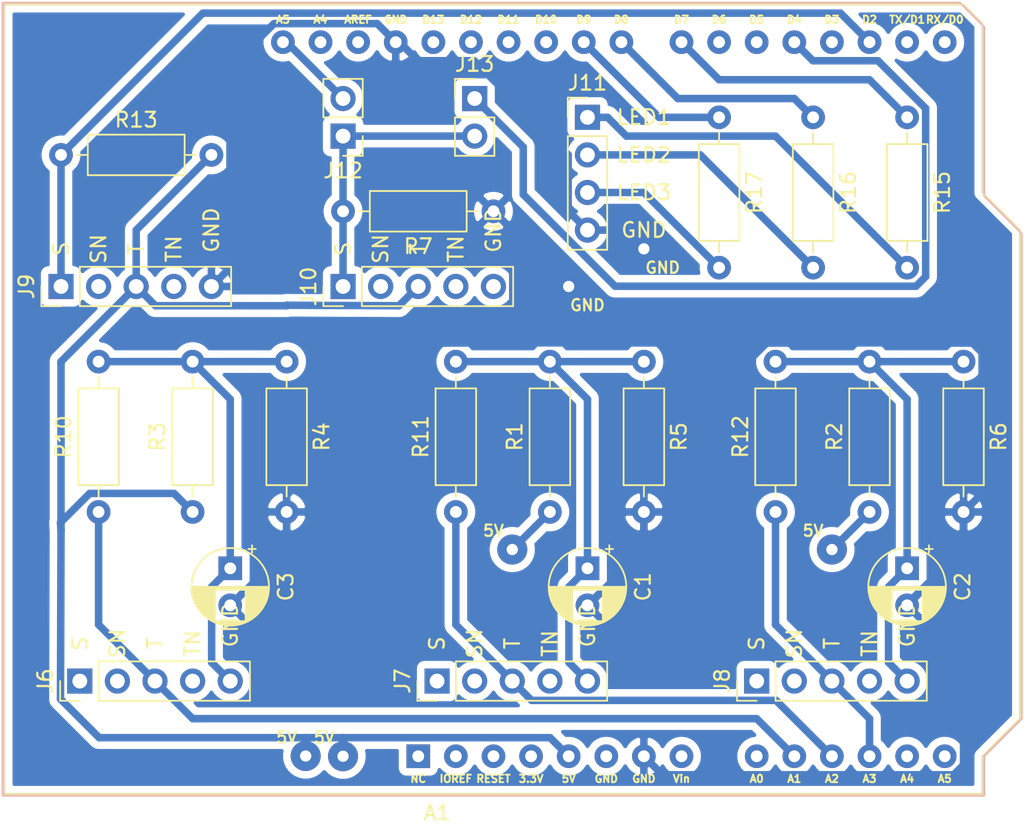
<source format=kicad_pcb>
(kicad_pcb (version 20171130) (host pcbnew 5.1.5-52549c5~84~ubuntu18.04.1)

  (general
    (thickness 1.6)
    (drawings 15)
    (tracks 156)
    (zones 0)
    (modules 26)
    (nets 53)
  )

  (page A4)
  (layers
    (0 F.Cu signal)
    (31 B.Cu signal)
    (32 B.Adhes user)
    (33 F.Adhes user)
    (34 B.Paste user)
    (35 F.Paste user)
    (36 B.SilkS user)
    (37 F.SilkS user)
    (38 B.Mask user)
    (39 F.Mask user)
    (40 Dwgs.User user)
    (41 Cmts.User user)
    (42 Eco1.User user)
    (43 Eco2.User user)
    (44 Edge.Cuts user)
    (45 Margin user)
    (46 B.CrtYd user)
    (47 F.CrtYd user)
    (48 B.Fab user)
    (49 F.Fab user)
  )

  (setup
    (last_trace_width 0.25)
    (trace_clearance 0.2)
    (zone_clearance 0.508)
    (zone_45_only no)
    (trace_min 0.2)
    (via_size 0.8)
    (via_drill 0.4)
    (via_min_size 0.4)
    (via_min_drill 0.3)
    (user_via 2.032 0.762)
    (uvia_size 0.3)
    (uvia_drill 0.1)
    (uvias_allowed no)
    (uvia_min_size 0.2)
    (uvia_min_drill 0.1)
    (edge_width 0.05)
    (segment_width 0.2)
    (pcb_text_width 0.3)
    (pcb_text_size 1.5 1.5)
    (mod_edge_width 0.12)
    (mod_text_size 1 1)
    (mod_text_width 0.15)
    (pad_size 1.524 1.524)
    (pad_drill 0.762)
    (pad_to_mask_clearance 0.051)
    (solder_mask_min_width 0.25)
    (aux_axis_origin 0 0)
    (visible_elements FFFFFF7F)
    (pcbplotparams
      (layerselection 0x010fc_ffffffff)
      (usegerberextensions false)
      (usegerberattributes false)
      (usegerberadvancedattributes false)
      (creategerberjobfile false)
      (excludeedgelayer true)
      (linewidth 0.100000)
      (plotframeref false)
      (viasonmask false)
      (mode 1)
      (useauxorigin false)
      (hpglpennumber 1)
      (hpglpenspeed 20)
      (hpglpendiameter 15.000000)
      (psnegative false)
      (psa4output false)
      (plotreference true)
      (plotvalue true)
      (plotinvisibletext false)
      (padsonsilk false)
      (subtractmaskfromsilk false)
      (outputformat 1)
      (mirror false)
      (drillshape 1)
      (scaleselection 1)
      (outputdirectory ""))
  )

  (net 0 "")
  (net 1 "Net-(A1-Pad16)")
  (net 2 "Net-(A1-Pad15)")
  (net 3 "Net-(A1-Pad30)")
  (net 4 "Net-(A1-Pad14)")
  (net 5 /GND)
  (net 6 "Net-(A1-Pad13)")
  (net 7 "Net-(A1-Pad28)")
  (net 8 "Net-(A1-Pad12)")
  (net 9 "Net-(A1-Pad27)")
  (net 10 "Net-(A1-Pad11)")
  (net 11 "Net-(A1-Pad26)")
  (net 12 "Net-(A1-Pad10)")
  (net 13 "Net-(A1-Pad25)")
  (net 14 "Net-(A1-Pad9)")
  (net 15 "Net-(A1-Pad24)")
  (net 16 "Net-(A1-Pad8)")
  (net 17 "Net-(A1-Pad23)")
  (net 18 "Net-(A1-Pad22)")
  (net 19 "Net-(A1-Pad6)")
  (net 20 "Net-(A1-Pad21)")
  (net 21 /Collector)
  (net 22 "Net-(A1-Pad20)")
  (net 23 "Net-(A1-Pad4)")
  (net 24 /Emitter)
  (net 25 "Net-(A1-Pad3)")
  (net 26 "Net-(A1-Pad18)")
  (net 27 "Net-(A1-Pad2)")
  (net 28 /Data)
  (net 29 "Net-(A1-Pad1)")
  (net 30 "Net-(A1-Pad31)")
  (net 31 "Net-(A1-Pad32)")
  (net 32 "Net-(C1-Pad1)")
  (net 33 "Net-(C2-Pad1)")
  (net 34 "Net-(C3-Pad1)")
  (net 35 "Net-(D1-Pad2)")
  (net 36 "Net-(D2-Pad2)")
  (net 37 "Net-(D3-Pad2)")
  (net 38 "Net-(J6-Pad4)")
  (net 39 "Net-(J6-Pad2)")
  (net 40 "Net-(J6-Pad1)")
  (net 41 "Net-(J7-Pad4)")
  (net 42 "Net-(J7-Pad2)")
  (net 43 "Net-(J7-Pad1)")
  (net 44 "Net-(J8-Pad4)")
  (net 45 "Net-(J8-Pad2)")
  (net 46 "Net-(J8-Pad1)")
  (net 47 "Net-(J9-Pad4)")
  (net 48 "Net-(J9-Pad2)")
  (net 49 "Net-(J10-Pad5)")
  (net 50 "Net-(J10-Pad4)")
  (net 51 "Net-(J10-Pad2)")
  (net 52 "Net-(A1-Pad19)")

  (net_class Default "This is the default net class."
    (clearance 0.2)
    (trace_width 0.25)
    (via_dia 0.8)
    (via_drill 0.4)
    (uvia_dia 0.3)
    (uvia_drill 0.1)
  )

  (net_class 20 ""
    (clearance 0.2)
    (trace_width 0.508)
    (via_dia 0.8)
    (via_drill 0.4)
    (uvia_dia 0.3)
    (uvia_drill 0.1)
    (add_net /Collector)
    (add_net /Data)
    (add_net /Emitter)
    (add_net /GND)
    (add_net "Net-(A1-Pad1)")
    (add_net "Net-(A1-Pad10)")
    (add_net "Net-(A1-Pad11)")
    (add_net "Net-(A1-Pad12)")
    (add_net "Net-(A1-Pad13)")
    (add_net "Net-(A1-Pad14)")
    (add_net "Net-(A1-Pad15)")
    (add_net "Net-(A1-Pad16)")
    (add_net "Net-(A1-Pad18)")
    (add_net "Net-(A1-Pad19)")
    (add_net "Net-(A1-Pad2)")
    (add_net "Net-(A1-Pad20)")
    (add_net "Net-(A1-Pad21)")
    (add_net "Net-(A1-Pad22)")
    (add_net "Net-(A1-Pad23)")
    (add_net "Net-(A1-Pad24)")
    (add_net "Net-(A1-Pad25)")
    (add_net "Net-(A1-Pad26)")
    (add_net "Net-(A1-Pad27)")
    (add_net "Net-(A1-Pad28)")
    (add_net "Net-(A1-Pad3)")
    (add_net "Net-(A1-Pad30)")
    (add_net "Net-(A1-Pad31)")
    (add_net "Net-(A1-Pad32)")
    (add_net "Net-(A1-Pad4)")
    (add_net "Net-(A1-Pad6)")
    (add_net "Net-(A1-Pad8)")
    (add_net "Net-(A1-Pad9)")
    (add_net "Net-(C1-Pad1)")
    (add_net "Net-(C2-Pad1)")
    (add_net "Net-(C3-Pad1)")
    (add_net "Net-(D1-Pad2)")
    (add_net "Net-(D2-Pad2)")
    (add_net "Net-(D3-Pad2)")
    (add_net "Net-(J10-Pad2)")
    (add_net "Net-(J10-Pad4)")
    (add_net "Net-(J10-Pad5)")
    (add_net "Net-(J6-Pad1)")
    (add_net "Net-(J6-Pad2)")
    (add_net "Net-(J6-Pad4)")
    (add_net "Net-(J7-Pad1)")
    (add_net "Net-(J7-Pad2)")
    (add_net "Net-(J7-Pad4)")
    (add_net "Net-(J8-Pad1)")
    (add_net "Net-(J8-Pad2)")
    (add_net "Net-(J8-Pad4)")
    (add_net "Net-(J9-Pad2)")
    (add_net "Net-(J9-Pad4)")
  )

  (module My_Arduino:Arduino_UNO_R3_shield (layer F.Cu) (tedit 5E485A86) (tstamp 5E48FF7D)
    (at 133.35 109.22)
    (descr "Arduino UNO R3, http://www.mouser.com/pdfdocs/Gravitech_Arduino_Nano3_0.pdf")
    (tags "Arduino UNO R3")
    (path /5E4000FE)
    (fp_text reference A1 (at 1.27 3.81 180) (layer F.SilkS)
      (effects (font (size 1 1) (thickness 0.15)))
    )
    (fp_text value Arduino_UNO_R3 (at 0 -22.86) (layer F.Fab) hide
      (effects (font (size 1 1) (thickness 0.15)))
    )
    (fp_text user A5 (at -9.144 -49.784) (layer F.SilkS)
      (effects (font (size 0.508 0.508) (thickness 0.127)))
    )
    (fp_text user A4 (at -6.604 -49.784) (layer F.SilkS)
      (effects (font (size 0.508 0.508) (thickness 0.127)))
    )
    (fp_text user AREF (at -4.064 -49.784) (layer F.SilkS)
      (effects (font (size 0.508 0.508) (thickness 0.127)))
    )
    (fp_text user GND (at -1.524 -49.784) (layer F.SilkS)
      (effects (font (size 0.508 0.508) (thickness 0.127)))
    )
    (fp_text user D13 (at 1.016 -49.784) (layer F.SilkS)
      (effects (font (size 0.508 0.508) (thickness 0.127)))
    )
    (fp_text user D12 (at 3.556 -49.784) (layer F.SilkS)
      (effects (font (size 0.508 0.508) (thickness 0.127)))
    )
    (fp_text user D11 (at 6.096 -49.784) (layer F.SilkS)
      (effects (font (size 0.508 0.508) (thickness 0.127)))
    )
    (fp_text user D10 (at 8.636 -49.784) (layer F.SilkS)
      (effects (font (size 0.508 0.508) (thickness 0.127)))
    )
    (fp_text user D9 (at 11.176 -49.784) (layer F.SilkS)
      (effects (font (size 0.508 0.508) (thickness 0.127)))
    )
    (fp_text user D8 (at 13.716 -49.784) (layer F.SilkS)
      (effects (font (size 0.508 0.508) (thickness 0.127)))
    )
    (fp_text user D7 (at 17.78 -49.784) (layer F.SilkS)
      (effects (font (size 0.508 0.508) (thickness 0.127)))
    )
    (fp_text user D6 (at 20.32 -49.784) (layer F.SilkS)
      (effects (font (size 0.508 0.508) (thickness 0.127)))
    )
    (fp_text user D5 (at 22.86 -49.784) (layer F.SilkS)
      (effects (font (size 0.508 0.508) (thickness 0.127)))
    )
    (fp_text user D4 (at 25.4 -49.784) (layer F.SilkS)
      (effects (font (size 0.508 0.508) (thickness 0.127)))
    )
    (fp_text user D3 (at 27.94 -49.784) (layer F.SilkS)
      (effects (font (size 0.508 0.508) (thickness 0.127)))
    )
    (fp_text user D2 (at 30.48 -49.784) (layer F.SilkS)
      (effects (font (size 0.508 0.508) (thickness 0.127)))
    )
    (fp_text user TX/D1 (at 33.02 -49.784) (layer F.SilkS)
      (effects (font (size 0.508 0.508) (thickness 0.127)))
    )
    (fp_text user RX/D0 (at 35.56 -49.784) (layer F.SilkS)
      (effects (font (size 0.508 0.508) (thickness 0.127)))
    )
    (fp_text user A5 (at 35.56 1.524) (layer F.SilkS)
      (effects (font (size 0.508 0.508) (thickness 0.127)))
    )
    (fp_text user A4 (at 33.02 1.524) (layer F.SilkS)
      (effects (font (size 0.508 0.508) (thickness 0.127)))
    )
    (fp_text user A3 (at 30.48 1.524) (layer F.SilkS)
      (effects (font (size 0.508 0.508) (thickness 0.127)))
    )
    (fp_text user A2 (at 27.94 1.524) (layer F.SilkS)
      (effects (font (size 0.508 0.508) (thickness 0.127)))
    )
    (fp_text user A1 (at 25.4 1.524) (layer F.SilkS)
      (effects (font (size 0.508 0.508) (thickness 0.127)))
    )
    (fp_text user A0 (at 22.86 1.524) (layer F.SilkS)
      (effects (font (size 0.508 0.508) (thickness 0.127)))
    )
    (fp_text user Vin (at 17.78 1.524) (layer F.SilkS)
      (effects (font (size 0.508 0.508) (thickness 0.127)))
    )
    (fp_text user GND (at 15.24 1.524) (layer F.SilkS)
      (effects (font (size 0.508 0.508) (thickness 0.127)))
    )
    (fp_text user GND (at 12.7 1.524) (layer F.SilkS)
      (effects (font (size 0.508 0.508) (thickness 0.127)))
    )
    (fp_text user RESET (at 5.08 1.524) (layer F.SilkS)
      (effects (font (size 0.508 0.508) (thickness 0.127)))
    )
    (fp_text user 5V (at 10.16 1.524) (layer F.SilkS)
      (effects (font (size 0.508 0.508) (thickness 0.127)))
    )
    (fp_text user 3.3V (at 7.62 1.524) (layer F.SilkS)
      (effects (font (size 0.508 0.508) (thickness 0.127)))
    )
    (fp_text user IOREF (at 2.54 1.524) (layer F.SilkS)
      (effects (font (size 0.508 0.508) (thickness 0.127)))
    )
    (fp_text user NC (at 0 1.524) (layer F.SilkS)
      (effects (font (size 0.508 0.508) (thickness 0.127)))
    )
    (fp_line (start -27.94 2.54) (end 38.1 2.54) (layer F.CrtYd) (width 0.12))
    (fp_line (start -27.94 -50.8) (end -27.94 2.54) (layer F.CrtYd) (width 0.12))
    (fp_line (start 36.83 -50.8) (end -27.94 -50.8) (layer F.CrtYd) (width 0.12))
    (fp_line (start 38.1 -49.53) (end 36.83 -50.8) (layer F.CrtYd) (width 0.12))
    (fp_line (start 38.1 -38.1) (end 38.1 -49.53) (layer F.CrtYd) (width 0.12))
    (fp_line (start 40.64 -35.56) (end 38.1 -38.1) (layer F.CrtYd) (width 0.12))
    (fp_line (start 40.64 -2.54) (end 40.64 -35.56) (layer F.CrtYd) (width 0.12))
    (fp_line (start 38.1 0) (end 40.64 -2.54) (layer F.CrtYd) (width 0.12))
    (fp_line (start 38.1 2.54) (end 38.1 0) (layer F.CrtYd) (width 0.12))
    (fp_line (start -27.94 2.54) (end 38.1 2.54) (layer F.SilkS) (width 0.15))
    (fp_line (start -27.94 -50.8) (end -27.94 2.54) (layer F.SilkS) (width 0.15))
    (fp_line (start 36.83 -50.8) (end -27.94 -50.8) (layer F.SilkS) (width 0.15))
    (fp_line (start 38.1 -49.53) (end 36.83 -50.8) (layer F.SilkS) (width 0.15))
    (fp_line (start 38.1 -38.1) (end 38.1 -49.53) (layer F.SilkS) (width 0.15))
    (fp_line (start 40.64 -35.56) (end 38.1 -38.1) (layer F.SilkS) (width 0.15))
    (fp_line (start 40.64 -2.54) (end 40.64 -35.56) (layer F.SilkS) (width 0.15))
    (fp_line (start 38.1 0) (end 40.64 -2.54) (layer F.SilkS) (width 0.15))
    (fp_line (start 38.1 2.54) (end 38.1 0) (layer F.SilkS) (width 0.15))
    (fp_line (start -28.07 2.67) (end -28.07 -50.93) (layer B.SilkS) (width 0.15))
    (fp_line (start -28.19 -51.05) (end -28.19 2.79) (layer B.CrtYd) (width 0.12))
    (fp_line (start 38.23 -37.85) (end 40.77 -35.31) (layer B.SilkS) (width 0.12))
    (fp_line (start 38.23 -49.28) (end 38.23 -37.85) (layer B.SilkS) (width 0.12))
    (fp_line (start 36.58 -50.93) (end 38.23 -49.28) (layer B.SilkS) (width 0.12))
    (fp_line (start -28.07 -50.93) (end 36.58 -50.93) (layer B.SilkS) (width 0.12))
    (fp_line (start 38.23 2.67) (end -28.07 2.67) (layer B.SilkS) (width 0.12))
    (fp_line (start 38.23 0) (end 38.23 2.67) (layer B.SilkS) (width 0.12))
    (fp_line (start 40.77 -2.54) (end 38.23 0) (layer B.SilkS) (width 0.12))
    (fp_line (start 40.77 -35.31) (end 40.77 -2.54) (layer B.SilkS) (width 0.12))
    (fp_line (start -28.19 2.79) (end 38.35 2.79) (layer B.CrtYd) (width 0.05))
    (fp_line (start 36.58 -51.05) (end -28.19 -51.05) (layer B.CrtYd) (width 0.05))
    (fp_line (start 38.35 -49.28) (end 36.58 -51.05) (layer B.CrtYd) (width 0.05))
    (fp_line (start 38.35 -37.85) (end 38.35 -49.28) (layer B.CrtYd) (width 0.05))
    (fp_line (start 40.89 -35.31) (end 38.35 -37.85) (layer B.CrtYd) (width 0.05))
    (fp_line (start 40.89 -2.54) (end 40.89 -35.31) (layer B.CrtYd) (width 0.05))
    (fp_line (start 38.35 0) (end 40.89 -2.54) (layer B.CrtYd) (width 0.05))
    (fp_line (start 38.35 2.79) (end 38.35 0) (layer B.CrtYd) (width 0.05))
    (pad 16 thru_hole oval (at 33.02 -48.26 270) (size 1.6 1.6) (drill 0.8) (layers *.Cu *.Mask)
      (net 1 "Net-(A1-Pad16)"))
    (pad 15 thru_hole oval (at 35.56 -48.26 270) (size 1.6 1.6) (drill 0.8) (layers *.Cu *.Mask)
      (net 2 "Net-(A1-Pad15)"))
    (pad 30 thru_hole oval (at -4.06 -48.26 270) (size 1.6 1.6) (drill 0.8) (layers *.Cu *.Mask)
      (net 3 "Net-(A1-Pad30)"))
    (pad 14 thru_hole oval (at 35.56 0 270) (size 1.6 1.6) (drill 0.8) (layers *.Cu *.Mask)
      (net 4 "Net-(A1-Pad14)"))
    (pad 29 thru_hole oval (at -1.52 -48.26 270) (size 1.6 1.6) (drill 0.8) (layers *.Cu *.Mask)
      (net 5 /GND))
    (pad 13 thru_hole oval (at 33.02 0 270) (size 1.6 1.6) (drill 0.8) (layers *.Cu *.Mask)
      (net 6 "Net-(A1-Pad13)"))
    (pad 28 thru_hole oval (at 1.02 -48.26 270) (size 1.6 1.6) (drill 0.8) (layers *.Cu *.Mask)
      (net 7 "Net-(A1-Pad28)"))
    (pad 12 thru_hole oval (at 30.48 0 270) (size 1.6 1.6) (drill 0.8) (layers *.Cu *.Mask)
      (net 8 "Net-(A1-Pad12)"))
    (pad 27 thru_hole oval (at 3.56 -48.26 270) (size 1.6 1.6) (drill 0.8) (layers *.Cu *.Mask)
      (net 9 "Net-(A1-Pad27)"))
    (pad 11 thru_hole oval (at 27.94 0 270) (size 1.6 1.6) (drill 0.8) (layers *.Cu *.Mask)
      (net 10 "Net-(A1-Pad11)"))
    (pad 26 thru_hole oval (at 6.1 -48.26 270) (size 1.6 1.6) (drill 0.8) (layers *.Cu *.Mask)
      (net 11 "Net-(A1-Pad26)"))
    (pad 10 thru_hole oval (at 25.4 0 270) (size 1.6 1.6) (drill 0.8) (layers *.Cu *.Mask)
      (net 12 "Net-(A1-Pad10)"))
    (pad 25 thru_hole oval (at 8.64 -48.26 270) (size 1.6 1.6) (drill 0.8) (layers *.Cu *.Mask)
      (net 13 "Net-(A1-Pad25)"))
    (pad 9 thru_hole oval (at 22.86 0 270) (size 1.6 1.6) (drill 0.8) (layers *.Cu *.Mask)
      (net 14 "Net-(A1-Pad9)"))
    (pad 24 thru_hole oval (at 11.18 -48.26 270) (size 1.6 1.6) (drill 0.8) (layers *.Cu *.Mask)
      (net 15 "Net-(A1-Pad24)"))
    (pad 8 thru_hole oval (at 17.78 0 270) (size 1.6 1.6) (drill 0.8) (layers *.Cu *.Mask)
      (net 16 "Net-(A1-Pad8)"))
    (pad 23 thru_hole oval (at 13.72 -48.26 270) (size 1.6 1.6) (drill 0.8) (layers *.Cu *.Mask)
      (net 17 "Net-(A1-Pad23)"))
    (pad 7 thru_hole oval (at 15.24 0 270) (size 1.6 1.6) (drill 0.8) (layers *.Cu *.Mask)
      (net 5 /GND))
    (pad 22 thru_hole oval (at 17.78 -48.26 270) (size 1.6 1.6) (drill 0.8) (layers *.Cu *.Mask)
      (net 18 "Net-(A1-Pad22)"))
    (pad 6 thru_hole oval (at 12.7 0 270) (size 1.6 1.6) (drill 0.8) (layers *.Cu *.Mask)
      (net 19 "Net-(A1-Pad6)"))
    (pad 21 thru_hole oval (at 20.32 -48.26 270) (size 1.6 1.6) (drill 0.8) (layers *.Cu *.Mask)
      (net 20 "Net-(A1-Pad21)"))
    (pad 5 thru_hole oval (at 10.16 0 270) (size 1.6 1.6) (drill 0.8) (layers *.Cu *.Mask)
      (net 21 /Collector))
    (pad 20 thru_hole oval (at 22.86 -48.26 270) (size 1.6 1.6) (drill 0.8) (layers *.Cu *.Mask)
      (net 22 "Net-(A1-Pad20)"))
    (pad 4 thru_hole oval (at 7.62 0 270) (size 1.6 1.6) (drill 0.8) (layers *.Cu *.Mask)
      (net 23 "Net-(A1-Pad4)"))
    (pad 19 thru_hole oval (at 25.4 -48.26 270) (size 1.6 1.6) (drill 0.8) (layers *.Cu *.Mask)
      (net 52 "Net-(A1-Pad19)"))
    (pad 3 thru_hole oval (at 5.08 0 270) (size 1.6 1.6) (drill 0.8) (layers *.Cu *.Mask)
      (net 25 "Net-(A1-Pad3)"))
    (pad 18 thru_hole oval (at 27.94 -48.26 270) (size 1.6 1.6) (drill 0.8) (layers *.Cu *.Mask)
      (net 26 "Net-(A1-Pad18)"))
    (pad 2 thru_hole oval (at 2.54 0 270) (size 1.6 1.6) (drill 0.8) (layers *.Cu *.Mask)
      (net 27 "Net-(A1-Pad2)"))
    (pad 17 thru_hole oval (at 30.48 -48.26 270) (size 1.6 1.6) (drill 0.8) (layers *.Cu *.Mask)
      (net 28 /Data))
    (pad 1 thru_hole rect (at 0 0 270) (size 1.6 1.6) (drill 0.8) (layers *.Cu *.Mask)
      (net 29 "Net-(A1-Pad1)"))
    (pad 31 thru_hole oval (at -6.6 -48.26 270) (size 1.6 1.6) (drill 0.8) (layers *.Cu *.Mask)
      (net 30 "Net-(A1-Pad31)"))
    (pad 32 thru_hole oval (at -9.14 -48.26 270) (size 1.6 1.6) (drill 0.8) (layers *.Cu *.Mask)
      (net 31 "Net-(A1-Pad32)"))
    (model ${KISYS3DMOD}/Module.3dshapes/Arduino_UNO_R3.wrl
      (at (xyz 0 0 0))
      (scale (xyz 1 1 1))
      (rotate (xyz 0 0 0))
    )
  )

  (module Connector_PinHeader_2.54mm:PinHeader_1x02_P2.54mm_Vertical (layer F.Cu) (tedit 59FED5CC) (tstamp 5E4864C9)
    (at 137.16 64.77)
    (descr "Through hole straight pin header, 1x02, 2.54mm pitch, single row")
    (tags "Through hole pin header THT 1x02 2.54mm single row")
    (path /5E4D0334)
    (fp_text reference J13 (at 0 -2.33) (layer F.SilkS)
      (effects (font (size 1 1) (thickness 0.15)))
    )
    (fp_text value Conn_01x02_Male (at 0 4.87 90) (layer F.Fab) hide
      (effects (font (size 1 1) (thickness 0.15)))
    )
    (fp_text user %R (at 0 1.27 90) (layer F.Fab)
      (effects (font (size 1 1) (thickness 0.15)))
    )
    (fp_line (start 1.8 -1.8) (end -1.8 -1.8) (layer F.CrtYd) (width 0.05))
    (fp_line (start 1.8 4.35) (end 1.8 -1.8) (layer F.CrtYd) (width 0.05))
    (fp_line (start -1.8 4.35) (end 1.8 4.35) (layer F.CrtYd) (width 0.05))
    (fp_line (start -1.8 -1.8) (end -1.8 4.35) (layer F.CrtYd) (width 0.05))
    (fp_line (start -1.33 -1.33) (end 0 -1.33) (layer F.SilkS) (width 0.12))
    (fp_line (start -1.33 0) (end -1.33 -1.33) (layer F.SilkS) (width 0.12))
    (fp_line (start -1.33 1.27) (end 1.33 1.27) (layer F.SilkS) (width 0.12))
    (fp_line (start 1.33 1.27) (end 1.33 3.87) (layer F.SilkS) (width 0.12))
    (fp_line (start -1.33 1.27) (end -1.33 3.87) (layer F.SilkS) (width 0.12))
    (fp_line (start -1.33 3.87) (end 1.33 3.87) (layer F.SilkS) (width 0.12))
    (fp_line (start -1.27 -0.635) (end -0.635 -1.27) (layer F.Fab) (width 0.1))
    (fp_line (start -1.27 3.81) (end -1.27 -0.635) (layer F.Fab) (width 0.1))
    (fp_line (start 1.27 3.81) (end -1.27 3.81) (layer F.Fab) (width 0.1))
    (fp_line (start 1.27 -1.27) (end 1.27 3.81) (layer F.Fab) (width 0.1))
    (fp_line (start -0.635 -1.27) (end 1.27 -1.27) (layer F.Fab) (width 0.1))
    (pad 2 thru_hole oval (at 0 2.54) (size 1.7 1.7) (drill 1) (layers *.Cu *.Mask)
      (net 24 /Emitter))
    (pad 1 thru_hole rect (at 0 0) (size 1.7 1.7) (drill 1) (layers *.Cu *.Mask)
      (net 52 "Net-(A1-Pad19)"))
    (model ${KISYS3DMOD}/Connector_PinHeader_2.54mm.3dshapes/PinHeader_1x02_P2.54mm_Vertical.wrl
      (at (xyz 0 0 0))
      (scale (xyz 1 1 1))
      (rotate (xyz 0 0 0))
    )
  )

  (module Connector_PinHeader_2.54mm:PinHeader_1x02_P2.54mm_Vertical (layer F.Cu) (tedit 59FED5CC) (tstamp 5E4864B3)
    (at 128.27 67.31 180)
    (descr "Through hole straight pin header, 1x02, 2.54mm pitch, single row")
    (tags "Through hole pin header THT 1x02 2.54mm single row")
    (path /5E4F32DC)
    (fp_text reference J12 (at 0 -2.33) (layer F.SilkS)
      (effects (font (size 1 1) (thickness 0.15)))
    )
    (fp_text value Conn_01x02_Male (at 0 4.87) (layer F.Fab) hide
      (effects (font (size 1 1) (thickness 0.15)))
    )
    (fp_text user %R (at 0 1.27 90) (layer F.Fab)
      (effects (font (size 1 1) (thickness 0.15)))
    )
    (fp_line (start 1.8 -1.8) (end -1.8 -1.8) (layer F.CrtYd) (width 0.05))
    (fp_line (start 1.8 4.35) (end 1.8 -1.8) (layer F.CrtYd) (width 0.05))
    (fp_line (start -1.8 4.35) (end 1.8 4.35) (layer F.CrtYd) (width 0.05))
    (fp_line (start -1.8 -1.8) (end -1.8 4.35) (layer F.CrtYd) (width 0.05))
    (fp_line (start -1.33 -1.33) (end 0 -1.33) (layer F.SilkS) (width 0.12))
    (fp_line (start -1.33 0) (end -1.33 -1.33) (layer F.SilkS) (width 0.12))
    (fp_line (start -1.33 1.27) (end 1.33 1.27) (layer F.SilkS) (width 0.12))
    (fp_line (start 1.33 1.27) (end 1.33 3.87) (layer F.SilkS) (width 0.12))
    (fp_line (start -1.33 1.27) (end -1.33 3.87) (layer F.SilkS) (width 0.12))
    (fp_line (start -1.33 3.87) (end 1.33 3.87) (layer F.SilkS) (width 0.12))
    (fp_line (start -1.27 -0.635) (end -0.635 -1.27) (layer F.Fab) (width 0.1))
    (fp_line (start -1.27 3.81) (end -1.27 -0.635) (layer F.Fab) (width 0.1))
    (fp_line (start 1.27 3.81) (end -1.27 3.81) (layer F.Fab) (width 0.1))
    (fp_line (start 1.27 -1.27) (end 1.27 3.81) (layer F.Fab) (width 0.1))
    (fp_line (start -0.635 -1.27) (end 1.27 -1.27) (layer F.Fab) (width 0.1))
    (pad 2 thru_hole oval (at 0 2.54 180) (size 1.7 1.7) (drill 1) (layers *.Cu *.Mask)
      (net 31 "Net-(A1-Pad32)"))
    (pad 1 thru_hole rect (at 0 0 180) (size 1.7 1.7) (drill 1) (layers *.Cu *.Mask)
      (net 24 /Emitter))
    (model ${KISYS3DMOD}/Connector_PinHeader_2.54mm.3dshapes/PinHeader_1x02_P2.54mm_Vertical.wrl
      (at (xyz 0 0 0))
      (scale (xyz 1 1 1))
      (rotate (xyz 0 0 0))
    )
  )

  (module Resistor_THT:R_Axial_DIN0207_L6.3mm_D2.5mm_P10.16mm_Horizontal (layer F.Cu) (tedit 5AE5139B) (tstamp 5E48498E)
    (at 153.67 66.04 270)
    (descr "Resistor, Axial_DIN0207 series, Axial, Horizontal, pin pitch=10.16mm, 0.25W = 1/4W, length*diameter=6.3*2.5mm^2, http://cdn-reichelt.de/documents/datenblatt/B400/1_4W%23YAG.pdf")
    (tags "Resistor Axial_DIN0207 series Axial Horizontal pin pitch 10.16mm 0.25W = 1/4W length 6.3mm diameter 2.5mm")
    (path /5E53F657)
    (fp_text reference R17 (at 5.08 -2.37 90) (layer F.SilkS)
      (effects (font (size 1 1) (thickness 0.15)))
    )
    (fp_text value 220R (at 5.08 2.37 90) (layer F.Fab)
      (effects (font (size 1 1) (thickness 0.15)))
    )
    (fp_text user %R (at 5.08 0 90) (layer F.Fab)
      (effects (font (size 1 1) (thickness 0.15)))
    )
    (fp_line (start 11.21 -1.5) (end -1.05 -1.5) (layer F.CrtYd) (width 0.05))
    (fp_line (start 11.21 1.5) (end 11.21 -1.5) (layer F.CrtYd) (width 0.05))
    (fp_line (start -1.05 1.5) (end 11.21 1.5) (layer F.CrtYd) (width 0.05))
    (fp_line (start -1.05 -1.5) (end -1.05 1.5) (layer F.CrtYd) (width 0.05))
    (fp_line (start 9.12 0) (end 8.35 0) (layer F.SilkS) (width 0.12))
    (fp_line (start 1.04 0) (end 1.81 0) (layer F.SilkS) (width 0.12))
    (fp_line (start 8.35 -1.37) (end 1.81 -1.37) (layer F.SilkS) (width 0.12))
    (fp_line (start 8.35 1.37) (end 8.35 -1.37) (layer F.SilkS) (width 0.12))
    (fp_line (start 1.81 1.37) (end 8.35 1.37) (layer F.SilkS) (width 0.12))
    (fp_line (start 1.81 -1.37) (end 1.81 1.37) (layer F.SilkS) (width 0.12))
    (fp_line (start 10.16 0) (end 8.23 0) (layer F.Fab) (width 0.1))
    (fp_line (start 0 0) (end 1.93 0) (layer F.Fab) (width 0.1))
    (fp_line (start 8.23 -1.25) (end 1.93 -1.25) (layer F.Fab) (width 0.1))
    (fp_line (start 8.23 1.25) (end 8.23 -1.25) (layer F.Fab) (width 0.1))
    (fp_line (start 1.93 1.25) (end 8.23 1.25) (layer F.Fab) (width 0.1))
    (fp_line (start 1.93 -1.25) (end 1.93 1.25) (layer F.Fab) (width 0.1))
    (pad 2 thru_hole oval (at 10.16 0 270) (size 1.6 1.6) (drill 0.8) (layers *.Cu *.Mask)
      (net 37 "Net-(D3-Pad2)"))
    (pad 1 thru_hole circle (at 0 0 270) (size 1.6 1.6) (drill 0.8) (layers *.Cu *.Mask)
      (net 15 "Net-(A1-Pad24)"))
    (model ${KISYS3DMOD}/Resistor_THT.3dshapes/R_Axial_DIN0207_L6.3mm_D2.5mm_P10.16mm_Horizontal.wrl
      (at (xyz 0 0 0))
      (scale (xyz 1 1 1))
      (rotate (xyz 0 0 0))
    )
  )

  (module Resistor_THT:R_Axial_DIN0207_L6.3mm_D2.5mm_P10.16mm_Horizontal (layer F.Cu) (tedit 5AE5139B) (tstamp 5E484977)
    (at 160.02 66.04 270)
    (descr "Resistor, Axial_DIN0207 series, Axial, Horizontal, pin pitch=10.16mm, 0.25W = 1/4W, length*diameter=6.3*2.5mm^2, http://cdn-reichelt.de/documents/datenblatt/B400/1_4W%23YAG.pdf")
    (tags "Resistor Axial_DIN0207 series Axial Horizontal pin pitch 10.16mm 0.25W = 1/4W length 6.3mm diameter 2.5mm")
    (path /5E53C70A)
    (fp_text reference R16 (at 5.08 -2.37 90) (layer F.SilkS)
      (effects (font (size 1 1) (thickness 0.15)))
    )
    (fp_text value 220R (at 5.08 2.37 90) (layer F.Fab)
      (effects (font (size 1 1) (thickness 0.15)))
    )
    (fp_text user %R (at 5.08 0 90) (layer F.Fab)
      (effects (font (size 1 1) (thickness 0.15)))
    )
    (fp_line (start 11.21 -1.5) (end -1.05 -1.5) (layer F.CrtYd) (width 0.05))
    (fp_line (start 11.21 1.5) (end 11.21 -1.5) (layer F.CrtYd) (width 0.05))
    (fp_line (start -1.05 1.5) (end 11.21 1.5) (layer F.CrtYd) (width 0.05))
    (fp_line (start -1.05 -1.5) (end -1.05 1.5) (layer F.CrtYd) (width 0.05))
    (fp_line (start 9.12 0) (end 8.35 0) (layer F.SilkS) (width 0.12))
    (fp_line (start 1.04 0) (end 1.81 0) (layer F.SilkS) (width 0.12))
    (fp_line (start 8.35 -1.37) (end 1.81 -1.37) (layer F.SilkS) (width 0.12))
    (fp_line (start 8.35 1.37) (end 8.35 -1.37) (layer F.SilkS) (width 0.12))
    (fp_line (start 1.81 1.37) (end 8.35 1.37) (layer F.SilkS) (width 0.12))
    (fp_line (start 1.81 -1.37) (end 1.81 1.37) (layer F.SilkS) (width 0.12))
    (fp_line (start 10.16 0) (end 8.23 0) (layer F.Fab) (width 0.1))
    (fp_line (start 0 0) (end 1.93 0) (layer F.Fab) (width 0.1))
    (fp_line (start 8.23 -1.25) (end 1.93 -1.25) (layer F.Fab) (width 0.1))
    (fp_line (start 8.23 1.25) (end 8.23 -1.25) (layer F.Fab) (width 0.1))
    (fp_line (start 1.93 1.25) (end 8.23 1.25) (layer F.Fab) (width 0.1))
    (fp_line (start 1.93 -1.25) (end 1.93 1.25) (layer F.Fab) (width 0.1))
    (pad 2 thru_hole oval (at 10.16 0 270) (size 1.6 1.6) (drill 0.8) (layers *.Cu *.Mask)
      (net 36 "Net-(D2-Pad2)"))
    (pad 1 thru_hole circle (at 0 0 270) (size 1.6 1.6) (drill 0.8) (layers *.Cu *.Mask)
      (net 17 "Net-(A1-Pad23)"))
    (model ${KISYS3DMOD}/Resistor_THT.3dshapes/R_Axial_DIN0207_L6.3mm_D2.5mm_P10.16mm_Horizontal.wrl
      (at (xyz 0 0 0))
      (scale (xyz 1 1 1))
      (rotate (xyz 0 0 0))
    )
  )

  (module Resistor_THT:R_Axial_DIN0207_L6.3mm_D2.5mm_P10.16mm_Horizontal (layer F.Cu) (tedit 5AE5139B) (tstamp 5E484960)
    (at 166.37 66.04 270)
    (descr "Resistor, Axial_DIN0207 series, Axial, Horizontal, pin pitch=10.16mm, 0.25W = 1/4W, length*diameter=6.3*2.5mm^2, http://cdn-reichelt.de/documents/datenblatt/B400/1_4W%23YAG.pdf")
    (tags "Resistor Axial_DIN0207 series Axial Horizontal pin pitch 10.16mm 0.25W = 1/4W length 6.3mm diameter 2.5mm")
    (path /5E53B609)
    (fp_text reference R15 (at 5.08 -2.37 90) (layer F.SilkS)
      (effects (font (size 1 1) (thickness 0.15)))
    )
    (fp_text value 220R (at 5.08 2.37 90) (layer F.Fab)
      (effects (font (size 1 1) (thickness 0.15)))
    )
    (fp_text user %R (at 5.08 0 90) (layer F.Fab)
      (effects (font (size 1 1) (thickness 0.15)))
    )
    (fp_line (start 11.21 -1.5) (end -1.05 -1.5) (layer F.CrtYd) (width 0.05))
    (fp_line (start 11.21 1.5) (end 11.21 -1.5) (layer F.CrtYd) (width 0.05))
    (fp_line (start -1.05 1.5) (end 11.21 1.5) (layer F.CrtYd) (width 0.05))
    (fp_line (start -1.05 -1.5) (end -1.05 1.5) (layer F.CrtYd) (width 0.05))
    (fp_line (start 9.12 0) (end 8.35 0) (layer F.SilkS) (width 0.12))
    (fp_line (start 1.04 0) (end 1.81 0) (layer F.SilkS) (width 0.12))
    (fp_line (start 8.35 -1.37) (end 1.81 -1.37) (layer F.SilkS) (width 0.12))
    (fp_line (start 8.35 1.37) (end 8.35 -1.37) (layer F.SilkS) (width 0.12))
    (fp_line (start 1.81 1.37) (end 8.35 1.37) (layer F.SilkS) (width 0.12))
    (fp_line (start 1.81 -1.37) (end 1.81 1.37) (layer F.SilkS) (width 0.12))
    (fp_line (start 10.16 0) (end 8.23 0) (layer F.Fab) (width 0.1))
    (fp_line (start 0 0) (end 1.93 0) (layer F.Fab) (width 0.1))
    (fp_line (start 8.23 -1.25) (end 1.93 -1.25) (layer F.Fab) (width 0.1))
    (fp_line (start 8.23 1.25) (end 8.23 -1.25) (layer F.Fab) (width 0.1))
    (fp_line (start 1.93 1.25) (end 8.23 1.25) (layer F.Fab) (width 0.1))
    (fp_line (start 1.93 -1.25) (end 1.93 1.25) (layer F.Fab) (width 0.1))
    (pad 2 thru_hole oval (at 10.16 0 270) (size 1.6 1.6) (drill 0.8) (layers *.Cu *.Mask)
      (net 35 "Net-(D1-Pad2)"))
    (pad 1 thru_hole circle (at 0 0 270) (size 1.6 1.6) (drill 0.8) (layers *.Cu *.Mask)
      (net 18 "Net-(A1-Pad22)"))
    (model ${KISYS3DMOD}/Resistor_THT.3dshapes/R_Axial_DIN0207_L6.3mm_D2.5mm_P10.16mm_Horizontal.wrl
      (at (xyz 0 0 0))
      (scale (xyz 1 1 1))
      (rotate (xyz 0 0 0))
    )
  )

  (module Resistor_THT:R_Axial_DIN0207_L6.3mm_D2.5mm_P10.16mm_Horizontal (layer F.Cu) (tedit 5AE5139B) (tstamp 5E484949)
    (at 109.22 68.58)
    (descr "Resistor, Axial_DIN0207 series, Axial, Horizontal, pin pitch=10.16mm, 0.25W = 1/4W, length*diameter=6.3*2.5mm^2, http://cdn-reichelt.de/documents/datenblatt/B400/1_4W%23YAG.pdf")
    (tags "Resistor Axial_DIN0207 series Axial Horizontal pin pitch 10.16mm 0.25W = 1/4W length 6.3mm diameter 2.5mm")
    (path /5E4F8DCE)
    (fp_text reference R13 (at 5.08 -2.37) (layer F.SilkS)
      (effects (font (size 1 1) (thickness 0.15)))
    )
    (fp_text value 4.7k (at 5.08 2.37) (layer F.Fab)
      (effects (font (size 1 1) (thickness 0.15)))
    )
    (fp_text user %R (at 5.08 0) (layer F.Fab)
      (effects (font (size 1 1) (thickness 0.15)))
    )
    (fp_line (start 11.21 -1.5) (end -1.05 -1.5) (layer F.CrtYd) (width 0.05))
    (fp_line (start 11.21 1.5) (end 11.21 -1.5) (layer F.CrtYd) (width 0.05))
    (fp_line (start -1.05 1.5) (end 11.21 1.5) (layer F.CrtYd) (width 0.05))
    (fp_line (start -1.05 -1.5) (end -1.05 1.5) (layer F.CrtYd) (width 0.05))
    (fp_line (start 9.12 0) (end 8.35 0) (layer F.SilkS) (width 0.12))
    (fp_line (start 1.04 0) (end 1.81 0) (layer F.SilkS) (width 0.12))
    (fp_line (start 8.35 -1.37) (end 1.81 -1.37) (layer F.SilkS) (width 0.12))
    (fp_line (start 8.35 1.37) (end 8.35 -1.37) (layer F.SilkS) (width 0.12))
    (fp_line (start 1.81 1.37) (end 8.35 1.37) (layer F.SilkS) (width 0.12))
    (fp_line (start 1.81 -1.37) (end 1.81 1.37) (layer F.SilkS) (width 0.12))
    (fp_line (start 10.16 0) (end 8.23 0) (layer F.Fab) (width 0.1))
    (fp_line (start 0 0) (end 1.93 0) (layer F.Fab) (width 0.1))
    (fp_line (start 8.23 -1.25) (end 1.93 -1.25) (layer F.Fab) (width 0.1))
    (fp_line (start 8.23 1.25) (end 8.23 -1.25) (layer F.Fab) (width 0.1))
    (fp_line (start 1.93 1.25) (end 8.23 1.25) (layer F.Fab) (width 0.1))
    (fp_line (start 1.93 -1.25) (end 1.93 1.25) (layer F.Fab) (width 0.1))
    (pad 2 thru_hole oval (at 10.16 0) (size 1.6 1.6) (drill 0.8) (layers *.Cu *.Mask)
      (net 21 /Collector))
    (pad 1 thru_hole circle (at 0 0) (size 1.6 1.6) (drill 0.8) (layers *.Cu *.Mask)
      (net 28 /Data))
    (model ${KISYS3DMOD}/Resistor_THT.3dshapes/R_Axial_DIN0207_L6.3mm_D2.5mm_P10.16mm_Horizontal.wrl
      (at (xyz 0 0 0))
      (scale (xyz 1 1 1))
      (rotate (xyz 0 0 0))
    )
  )

  (module Resistor_THT:R_Axial_DIN0207_L6.3mm_D2.5mm_P10.16mm_Horizontal (layer F.Cu) (tedit 5AE5139B) (tstamp 5E484932)
    (at 157.48 92.71 90)
    (descr "Resistor, Axial_DIN0207 series, Axial, Horizontal, pin pitch=10.16mm, 0.25W = 1/4W, length*diameter=6.3*2.5mm^2, http://cdn-reichelt.de/documents/datenblatt/B400/1_4W%23YAG.pdf")
    (tags "Resistor Axial_DIN0207 series Axial Horizontal pin pitch 10.16mm 0.25W = 1/4W length 6.3mm diameter 2.5mm")
    (path /5E490841)
    (fp_text reference R12 (at 5.08 -2.37 90) (layer F.SilkS)
      (effects (font (size 1 1) (thickness 0.15)))
    )
    (fp_text value 33R (at 5.08 2.37 90) (layer F.Fab)
      (effects (font (size 1 1) (thickness 0.15)))
    )
    (fp_text user %R (at 5.08 0 90) (layer F.Fab)
      (effects (font (size 1 1) (thickness 0.15)))
    )
    (fp_line (start 11.21 -1.5) (end -1.05 -1.5) (layer F.CrtYd) (width 0.05))
    (fp_line (start 11.21 1.5) (end 11.21 -1.5) (layer F.CrtYd) (width 0.05))
    (fp_line (start -1.05 1.5) (end 11.21 1.5) (layer F.CrtYd) (width 0.05))
    (fp_line (start -1.05 -1.5) (end -1.05 1.5) (layer F.CrtYd) (width 0.05))
    (fp_line (start 9.12 0) (end 8.35 0) (layer F.SilkS) (width 0.12))
    (fp_line (start 1.04 0) (end 1.81 0) (layer F.SilkS) (width 0.12))
    (fp_line (start 8.35 -1.37) (end 1.81 -1.37) (layer F.SilkS) (width 0.12))
    (fp_line (start 8.35 1.37) (end 8.35 -1.37) (layer F.SilkS) (width 0.12))
    (fp_line (start 1.81 1.37) (end 8.35 1.37) (layer F.SilkS) (width 0.12))
    (fp_line (start 1.81 -1.37) (end 1.81 1.37) (layer F.SilkS) (width 0.12))
    (fp_line (start 10.16 0) (end 8.23 0) (layer F.Fab) (width 0.1))
    (fp_line (start 0 0) (end 1.93 0) (layer F.Fab) (width 0.1))
    (fp_line (start 8.23 -1.25) (end 1.93 -1.25) (layer F.Fab) (width 0.1))
    (fp_line (start 8.23 1.25) (end 8.23 -1.25) (layer F.Fab) (width 0.1))
    (fp_line (start 1.93 1.25) (end 8.23 1.25) (layer F.Fab) (width 0.1))
    (fp_line (start 1.93 -1.25) (end 1.93 1.25) (layer F.Fab) (width 0.1))
    (pad 2 thru_hole oval (at 10.16 0 90) (size 1.6 1.6) (drill 0.8) (layers *.Cu *.Mask)
      (net 33 "Net-(C2-Pad1)"))
    (pad 1 thru_hole circle (at 0 0 90) (size 1.6 1.6) (drill 0.8) (layers *.Cu *.Mask)
      (net 8 "Net-(A1-Pad12)"))
    (model ${KISYS3DMOD}/Resistor_THT.3dshapes/R_Axial_DIN0207_L6.3mm_D2.5mm_P10.16mm_Horizontal.wrl
      (at (xyz 0 0 0))
      (scale (xyz 1 1 1))
      (rotate (xyz 0 0 0))
    )
  )

  (module Resistor_THT:R_Axial_DIN0207_L6.3mm_D2.5mm_P10.16mm_Horizontal (layer F.Cu) (tedit 5AE5139B) (tstamp 5E48491B)
    (at 135.89 92.71 90)
    (descr "Resistor, Axial_DIN0207 series, Axial, Horizontal, pin pitch=10.16mm, 0.25W = 1/4W, length*diameter=6.3*2.5mm^2, http://cdn-reichelt.de/documents/datenblatt/B400/1_4W%23YAG.pdf")
    (tags "Resistor Axial_DIN0207 series Axial Horizontal pin pitch 10.16mm 0.25W = 1/4W length 6.3mm diameter 2.5mm")
    (path /5E469BEF)
    (fp_text reference R11 (at 5.08 -2.37 90) (layer F.SilkS)
      (effects (font (size 1 1) (thickness 0.15)))
    )
    (fp_text value 33R (at 5.08 2.37 90) (layer F.Fab)
      (effects (font (size 1 1) (thickness 0.15)))
    )
    (fp_text user %R (at 5.08 0 90) (layer F.Fab)
      (effects (font (size 1 1) (thickness 0.15)))
    )
    (fp_line (start 11.21 -1.5) (end -1.05 -1.5) (layer F.CrtYd) (width 0.05))
    (fp_line (start 11.21 1.5) (end 11.21 -1.5) (layer F.CrtYd) (width 0.05))
    (fp_line (start -1.05 1.5) (end 11.21 1.5) (layer F.CrtYd) (width 0.05))
    (fp_line (start -1.05 -1.5) (end -1.05 1.5) (layer F.CrtYd) (width 0.05))
    (fp_line (start 9.12 0) (end 8.35 0) (layer F.SilkS) (width 0.12))
    (fp_line (start 1.04 0) (end 1.81 0) (layer F.SilkS) (width 0.12))
    (fp_line (start 8.35 -1.37) (end 1.81 -1.37) (layer F.SilkS) (width 0.12))
    (fp_line (start 8.35 1.37) (end 8.35 -1.37) (layer F.SilkS) (width 0.12))
    (fp_line (start 1.81 1.37) (end 8.35 1.37) (layer F.SilkS) (width 0.12))
    (fp_line (start 1.81 -1.37) (end 1.81 1.37) (layer F.SilkS) (width 0.12))
    (fp_line (start 10.16 0) (end 8.23 0) (layer F.Fab) (width 0.1))
    (fp_line (start 0 0) (end 1.93 0) (layer F.Fab) (width 0.1))
    (fp_line (start 8.23 -1.25) (end 1.93 -1.25) (layer F.Fab) (width 0.1))
    (fp_line (start 8.23 1.25) (end 8.23 -1.25) (layer F.Fab) (width 0.1))
    (fp_line (start 1.93 1.25) (end 8.23 1.25) (layer F.Fab) (width 0.1))
    (fp_line (start 1.93 -1.25) (end 1.93 1.25) (layer F.Fab) (width 0.1))
    (pad 2 thru_hole oval (at 10.16 0 90) (size 1.6 1.6) (drill 0.8) (layers *.Cu *.Mask)
      (net 32 "Net-(C1-Pad1)"))
    (pad 1 thru_hole circle (at 0 0 90) (size 1.6 1.6) (drill 0.8) (layers *.Cu *.Mask)
      (net 10 "Net-(A1-Pad11)"))
    (model ${KISYS3DMOD}/Resistor_THT.3dshapes/R_Axial_DIN0207_L6.3mm_D2.5mm_P10.16mm_Horizontal.wrl
      (at (xyz 0 0 0))
      (scale (xyz 1 1 1))
      (rotate (xyz 0 0 0))
    )
  )

  (module Resistor_THT:R_Axial_DIN0207_L6.3mm_D2.5mm_P10.16mm_Horizontal (layer F.Cu) (tedit 5AE5139B) (tstamp 5E484904)
    (at 111.76 92.71 90)
    (descr "Resistor, Axial_DIN0207 series, Axial, Horizontal, pin pitch=10.16mm, 0.25W = 1/4W, length*diameter=6.3*2.5mm^2, http://cdn-reichelt.de/documents/datenblatt/B400/1_4W%23YAG.pdf")
    (tags "Resistor Axial_DIN0207 series Axial Horizontal pin pitch 10.16mm 0.25W = 1/4W length 6.3mm diameter 2.5mm")
    (path /5E42DB7E)
    (fp_text reference R10 (at 5.08 -2.37 90) (layer F.SilkS)
      (effects (font (size 1 1) (thickness 0.15)))
    )
    (fp_text value 33R (at 5.08 2.37 90) (layer F.Fab)
      (effects (font (size 1 1) (thickness 0.15)))
    )
    (fp_text user %R (at 5.08 0 90) (layer F.Fab)
      (effects (font (size 1 1) (thickness 0.15)))
    )
    (fp_line (start 11.21 -1.5) (end -1.05 -1.5) (layer F.CrtYd) (width 0.05))
    (fp_line (start 11.21 1.5) (end 11.21 -1.5) (layer F.CrtYd) (width 0.05))
    (fp_line (start -1.05 1.5) (end 11.21 1.5) (layer F.CrtYd) (width 0.05))
    (fp_line (start -1.05 -1.5) (end -1.05 1.5) (layer F.CrtYd) (width 0.05))
    (fp_line (start 9.12 0) (end 8.35 0) (layer F.SilkS) (width 0.12))
    (fp_line (start 1.04 0) (end 1.81 0) (layer F.SilkS) (width 0.12))
    (fp_line (start 8.35 -1.37) (end 1.81 -1.37) (layer F.SilkS) (width 0.12))
    (fp_line (start 8.35 1.37) (end 8.35 -1.37) (layer F.SilkS) (width 0.12))
    (fp_line (start 1.81 1.37) (end 8.35 1.37) (layer F.SilkS) (width 0.12))
    (fp_line (start 1.81 -1.37) (end 1.81 1.37) (layer F.SilkS) (width 0.12))
    (fp_line (start 10.16 0) (end 8.23 0) (layer F.Fab) (width 0.1))
    (fp_line (start 0 0) (end 1.93 0) (layer F.Fab) (width 0.1))
    (fp_line (start 8.23 -1.25) (end 1.93 -1.25) (layer F.Fab) (width 0.1))
    (fp_line (start 8.23 1.25) (end 8.23 -1.25) (layer F.Fab) (width 0.1))
    (fp_line (start 1.93 1.25) (end 8.23 1.25) (layer F.Fab) (width 0.1))
    (fp_line (start 1.93 -1.25) (end 1.93 1.25) (layer F.Fab) (width 0.1))
    (pad 2 thru_hole oval (at 10.16 0 90) (size 1.6 1.6) (drill 0.8) (layers *.Cu *.Mask)
      (net 34 "Net-(C3-Pad1)"))
    (pad 1 thru_hole circle (at 0 0 90) (size 1.6 1.6) (drill 0.8) (layers *.Cu *.Mask)
      (net 12 "Net-(A1-Pad10)"))
    (model ${KISYS3DMOD}/Resistor_THT.3dshapes/R_Axial_DIN0207_L6.3mm_D2.5mm_P10.16mm_Horizontal.wrl
      (at (xyz 0 0 0))
      (scale (xyz 1 1 1))
      (rotate (xyz 0 0 0))
    )
  )

  (module Resistor_THT:R_Axial_DIN0207_L6.3mm_D2.5mm_P10.16mm_Horizontal (layer F.Cu) (tedit 5AE5139B) (tstamp 5E4848ED)
    (at 138.43 72.39 180)
    (descr "Resistor, Axial_DIN0207 series, Axial, Horizontal, pin pitch=10.16mm, 0.25W = 1/4W, length*diameter=6.3*2.5mm^2, http://cdn-reichelt.de/documents/datenblatt/B400/1_4W%23YAG.pdf")
    (tags "Resistor Axial_DIN0207 series Axial Horizontal pin pitch 10.16mm 0.25W = 1/4W length 6.3mm diameter 2.5mm")
    (path /5E613A8C)
    (fp_text reference R7 (at 5.08 -2.37) (layer F.SilkS)
      (effects (font (size 1 1) (thickness 0.15)))
    )
    (fp_text value 1k (at 5.08 2.37) (layer F.Fab)
      (effects (font (size 1 1) (thickness 0.15)))
    )
    (fp_text user %R (at 5.08 0) (layer F.Fab)
      (effects (font (size 1 1) (thickness 0.15)))
    )
    (fp_line (start 11.21 -1.5) (end -1.05 -1.5) (layer F.CrtYd) (width 0.05))
    (fp_line (start 11.21 1.5) (end 11.21 -1.5) (layer F.CrtYd) (width 0.05))
    (fp_line (start -1.05 1.5) (end 11.21 1.5) (layer F.CrtYd) (width 0.05))
    (fp_line (start -1.05 -1.5) (end -1.05 1.5) (layer F.CrtYd) (width 0.05))
    (fp_line (start 9.12 0) (end 8.35 0) (layer F.SilkS) (width 0.12))
    (fp_line (start 1.04 0) (end 1.81 0) (layer F.SilkS) (width 0.12))
    (fp_line (start 8.35 -1.37) (end 1.81 -1.37) (layer F.SilkS) (width 0.12))
    (fp_line (start 8.35 1.37) (end 8.35 -1.37) (layer F.SilkS) (width 0.12))
    (fp_line (start 1.81 1.37) (end 8.35 1.37) (layer F.SilkS) (width 0.12))
    (fp_line (start 1.81 -1.37) (end 1.81 1.37) (layer F.SilkS) (width 0.12))
    (fp_line (start 10.16 0) (end 8.23 0) (layer F.Fab) (width 0.1))
    (fp_line (start 0 0) (end 1.93 0) (layer F.Fab) (width 0.1))
    (fp_line (start 8.23 -1.25) (end 1.93 -1.25) (layer F.Fab) (width 0.1))
    (fp_line (start 8.23 1.25) (end 8.23 -1.25) (layer F.Fab) (width 0.1))
    (fp_line (start 1.93 1.25) (end 8.23 1.25) (layer F.Fab) (width 0.1))
    (fp_line (start 1.93 -1.25) (end 1.93 1.25) (layer F.Fab) (width 0.1))
    (pad 2 thru_hole oval (at 10.16 0 180) (size 1.6 1.6) (drill 0.8) (layers *.Cu *.Mask)
      (net 24 /Emitter))
    (pad 1 thru_hole circle (at 0 0 180) (size 1.6 1.6) (drill 0.8) (layers *.Cu *.Mask)
      (net 5 /GND))
    (model ${KISYS3DMOD}/Resistor_THT.3dshapes/R_Axial_DIN0207_L6.3mm_D2.5mm_P10.16mm_Horizontal.wrl
      (at (xyz 0 0 0))
      (scale (xyz 1 1 1))
      (rotate (xyz 0 0 0))
    )
  )

  (module Resistor_THT:R_Axial_DIN0207_L6.3mm_D2.5mm_P10.16mm_Horizontal (layer F.Cu) (tedit 5AE5139B) (tstamp 5E4848D6)
    (at 170.18 82.55 270)
    (descr "Resistor, Axial_DIN0207 series, Axial, Horizontal, pin pitch=10.16mm, 0.25W = 1/4W, length*diameter=6.3*2.5mm^2, http://cdn-reichelt.de/documents/datenblatt/B400/1_4W%23YAG.pdf")
    (tags "Resistor Axial_DIN0207 series Axial Horizontal pin pitch 10.16mm 0.25W = 1/4W length 6.3mm diameter 2.5mm")
    (path /5E4A0502)
    (fp_text reference R6 (at 5.08 -2.37 90) (layer F.SilkS)
      (effects (font (size 1 1) (thickness 0.15)))
    )
    (fp_text value 10k (at 5.08 2.37 90) (layer F.Fab)
      (effects (font (size 1 1) (thickness 0.15)))
    )
    (fp_text user %R (at 5.08 0 90) (layer F.Fab)
      (effects (font (size 1 1) (thickness 0.15)))
    )
    (fp_line (start 11.21 -1.5) (end -1.05 -1.5) (layer F.CrtYd) (width 0.05))
    (fp_line (start 11.21 1.5) (end 11.21 -1.5) (layer F.CrtYd) (width 0.05))
    (fp_line (start -1.05 1.5) (end 11.21 1.5) (layer F.CrtYd) (width 0.05))
    (fp_line (start -1.05 -1.5) (end -1.05 1.5) (layer F.CrtYd) (width 0.05))
    (fp_line (start 9.12 0) (end 8.35 0) (layer F.SilkS) (width 0.12))
    (fp_line (start 1.04 0) (end 1.81 0) (layer F.SilkS) (width 0.12))
    (fp_line (start 8.35 -1.37) (end 1.81 -1.37) (layer F.SilkS) (width 0.12))
    (fp_line (start 8.35 1.37) (end 8.35 -1.37) (layer F.SilkS) (width 0.12))
    (fp_line (start 1.81 1.37) (end 8.35 1.37) (layer F.SilkS) (width 0.12))
    (fp_line (start 1.81 -1.37) (end 1.81 1.37) (layer F.SilkS) (width 0.12))
    (fp_line (start 10.16 0) (end 8.23 0) (layer F.Fab) (width 0.1))
    (fp_line (start 0 0) (end 1.93 0) (layer F.Fab) (width 0.1))
    (fp_line (start 8.23 -1.25) (end 1.93 -1.25) (layer F.Fab) (width 0.1))
    (fp_line (start 8.23 1.25) (end 8.23 -1.25) (layer F.Fab) (width 0.1))
    (fp_line (start 1.93 1.25) (end 8.23 1.25) (layer F.Fab) (width 0.1))
    (fp_line (start 1.93 -1.25) (end 1.93 1.25) (layer F.Fab) (width 0.1))
    (pad 2 thru_hole oval (at 10.16 0 270) (size 1.6 1.6) (drill 0.8) (layers *.Cu *.Mask)
      (net 5 /GND))
    (pad 1 thru_hole circle (at 0 0 270) (size 1.6 1.6) (drill 0.8) (layers *.Cu *.Mask)
      (net 33 "Net-(C2-Pad1)"))
    (model ${KISYS3DMOD}/Resistor_THT.3dshapes/R_Axial_DIN0207_L6.3mm_D2.5mm_P10.16mm_Horizontal.wrl
      (at (xyz 0 0 0))
      (scale (xyz 1 1 1))
      (rotate (xyz 0 0 0))
    )
  )

  (module Resistor_THT:R_Axial_DIN0207_L6.3mm_D2.5mm_P10.16mm_Horizontal (layer F.Cu) (tedit 5AE5139B) (tstamp 5E4848BF)
    (at 148.59 82.55 270)
    (descr "Resistor, Axial_DIN0207 series, Axial, Horizontal, pin pitch=10.16mm, 0.25W = 1/4W, length*diameter=6.3*2.5mm^2, http://cdn-reichelt.de/documents/datenblatt/B400/1_4W%23YAG.pdf")
    (tags "Resistor Axial_DIN0207 series Axial Horizontal pin pitch 10.16mm 0.25W = 1/4W length 6.3mm diameter 2.5mm")
    (path /5E4700C7)
    (fp_text reference R5 (at 5.08 -2.37 90) (layer F.SilkS)
      (effects (font (size 1 1) (thickness 0.15)))
    )
    (fp_text value 10k (at 5.08 2.37 90) (layer F.Fab)
      (effects (font (size 1 1) (thickness 0.15)))
    )
    (fp_text user %R (at 5.08 0 90) (layer F.Fab)
      (effects (font (size 1 1) (thickness 0.15)))
    )
    (fp_line (start 11.21 -1.5) (end -1.05 -1.5) (layer F.CrtYd) (width 0.05))
    (fp_line (start 11.21 1.5) (end 11.21 -1.5) (layer F.CrtYd) (width 0.05))
    (fp_line (start -1.05 1.5) (end 11.21 1.5) (layer F.CrtYd) (width 0.05))
    (fp_line (start -1.05 -1.5) (end -1.05 1.5) (layer F.CrtYd) (width 0.05))
    (fp_line (start 9.12 0) (end 8.35 0) (layer F.SilkS) (width 0.12))
    (fp_line (start 1.04 0) (end 1.81 0) (layer F.SilkS) (width 0.12))
    (fp_line (start 8.35 -1.37) (end 1.81 -1.37) (layer F.SilkS) (width 0.12))
    (fp_line (start 8.35 1.37) (end 8.35 -1.37) (layer F.SilkS) (width 0.12))
    (fp_line (start 1.81 1.37) (end 8.35 1.37) (layer F.SilkS) (width 0.12))
    (fp_line (start 1.81 -1.37) (end 1.81 1.37) (layer F.SilkS) (width 0.12))
    (fp_line (start 10.16 0) (end 8.23 0) (layer F.Fab) (width 0.1))
    (fp_line (start 0 0) (end 1.93 0) (layer F.Fab) (width 0.1))
    (fp_line (start 8.23 -1.25) (end 1.93 -1.25) (layer F.Fab) (width 0.1))
    (fp_line (start 8.23 1.25) (end 8.23 -1.25) (layer F.Fab) (width 0.1))
    (fp_line (start 1.93 1.25) (end 8.23 1.25) (layer F.Fab) (width 0.1))
    (fp_line (start 1.93 -1.25) (end 1.93 1.25) (layer F.Fab) (width 0.1))
    (pad 2 thru_hole oval (at 10.16 0 270) (size 1.6 1.6) (drill 0.8) (layers *.Cu *.Mask)
      (net 5 /GND))
    (pad 1 thru_hole circle (at 0 0 270) (size 1.6 1.6) (drill 0.8) (layers *.Cu *.Mask)
      (net 32 "Net-(C1-Pad1)"))
    (model ${KISYS3DMOD}/Resistor_THT.3dshapes/R_Axial_DIN0207_L6.3mm_D2.5mm_P10.16mm_Horizontal.wrl
      (at (xyz 0 0 0))
      (scale (xyz 1 1 1))
      (rotate (xyz 0 0 0))
    )
  )

  (module Resistor_THT:R_Axial_DIN0207_L6.3mm_D2.5mm_P10.16mm_Horizontal (layer F.Cu) (tedit 5AE5139B) (tstamp 5E4848A8)
    (at 124.46 82.55 270)
    (descr "Resistor, Axial_DIN0207 series, Axial, Horizontal, pin pitch=10.16mm, 0.25W = 1/4W, length*diameter=6.3*2.5mm^2, http://cdn-reichelt.de/documents/datenblatt/B400/1_4W%23YAG.pdf")
    (tags "Resistor Axial_DIN0207 series Axial Horizontal pin pitch 10.16mm 0.25W = 1/4W length 6.3mm diameter 2.5mm")
    (path /5E443359)
    (fp_text reference R4 (at 5.08 -2.37 90) (layer F.SilkS)
      (effects (font (size 1 1) (thickness 0.15)))
    )
    (fp_text value 10k (at 5.08 2.37 90) (layer F.Fab)
      (effects (font (size 1 1) (thickness 0.15)))
    )
    (fp_text user %R (at 5.08 0 90) (layer F.Fab)
      (effects (font (size 1 1) (thickness 0.15)))
    )
    (fp_line (start 11.21 -1.5) (end -1.05 -1.5) (layer F.CrtYd) (width 0.05))
    (fp_line (start 11.21 1.5) (end 11.21 -1.5) (layer F.CrtYd) (width 0.05))
    (fp_line (start -1.05 1.5) (end 11.21 1.5) (layer F.CrtYd) (width 0.05))
    (fp_line (start -1.05 -1.5) (end -1.05 1.5) (layer F.CrtYd) (width 0.05))
    (fp_line (start 9.12 0) (end 8.35 0) (layer F.SilkS) (width 0.12))
    (fp_line (start 1.04 0) (end 1.81 0) (layer F.SilkS) (width 0.12))
    (fp_line (start 8.35 -1.37) (end 1.81 -1.37) (layer F.SilkS) (width 0.12))
    (fp_line (start 8.35 1.37) (end 8.35 -1.37) (layer F.SilkS) (width 0.12))
    (fp_line (start 1.81 1.37) (end 8.35 1.37) (layer F.SilkS) (width 0.12))
    (fp_line (start 1.81 -1.37) (end 1.81 1.37) (layer F.SilkS) (width 0.12))
    (fp_line (start 10.16 0) (end 8.23 0) (layer F.Fab) (width 0.1))
    (fp_line (start 0 0) (end 1.93 0) (layer F.Fab) (width 0.1))
    (fp_line (start 8.23 -1.25) (end 1.93 -1.25) (layer F.Fab) (width 0.1))
    (fp_line (start 8.23 1.25) (end 8.23 -1.25) (layer F.Fab) (width 0.1))
    (fp_line (start 1.93 1.25) (end 8.23 1.25) (layer F.Fab) (width 0.1))
    (fp_line (start 1.93 -1.25) (end 1.93 1.25) (layer F.Fab) (width 0.1))
    (pad 2 thru_hole oval (at 10.16 0 270) (size 1.6 1.6) (drill 0.8) (layers *.Cu *.Mask)
      (net 5 /GND))
    (pad 1 thru_hole circle (at 0 0 270) (size 1.6 1.6) (drill 0.8) (layers *.Cu *.Mask)
      (net 34 "Net-(C3-Pad1)"))
    (model ${KISYS3DMOD}/Resistor_THT.3dshapes/R_Axial_DIN0207_L6.3mm_D2.5mm_P10.16mm_Horizontal.wrl
      (at (xyz 0 0 0))
      (scale (xyz 1 1 1))
      (rotate (xyz 0 0 0))
    )
  )

  (module Resistor_THT:R_Axial_DIN0207_L6.3mm_D2.5mm_P10.16mm_Horizontal (layer F.Cu) (tedit 5AE5139B) (tstamp 5E484891)
    (at 118.11 92.71 90)
    (descr "Resistor, Axial_DIN0207 series, Axial, Horizontal, pin pitch=10.16mm, 0.25W = 1/4W, length*diameter=6.3*2.5mm^2, http://cdn-reichelt.de/documents/datenblatt/B400/1_4W%23YAG.pdf")
    (tags "Resistor Axial_DIN0207 series Axial Horizontal pin pitch 10.16mm 0.25W = 1/4W length 6.3mm diameter 2.5mm")
    (path /5E443353)
    (fp_text reference R3 (at 5.08 -2.37 90) (layer F.SilkS)
      (effects (font (size 1 1) (thickness 0.15)))
    )
    (fp_text value 10k (at 5.08 2.37 90) (layer F.Fab)
      (effects (font (size 1 1) (thickness 0.15)))
    )
    (fp_text user %R (at 5.08 0 90) (layer F.Fab)
      (effects (font (size 1 1) (thickness 0.15)))
    )
    (fp_line (start 11.21 -1.5) (end -1.05 -1.5) (layer F.CrtYd) (width 0.05))
    (fp_line (start 11.21 1.5) (end 11.21 -1.5) (layer F.CrtYd) (width 0.05))
    (fp_line (start -1.05 1.5) (end 11.21 1.5) (layer F.CrtYd) (width 0.05))
    (fp_line (start -1.05 -1.5) (end -1.05 1.5) (layer F.CrtYd) (width 0.05))
    (fp_line (start 9.12 0) (end 8.35 0) (layer F.SilkS) (width 0.12))
    (fp_line (start 1.04 0) (end 1.81 0) (layer F.SilkS) (width 0.12))
    (fp_line (start 8.35 -1.37) (end 1.81 -1.37) (layer F.SilkS) (width 0.12))
    (fp_line (start 8.35 1.37) (end 8.35 -1.37) (layer F.SilkS) (width 0.12))
    (fp_line (start 1.81 1.37) (end 8.35 1.37) (layer F.SilkS) (width 0.12))
    (fp_line (start 1.81 -1.37) (end 1.81 1.37) (layer F.SilkS) (width 0.12))
    (fp_line (start 10.16 0) (end 8.23 0) (layer F.Fab) (width 0.1))
    (fp_line (start 0 0) (end 1.93 0) (layer F.Fab) (width 0.1))
    (fp_line (start 8.23 -1.25) (end 1.93 -1.25) (layer F.Fab) (width 0.1))
    (fp_line (start 8.23 1.25) (end 8.23 -1.25) (layer F.Fab) (width 0.1))
    (fp_line (start 1.93 1.25) (end 8.23 1.25) (layer F.Fab) (width 0.1))
    (fp_line (start 1.93 -1.25) (end 1.93 1.25) (layer F.Fab) (width 0.1))
    (pad 2 thru_hole oval (at 10.16 0 90) (size 1.6 1.6) (drill 0.8) (layers *.Cu *.Mask)
      (net 34 "Net-(C3-Pad1)"))
    (pad 1 thru_hole circle (at 0 0 90) (size 1.6 1.6) (drill 0.8) (layers *.Cu *.Mask)
      (net 21 /Collector))
    (model ${KISYS3DMOD}/Resistor_THT.3dshapes/R_Axial_DIN0207_L6.3mm_D2.5mm_P10.16mm_Horizontal.wrl
      (at (xyz 0 0 0))
      (scale (xyz 1 1 1))
      (rotate (xyz 0 0 0))
    )
  )

  (module Resistor_THT:R_Axial_DIN0207_L6.3mm_D2.5mm_P10.16mm_Horizontal (layer F.Cu) (tedit 5AE5139B) (tstamp 5E48487A)
    (at 163.83 92.71 90)
    (descr "Resistor, Axial_DIN0207 series, Axial, Horizontal, pin pitch=10.16mm, 0.25W = 1/4W, length*diameter=6.3*2.5mm^2, http://cdn-reichelt.de/documents/datenblatt/B400/1_4W%23YAG.pdf")
    (tags "Resistor Axial_DIN0207 series Axial Horizontal pin pitch 10.16mm 0.25W = 1/4W length 6.3mm diameter 2.5mm")
    (path /5E4A04FC)
    (fp_text reference R2 (at 5.08 -2.37 90) (layer F.SilkS)
      (effects (font (size 1 1) (thickness 0.15)))
    )
    (fp_text value 10k (at 5.08 2.37 90) (layer F.Fab)
      (effects (font (size 1 1) (thickness 0.15)))
    )
    (fp_text user %R (at 5.08 0 90) (layer F.Fab)
      (effects (font (size 1 1) (thickness 0.15)))
    )
    (fp_line (start 11.21 -1.5) (end -1.05 -1.5) (layer F.CrtYd) (width 0.05))
    (fp_line (start 11.21 1.5) (end 11.21 -1.5) (layer F.CrtYd) (width 0.05))
    (fp_line (start -1.05 1.5) (end 11.21 1.5) (layer F.CrtYd) (width 0.05))
    (fp_line (start -1.05 -1.5) (end -1.05 1.5) (layer F.CrtYd) (width 0.05))
    (fp_line (start 9.12 0) (end 8.35 0) (layer F.SilkS) (width 0.12))
    (fp_line (start 1.04 0) (end 1.81 0) (layer F.SilkS) (width 0.12))
    (fp_line (start 8.35 -1.37) (end 1.81 -1.37) (layer F.SilkS) (width 0.12))
    (fp_line (start 8.35 1.37) (end 8.35 -1.37) (layer F.SilkS) (width 0.12))
    (fp_line (start 1.81 1.37) (end 8.35 1.37) (layer F.SilkS) (width 0.12))
    (fp_line (start 1.81 -1.37) (end 1.81 1.37) (layer F.SilkS) (width 0.12))
    (fp_line (start 10.16 0) (end 8.23 0) (layer F.Fab) (width 0.1))
    (fp_line (start 0 0) (end 1.93 0) (layer F.Fab) (width 0.1))
    (fp_line (start 8.23 -1.25) (end 1.93 -1.25) (layer F.Fab) (width 0.1))
    (fp_line (start 8.23 1.25) (end 8.23 -1.25) (layer F.Fab) (width 0.1))
    (fp_line (start 1.93 1.25) (end 8.23 1.25) (layer F.Fab) (width 0.1))
    (fp_line (start 1.93 -1.25) (end 1.93 1.25) (layer F.Fab) (width 0.1))
    (pad 2 thru_hole oval (at 10.16 0 90) (size 1.6 1.6) (drill 0.8) (layers *.Cu *.Mask)
      (net 33 "Net-(C2-Pad1)"))
    (pad 1 thru_hole circle (at 0 0 90) (size 1.6 1.6) (drill 0.8) (layers *.Cu *.Mask)
      (net 21 /Collector))
    (model ${KISYS3DMOD}/Resistor_THT.3dshapes/R_Axial_DIN0207_L6.3mm_D2.5mm_P10.16mm_Horizontal.wrl
      (at (xyz 0 0 0))
      (scale (xyz 1 1 1))
      (rotate (xyz 0 0 0))
    )
  )

  (module Resistor_THT:R_Axial_DIN0207_L6.3mm_D2.5mm_P10.16mm_Horizontal (layer F.Cu) (tedit 5AE5139B) (tstamp 5E484863)
    (at 142.24 92.71 90)
    (descr "Resistor, Axial_DIN0207 series, Axial, Horizontal, pin pitch=10.16mm, 0.25W = 1/4W, length*diameter=6.3*2.5mm^2, http://cdn-reichelt.de/documents/datenblatt/B400/1_4W%23YAG.pdf")
    (tags "Resistor Axial_DIN0207 series Axial Horizontal pin pitch 10.16mm 0.25W = 1/4W length 6.3mm diameter 2.5mm")
    (path /5E46F044)
    (fp_text reference R1 (at 5.08 -2.37 90) (layer F.SilkS)
      (effects (font (size 1 1) (thickness 0.15)))
    )
    (fp_text value 10k (at 5.08 2.37 90) (layer F.Fab)
      (effects (font (size 1 1) (thickness 0.15)))
    )
    (fp_text user %R (at 5.08 0 90) (layer F.Fab)
      (effects (font (size 1 1) (thickness 0.15)))
    )
    (fp_line (start 11.21 -1.5) (end -1.05 -1.5) (layer F.CrtYd) (width 0.05))
    (fp_line (start 11.21 1.5) (end 11.21 -1.5) (layer F.CrtYd) (width 0.05))
    (fp_line (start -1.05 1.5) (end 11.21 1.5) (layer F.CrtYd) (width 0.05))
    (fp_line (start -1.05 -1.5) (end -1.05 1.5) (layer F.CrtYd) (width 0.05))
    (fp_line (start 9.12 0) (end 8.35 0) (layer F.SilkS) (width 0.12))
    (fp_line (start 1.04 0) (end 1.81 0) (layer F.SilkS) (width 0.12))
    (fp_line (start 8.35 -1.37) (end 1.81 -1.37) (layer F.SilkS) (width 0.12))
    (fp_line (start 8.35 1.37) (end 8.35 -1.37) (layer F.SilkS) (width 0.12))
    (fp_line (start 1.81 1.37) (end 8.35 1.37) (layer F.SilkS) (width 0.12))
    (fp_line (start 1.81 -1.37) (end 1.81 1.37) (layer F.SilkS) (width 0.12))
    (fp_line (start 10.16 0) (end 8.23 0) (layer F.Fab) (width 0.1))
    (fp_line (start 0 0) (end 1.93 0) (layer F.Fab) (width 0.1))
    (fp_line (start 8.23 -1.25) (end 1.93 -1.25) (layer F.Fab) (width 0.1))
    (fp_line (start 8.23 1.25) (end 8.23 -1.25) (layer F.Fab) (width 0.1))
    (fp_line (start 1.93 1.25) (end 8.23 1.25) (layer F.Fab) (width 0.1))
    (fp_line (start 1.93 -1.25) (end 1.93 1.25) (layer F.Fab) (width 0.1))
    (pad 2 thru_hole oval (at 10.16 0 90) (size 1.6 1.6) (drill 0.8) (layers *.Cu *.Mask)
      (net 32 "Net-(C1-Pad1)"))
    (pad 1 thru_hole circle (at 0 0 90) (size 1.6 1.6) (drill 0.8) (layers *.Cu *.Mask)
      (net 21 /Collector))
    (model ${KISYS3DMOD}/Resistor_THT.3dshapes/R_Axial_DIN0207_L6.3mm_D2.5mm_P10.16mm_Horizontal.wrl
      (at (xyz 0 0 0))
      (scale (xyz 1 1 1))
      (rotate (xyz 0 0 0))
    )
  )

  (module My_Headers:4-pin_3_LED_header (layer F.Cu) (tedit 5E402AFA) (tstamp 5E484837)
    (at 144.78 66.04)
    (descr "Through hole straight pin header, 1x04, 2.54mm pitch, single row")
    (tags "Through hole pin header THT 1x04 2.54mm single row")
    (path /5E6DC405)
    (fp_text reference J11 (at 0 -2.33) (layer F.SilkS)
      (effects (font (size 1 1) (thickness 0.15)))
    )
    (fp_text value 4-pin_3LED_header (at 0 9.95) (layer F.Fab) hide
      (effects (font (size 1 1) (thickness 0.15)))
    )
    (fp_text user GND (at 3.81 7.62) (layer F.SilkS)
      (effects (font (size 1 1) (thickness 0.15)))
    )
    (fp_text user LED3 (at 3.81 5.08) (layer F.SilkS)
      (effects (font (size 1 1) (thickness 0.15)))
    )
    (fp_text user LED2 (at 3.81 2.54) (layer F.SilkS)
      (effects (font (size 1 1) (thickness 0.15)))
    )
    (fp_text user LED1 (at 3.81 0) (layer F.SilkS)
      (effects (font (size 1 1) (thickness 0.15)))
    )
    (fp_line (start 1.8 -1.8) (end -1.8 -1.8) (layer F.CrtYd) (width 0.05))
    (fp_line (start 1.8 9.4) (end 1.8 -1.8) (layer F.CrtYd) (width 0.05))
    (fp_line (start -1.8 9.4) (end 1.8 9.4) (layer F.CrtYd) (width 0.05))
    (fp_line (start -1.8 -1.8) (end -1.8 9.4) (layer F.CrtYd) (width 0.05))
    (fp_line (start -1.33 -1.33) (end 0 -1.33) (layer F.SilkS) (width 0.12))
    (fp_line (start -1.33 0) (end -1.33 -1.33) (layer F.SilkS) (width 0.12))
    (fp_line (start -1.33 1.27) (end 1.33 1.27) (layer F.SilkS) (width 0.12))
    (fp_line (start 1.33 1.27) (end 1.33 8.95) (layer F.SilkS) (width 0.12))
    (fp_line (start -1.33 1.27) (end -1.33 8.95) (layer F.SilkS) (width 0.12))
    (fp_line (start -1.33 8.95) (end 1.33 8.95) (layer F.SilkS) (width 0.12))
    (fp_line (start -1.27 -0.635) (end -0.635 -1.27) (layer F.Fab) (width 0.1))
    (fp_line (start -1.27 8.89) (end -1.27 -0.635) (layer F.Fab) (width 0.1))
    (fp_line (start 1.27 8.89) (end -1.27 8.89) (layer F.Fab) (width 0.1))
    (fp_line (start 1.27 -1.27) (end 1.27 8.89) (layer F.Fab) (width 0.1))
    (fp_line (start -0.635 -1.27) (end 1.27 -1.27) (layer F.Fab) (width 0.1))
    (pad 4 thru_hole oval (at 0 7.62) (size 1.7 1.7) (drill 1) (layers *.Cu *.Mask)
      (net 5 /GND))
    (pad 3 thru_hole oval (at 0 5.08) (size 1.7 1.7) (drill 1) (layers *.Cu *.Mask)
      (net 37 "Net-(D3-Pad2)"))
    (pad 2 thru_hole oval (at 0 2.54) (size 1.7 1.7) (drill 1) (layers *.Cu *.Mask)
      (net 36 "Net-(D2-Pad2)"))
    (pad 1 thru_hole rect (at 0 0) (size 1.7 1.7) (drill 1) (layers *.Cu *.Mask)
      (net 35 "Net-(D1-Pad2)"))
    (model ${KISYS3DMOD}/Connector_PinHeader_2.54mm.3dshapes/PinHeader_1x04_P2.54mm_Vertical.wrl
      (at (xyz 0 0 0))
      (scale (xyz 1 1 1))
      (rotate (xyz 0 0 0))
    )
  )

  (module My_Headers:5-pin_3,5mm_audio_jack_header (layer F.Cu) (tedit 5E4027AB) (tstamp 5E48481C)
    (at 128.27 77.47 90)
    (descr "Through hole straight pin header, 1x05, 2.54mm pitch, single row")
    (tags "Through hole pin header THT 1x05 2.54mm single row")
    (path /5E5AD60C)
    (fp_text reference J10 (at 0 -2.33 90) (layer F.SilkS)
      (effects (font (size 1 1) (thickness 0.15)))
    )
    (fp_text value 5-pin_3-pole_3,5mm_audio_header (at 10.16 12.7 90) (layer F.Fab) hide
      (effects (font (size 1 1) (thickness 0.15)))
    )
    (fp_text user GND (at 3.81 10.16 90) (layer F.SilkS)
      (effects (font (size 1 1) (thickness 0.15)))
    )
    (fp_text user TN (at 2.54 7.62 90) (layer F.SilkS)
      (effects (font (size 1 1) (thickness 0.15)))
    )
    (fp_text user T (at 2.54 5.08 90) (layer F.SilkS)
      (effects (font (size 1 1) (thickness 0.15)))
    )
    (fp_text user SN (at 2.54 2.54 90) (layer F.SilkS)
      (effects (font (size 1 1) (thickness 0.15)))
    )
    (fp_text user S (at 2.54 0 90) (layer F.SilkS)
      (effects (font (size 1 1) (thickness 0.15)))
    )
    (fp_line (start 1.8 -1.8) (end -1.8 -1.8) (layer F.CrtYd) (width 0.05))
    (fp_line (start 1.8 11.95) (end 1.8 -1.8) (layer F.CrtYd) (width 0.05))
    (fp_line (start -1.8 11.95) (end 1.8 11.95) (layer F.CrtYd) (width 0.05))
    (fp_line (start -1.8 -1.8) (end -1.8 11.95) (layer F.CrtYd) (width 0.05))
    (fp_line (start -1.33 -1.33) (end 0 -1.33) (layer F.SilkS) (width 0.12))
    (fp_line (start -1.33 0) (end -1.33 -1.33) (layer F.SilkS) (width 0.12))
    (fp_line (start -1.33 1.27) (end 1.33 1.27) (layer F.SilkS) (width 0.12))
    (fp_line (start 1.33 1.27) (end 1.33 11.49) (layer F.SilkS) (width 0.12))
    (fp_line (start -1.33 1.27) (end -1.33 11.49) (layer F.SilkS) (width 0.12))
    (fp_line (start -1.33 11.49) (end 1.33 11.49) (layer F.SilkS) (width 0.12))
    (fp_line (start -1.27 -0.635) (end -0.635 -1.27) (layer F.Fab) (width 0.1))
    (fp_line (start -1.27 11.43) (end -1.27 -0.635) (layer F.Fab) (width 0.1))
    (fp_line (start 1.27 11.43) (end -1.27 11.43) (layer F.Fab) (width 0.1))
    (fp_line (start 1.27 -1.27) (end 1.27 11.43) (layer F.Fab) (width 0.1))
    (fp_line (start -0.635 -1.27) (end 1.27 -1.27) (layer F.Fab) (width 0.1))
    (pad 5 thru_hole oval (at 0 10.16 90) (size 1.7 1.7) (drill 1) (layers *.Cu *.Mask)
      (net 49 "Net-(J10-Pad5)"))
    (pad 4 thru_hole oval (at 0 7.62 90) (size 1.7 1.7) (drill 1) (layers *.Cu *.Mask)
      (net 50 "Net-(J10-Pad4)"))
    (pad 3 thru_hole oval (at 0 5.08 90) (size 1.7 1.7) (drill 1) (layers *.Cu *.Mask)
      (net 21 /Collector))
    (pad 2 thru_hole oval (at 0 2.54 90) (size 1.7 1.7) (drill 1) (layers *.Cu *.Mask)
      (net 51 "Net-(J10-Pad2)"))
    (pad 1 thru_hole rect (at 0 0 90) (size 1.7 1.7) (drill 1) (layers *.Cu *.Mask)
      (net 24 /Emitter))
    (model ${KISYS3DMOD}/Connector_PinHeader_2.54mm.3dshapes/PinHeader_1x05_P2.54mm_Vertical.wrl
      (at (xyz 0 0 0))
      (scale (xyz 1 1 1))
      (rotate (xyz 0 0 0))
    )
  )

  (module My_Headers:5-pin_3,5mm_audio_jack_header (layer F.Cu) (tedit 5E4027AB) (tstamp 5E4847FF)
    (at 109.22 77.47 90)
    (descr "Through hole straight pin header, 1x05, 2.54mm pitch, single row")
    (tags "Through hole pin header THT 1x05 2.54mm single row")
    (path /5E5ABB60)
    (fp_text reference J9 (at 0 -2.33 90) (layer F.SilkS)
      (effects (font (size 1 1) (thickness 0.15)))
    )
    (fp_text value 5-pin_3-pole_3,5mm_audio_header (at 10.16 12.7 90) (layer F.Fab) hide
      (effects (font (size 1 1) (thickness 0.15)))
    )
    (fp_text user GND (at 3.81 10.16 90) (layer F.SilkS)
      (effects (font (size 1 1) (thickness 0.15)))
    )
    (fp_text user TN (at 2.54 7.62 90) (layer F.SilkS)
      (effects (font (size 1 1) (thickness 0.15)))
    )
    (fp_text user T (at 2.54 5.08 90) (layer F.SilkS)
      (effects (font (size 1 1) (thickness 0.15)))
    )
    (fp_text user SN (at 2.54 2.54 90) (layer F.SilkS)
      (effects (font (size 1 1) (thickness 0.15)))
    )
    (fp_text user S (at 2.54 0 90) (layer F.SilkS)
      (effects (font (size 1 1) (thickness 0.15)))
    )
    (fp_line (start 1.8 -1.8) (end -1.8 -1.8) (layer F.CrtYd) (width 0.05))
    (fp_line (start 1.8 11.95) (end 1.8 -1.8) (layer F.CrtYd) (width 0.05))
    (fp_line (start -1.8 11.95) (end 1.8 11.95) (layer F.CrtYd) (width 0.05))
    (fp_line (start -1.8 -1.8) (end -1.8 11.95) (layer F.CrtYd) (width 0.05))
    (fp_line (start -1.33 -1.33) (end 0 -1.33) (layer F.SilkS) (width 0.12))
    (fp_line (start -1.33 0) (end -1.33 -1.33) (layer F.SilkS) (width 0.12))
    (fp_line (start -1.33 1.27) (end 1.33 1.27) (layer F.SilkS) (width 0.12))
    (fp_line (start 1.33 1.27) (end 1.33 11.49) (layer F.SilkS) (width 0.12))
    (fp_line (start -1.33 1.27) (end -1.33 11.49) (layer F.SilkS) (width 0.12))
    (fp_line (start -1.33 11.49) (end 1.33 11.49) (layer F.SilkS) (width 0.12))
    (fp_line (start -1.27 -0.635) (end -0.635 -1.27) (layer F.Fab) (width 0.1))
    (fp_line (start -1.27 11.43) (end -1.27 -0.635) (layer F.Fab) (width 0.1))
    (fp_line (start 1.27 11.43) (end -1.27 11.43) (layer F.Fab) (width 0.1))
    (fp_line (start 1.27 -1.27) (end 1.27 11.43) (layer F.Fab) (width 0.1))
    (fp_line (start -0.635 -1.27) (end 1.27 -1.27) (layer F.Fab) (width 0.1))
    (pad 5 thru_hole oval (at 0 10.16 90) (size 1.7 1.7) (drill 1) (layers *.Cu *.Mask)
      (net 5 /GND))
    (pad 4 thru_hole oval (at 0 7.62 90) (size 1.7 1.7) (drill 1) (layers *.Cu *.Mask)
      (net 47 "Net-(J9-Pad4)"))
    (pad 3 thru_hole oval (at 0 5.08 90) (size 1.7 1.7) (drill 1) (layers *.Cu *.Mask)
      (net 21 /Collector))
    (pad 2 thru_hole oval (at 0 2.54 90) (size 1.7 1.7) (drill 1) (layers *.Cu *.Mask)
      (net 48 "Net-(J9-Pad2)"))
    (pad 1 thru_hole rect (at 0 0 90) (size 1.7 1.7) (drill 1) (layers *.Cu *.Mask)
      (net 28 /Data))
    (model ${KISYS3DMOD}/Connector_PinHeader_2.54mm.3dshapes/PinHeader_1x05_P2.54mm_Vertical.wrl
      (at (xyz 0 0 0))
      (scale (xyz 1 1 1))
      (rotate (xyz 0 0 0))
    )
  )

  (module My_Headers:5-pin_3,5mm_audio_jack_header (layer F.Cu) (tedit 5E4027AB) (tstamp 5E4847E2)
    (at 156.21 104.14 90)
    (descr "Through hole straight pin header, 1x05, 2.54mm pitch, single row")
    (tags "Through hole pin header THT 1x05 2.54mm single row")
    (path /5E5A234B)
    (fp_text reference J8 (at 0 -2.33 90) (layer F.SilkS)
      (effects (font (size 1 1) (thickness 0.15)))
    )
    (fp_text value 5-pin_3-pole_3,5mm_audio_header (at 10.16 12.7 90) (layer F.Fab) hide
      (effects (font (size 1 1) (thickness 0.15)))
    )
    (fp_text user GND (at 3.81 10.16 90) (layer F.SilkS)
      (effects (font (size 1 1) (thickness 0.15)))
    )
    (fp_text user TN (at 2.54 7.62 90) (layer F.SilkS)
      (effects (font (size 1 1) (thickness 0.15)))
    )
    (fp_text user T (at 2.54 5.08 90) (layer F.SilkS)
      (effects (font (size 1 1) (thickness 0.15)))
    )
    (fp_text user SN (at 2.54 2.54 90) (layer F.SilkS)
      (effects (font (size 1 1) (thickness 0.15)))
    )
    (fp_text user S (at 2.54 0 90) (layer F.SilkS)
      (effects (font (size 1 1) (thickness 0.15)))
    )
    (fp_line (start 1.8 -1.8) (end -1.8 -1.8) (layer F.CrtYd) (width 0.05))
    (fp_line (start 1.8 11.95) (end 1.8 -1.8) (layer F.CrtYd) (width 0.05))
    (fp_line (start -1.8 11.95) (end 1.8 11.95) (layer F.CrtYd) (width 0.05))
    (fp_line (start -1.8 -1.8) (end -1.8 11.95) (layer F.CrtYd) (width 0.05))
    (fp_line (start -1.33 -1.33) (end 0 -1.33) (layer F.SilkS) (width 0.12))
    (fp_line (start -1.33 0) (end -1.33 -1.33) (layer F.SilkS) (width 0.12))
    (fp_line (start -1.33 1.27) (end 1.33 1.27) (layer F.SilkS) (width 0.12))
    (fp_line (start 1.33 1.27) (end 1.33 11.49) (layer F.SilkS) (width 0.12))
    (fp_line (start -1.33 1.27) (end -1.33 11.49) (layer F.SilkS) (width 0.12))
    (fp_line (start -1.33 11.49) (end 1.33 11.49) (layer F.SilkS) (width 0.12))
    (fp_line (start -1.27 -0.635) (end -0.635 -1.27) (layer F.Fab) (width 0.1))
    (fp_line (start -1.27 11.43) (end -1.27 -0.635) (layer F.Fab) (width 0.1))
    (fp_line (start 1.27 11.43) (end -1.27 11.43) (layer F.Fab) (width 0.1))
    (fp_line (start 1.27 -1.27) (end 1.27 11.43) (layer F.Fab) (width 0.1))
    (fp_line (start -0.635 -1.27) (end 1.27 -1.27) (layer F.Fab) (width 0.1))
    (pad 5 thru_hole oval (at 0 10.16 90) (size 1.7 1.7) (drill 1) (layers *.Cu *.Mask)
      (net 33 "Net-(C2-Pad1)"))
    (pad 4 thru_hole oval (at 0 7.62 90) (size 1.7 1.7) (drill 1) (layers *.Cu *.Mask)
      (net 44 "Net-(J8-Pad4)"))
    (pad 3 thru_hole oval (at 0 5.08 90) (size 1.7 1.7) (drill 1) (layers *.Cu *.Mask)
      (net 8 "Net-(A1-Pad12)"))
    (pad 2 thru_hole oval (at 0 2.54 90) (size 1.7 1.7) (drill 1) (layers *.Cu *.Mask)
      (net 45 "Net-(J8-Pad2)"))
    (pad 1 thru_hole rect (at 0 0 90) (size 1.7 1.7) (drill 1) (layers *.Cu *.Mask)
      (net 46 "Net-(J8-Pad1)"))
    (model ${KISYS3DMOD}/Connector_PinHeader_2.54mm.3dshapes/PinHeader_1x05_P2.54mm_Vertical.wrl
      (at (xyz 0 0 0))
      (scale (xyz 1 1 1))
      (rotate (xyz 0 0 0))
    )
  )

  (module My_Headers:5-pin_3,5mm_audio_jack_header (layer F.Cu) (tedit 5E4027AB) (tstamp 5E4847C5)
    (at 134.62 104.14 90)
    (descr "Through hole straight pin header, 1x05, 2.54mm pitch, single row")
    (tags "Through hole pin header THT 1x05 2.54mm single row")
    (path /5E59BE1A)
    (fp_text reference J7 (at 0 -2.33 90) (layer F.SilkS)
      (effects (font (size 1 1) (thickness 0.15)))
    )
    (fp_text value 5-pin_3-pole_3,5mm_audio_header (at 10.16 12.7 90) (layer F.Fab) hide
      (effects (font (size 1 1) (thickness 0.15)))
    )
    (fp_text user GND (at 3.81 10.16 90) (layer F.SilkS)
      (effects (font (size 1 1) (thickness 0.15)))
    )
    (fp_text user TN (at 2.54 7.62 90) (layer F.SilkS)
      (effects (font (size 1 1) (thickness 0.15)))
    )
    (fp_text user T (at 2.54 5.08 90) (layer F.SilkS)
      (effects (font (size 1 1) (thickness 0.15)))
    )
    (fp_text user SN (at 2.54 2.54 90) (layer F.SilkS)
      (effects (font (size 1 1) (thickness 0.15)))
    )
    (fp_text user S (at 2.54 0 90) (layer F.SilkS)
      (effects (font (size 1 1) (thickness 0.15)))
    )
    (fp_line (start 1.8 -1.8) (end -1.8 -1.8) (layer F.CrtYd) (width 0.05))
    (fp_line (start 1.8 11.95) (end 1.8 -1.8) (layer F.CrtYd) (width 0.05))
    (fp_line (start -1.8 11.95) (end 1.8 11.95) (layer F.CrtYd) (width 0.05))
    (fp_line (start -1.8 -1.8) (end -1.8 11.95) (layer F.CrtYd) (width 0.05))
    (fp_line (start -1.33 -1.33) (end 0 -1.33) (layer F.SilkS) (width 0.12))
    (fp_line (start -1.33 0) (end -1.33 -1.33) (layer F.SilkS) (width 0.12))
    (fp_line (start -1.33 1.27) (end 1.33 1.27) (layer F.SilkS) (width 0.12))
    (fp_line (start 1.33 1.27) (end 1.33 11.49) (layer F.SilkS) (width 0.12))
    (fp_line (start -1.33 1.27) (end -1.33 11.49) (layer F.SilkS) (width 0.12))
    (fp_line (start -1.33 11.49) (end 1.33 11.49) (layer F.SilkS) (width 0.12))
    (fp_line (start -1.27 -0.635) (end -0.635 -1.27) (layer F.Fab) (width 0.1))
    (fp_line (start -1.27 11.43) (end -1.27 -0.635) (layer F.Fab) (width 0.1))
    (fp_line (start 1.27 11.43) (end -1.27 11.43) (layer F.Fab) (width 0.1))
    (fp_line (start 1.27 -1.27) (end 1.27 11.43) (layer F.Fab) (width 0.1))
    (fp_line (start -0.635 -1.27) (end 1.27 -1.27) (layer F.Fab) (width 0.1))
    (pad 5 thru_hole oval (at 0 10.16 90) (size 1.7 1.7) (drill 1) (layers *.Cu *.Mask)
      (net 32 "Net-(C1-Pad1)"))
    (pad 4 thru_hole oval (at 0 7.62 90) (size 1.7 1.7) (drill 1) (layers *.Cu *.Mask)
      (net 41 "Net-(J7-Pad4)"))
    (pad 3 thru_hole oval (at 0 5.08 90) (size 1.7 1.7) (drill 1) (layers *.Cu *.Mask)
      (net 10 "Net-(A1-Pad11)"))
    (pad 2 thru_hole oval (at 0 2.54 90) (size 1.7 1.7) (drill 1) (layers *.Cu *.Mask)
      (net 42 "Net-(J7-Pad2)"))
    (pad 1 thru_hole rect (at 0 0 90) (size 1.7 1.7) (drill 1) (layers *.Cu *.Mask)
      (net 43 "Net-(J7-Pad1)"))
    (model ${KISYS3DMOD}/Connector_PinHeader_2.54mm.3dshapes/PinHeader_1x05_P2.54mm_Vertical.wrl
      (at (xyz 0 0 0))
      (scale (xyz 1 1 1))
      (rotate (xyz 0 0 0))
    )
  )

  (module My_Headers:5-pin_3,5mm_audio_jack_header (layer F.Cu) (tedit 5E4027AB) (tstamp 5E4847A8)
    (at 110.49 104.14 90)
    (descr "Through hole straight pin header, 1x05, 2.54mm pitch, single row")
    (tags "Through hole pin header THT 1x05 2.54mm single row")
    (path /5E58EE76)
    (fp_text reference J6 (at 0 -2.33 90) (layer F.SilkS)
      (effects (font (size 1 1) (thickness 0.15)))
    )
    (fp_text value 5-pin_3-pole_3,5mm_audio_header (at 10.16 12.7 90) (layer F.Fab) hide
      (effects (font (size 1 1) (thickness 0.15)))
    )
    (fp_text user GND (at 3.81 10.16 90) (layer F.SilkS)
      (effects (font (size 1 1) (thickness 0.15)))
    )
    (fp_text user TN (at 2.54 7.62 90) (layer F.SilkS)
      (effects (font (size 1 1) (thickness 0.15)))
    )
    (fp_text user T (at 2.54 5.08 90) (layer F.SilkS)
      (effects (font (size 1 1) (thickness 0.15)))
    )
    (fp_text user SN (at 2.54 2.54 90) (layer F.SilkS)
      (effects (font (size 1 1) (thickness 0.15)))
    )
    (fp_text user S (at 2.54 0 90) (layer F.SilkS)
      (effects (font (size 1 1) (thickness 0.15)))
    )
    (fp_line (start 1.8 -1.8) (end -1.8 -1.8) (layer F.CrtYd) (width 0.05))
    (fp_line (start 1.8 11.95) (end 1.8 -1.8) (layer F.CrtYd) (width 0.05))
    (fp_line (start -1.8 11.95) (end 1.8 11.95) (layer F.CrtYd) (width 0.05))
    (fp_line (start -1.8 -1.8) (end -1.8 11.95) (layer F.CrtYd) (width 0.05))
    (fp_line (start -1.33 -1.33) (end 0 -1.33) (layer F.SilkS) (width 0.12))
    (fp_line (start -1.33 0) (end -1.33 -1.33) (layer F.SilkS) (width 0.12))
    (fp_line (start -1.33 1.27) (end 1.33 1.27) (layer F.SilkS) (width 0.12))
    (fp_line (start 1.33 1.27) (end 1.33 11.49) (layer F.SilkS) (width 0.12))
    (fp_line (start -1.33 1.27) (end -1.33 11.49) (layer F.SilkS) (width 0.12))
    (fp_line (start -1.33 11.49) (end 1.33 11.49) (layer F.SilkS) (width 0.12))
    (fp_line (start -1.27 -0.635) (end -0.635 -1.27) (layer F.Fab) (width 0.1))
    (fp_line (start -1.27 11.43) (end -1.27 -0.635) (layer F.Fab) (width 0.1))
    (fp_line (start 1.27 11.43) (end -1.27 11.43) (layer F.Fab) (width 0.1))
    (fp_line (start 1.27 -1.27) (end 1.27 11.43) (layer F.Fab) (width 0.1))
    (fp_line (start -0.635 -1.27) (end 1.27 -1.27) (layer F.Fab) (width 0.1))
    (pad 5 thru_hole oval (at 0 10.16 90) (size 1.7 1.7) (drill 1) (layers *.Cu *.Mask)
      (net 34 "Net-(C3-Pad1)"))
    (pad 4 thru_hole oval (at 0 7.62 90) (size 1.7 1.7) (drill 1) (layers *.Cu *.Mask)
      (net 38 "Net-(J6-Pad4)"))
    (pad 3 thru_hole oval (at 0 5.08 90) (size 1.7 1.7) (drill 1) (layers *.Cu *.Mask)
      (net 12 "Net-(A1-Pad10)"))
    (pad 2 thru_hole oval (at 0 2.54 90) (size 1.7 1.7) (drill 1) (layers *.Cu *.Mask)
      (net 39 "Net-(J6-Pad2)"))
    (pad 1 thru_hole rect (at 0 0 90) (size 1.7 1.7) (drill 1) (layers *.Cu *.Mask)
      (net 40 "Net-(J6-Pad1)"))
    (model ${KISYS3DMOD}/Connector_PinHeader_2.54mm.3dshapes/PinHeader_1x05_P2.54mm_Vertical.wrl
      (at (xyz 0 0 0))
      (scale (xyz 1 1 1))
      (rotate (xyz 0 0 0))
    )
  )

  (module Capacitor_THT:CP_Radial_D5.0mm_P2.50mm (layer F.Cu) (tedit 5AE50EF0) (tstamp 5E4846A6)
    (at 120.65 96.52 270)
    (descr "CP, Radial series, Radial, pin pitch=2.50mm, , diameter=5mm, Electrolytic Capacitor")
    (tags "CP Radial series Radial pin pitch 2.50mm  diameter 5mm Electrolytic Capacitor")
    (path /5E44A870)
    (fp_text reference C3 (at 1.25 -3.75 90) (layer F.SilkS)
      (effects (font (size 1 1) (thickness 0.15)))
    )
    (fp_text value 10u (at 1.25 3.75 90) (layer F.Fab)
      (effects (font (size 1 1) (thickness 0.15)))
    )
    (fp_text user %R (at 1.25 0 90) (layer F.Fab)
      (effects (font (size 1 1) (thickness 0.15)))
    )
    (fp_line (start -1.304775 -1.725) (end -1.304775 -1.225) (layer F.SilkS) (width 0.12))
    (fp_line (start -1.554775 -1.475) (end -1.054775 -1.475) (layer F.SilkS) (width 0.12))
    (fp_line (start 3.851 -0.284) (end 3.851 0.284) (layer F.SilkS) (width 0.12))
    (fp_line (start 3.811 -0.518) (end 3.811 0.518) (layer F.SilkS) (width 0.12))
    (fp_line (start 3.771 -0.677) (end 3.771 0.677) (layer F.SilkS) (width 0.12))
    (fp_line (start 3.731 -0.805) (end 3.731 0.805) (layer F.SilkS) (width 0.12))
    (fp_line (start 3.691 -0.915) (end 3.691 0.915) (layer F.SilkS) (width 0.12))
    (fp_line (start 3.651 -1.011) (end 3.651 1.011) (layer F.SilkS) (width 0.12))
    (fp_line (start 3.611 -1.098) (end 3.611 1.098) (layer F.SilkS) (width 0.12))
    (fp_line (start 3.571 -1.178) (end 3.571 1.178) (layer F.SilkS) (width 0.12))
    (fp_line (start 3.531 1.04) (end 3.531 1.251) (layer F.SilkS) (width 0.12))
    (fp_line (start 3.531 -1.251) (end 3.531 -1.04) (layer F.SilkS) (width 0.12))
    (fp_line (start 3.491 1.04) (end 3.491 1.319) (layer F.SilkS) (width 0.12))
    (fp_line (start 3.491 -1.319) (end 3.491 -1.04) (layer F.SilkS) (width 0.12))
    (fp_line (start 3.451 1.04) (end 3.451 1.383) (layer F.SilkS) (width 0.12))
    (fp_line (start 3.451 -1.383) (end 3.451 -1.04) (layer F.SilkS) (width 0.12))
    (fp_line (start 3.411 1.04) (end 3.411 1.443) (layer F.SilkS) (width 0.12))
    (fp_line (start 3.411 -1.443) (end 3.411 -1.04) (layer F.SilkS) (width 0.12))
    (fp_line (start 3.371 1.04) (end 3.371 1.5) (layer F.SilkS) (width 0.12))
    (fp_line (start 3.371 -1.5) (end 3.371 -1.04) (layer F.SilkS) (width 0.12))
    (fp_line (start 3.331 1.04) (end 3.331 1.554) (layer F.SilkS) (width 0.12))
    (fp_line (start 3.331 -1.554) (end 3.331 -1.04) (layer F.SilkS) (width 0.12))
    (fp_line (start 3.291 1.04) (end 3.291 1.605) (layer F.SilkS) (width 0.12))
    (fp_line (start 3.291 -1.605) (end 3.291 -1.04) (layer F.SilkS) (width 0.12))
    (fp_line (start 3.251 1.04) (end 3.251 1.653) (layer F.SilkS) (width 0.12))
    (fp_line (start 3.251 -1.653) (end 3.251 -1.04) (layer F.SilkS) (width 0.12))
    (fp_line (start 3.211 1.04) (end 3.211 1.699) (layer F.SilkS) (width 0.12))
    (fp_line (start 3.211 -1.699) (end 3.211 -1.04) (layer F.SilkS) (width 0.12))
    (fp_line (start 3.171 1.04) (end 3.171 1.743) (layer F.SilkS) (width 0.12))
    (fp_line (start 3.171 -1.743) (end 3.171 -1.04) (layer F.SilkS) (width 0.12))
    (fp_line (start 3.131 1.04) (end 3.131 1.785) (layer F.SilkS) (width 0.12))
    (fp_line (start 3.131 -1.785) (end 3.131 -1.04) (layer F.SilkS) (width 0.12))
    (fp_line (start 3.091 1.04) (end 3.091 1.826) (layer F.SilkS) (width 0.12))
    (fp_line (start 3.091 -1.826) (end 3.091 -1.04) (layer F.SilkS) (width 0.12))
    (fp_line (start 3.051 1.04) (end 3.051 1.864) (layer F.SilkS) (width 0.12))
    (fp_line (start 3.051 -1.864) (end 3.051 -1.04) (layer F.SilkS) (width 0.12))
    (fp_line (start 3.011 1.04) (end 3.011 1.901) (layer F.SilkS) (width 0.12))
    (fp_line (start 3.011 -1.901) (end 3.011 -1.04) (layer F.SilkS) (width 0.12))
    (fp_line (start 2.971 1.04) (end 2.971 1.937) (layer F.SilkS) (width 0.12))
    (fp_line (start 2.971 -1.937) (end 2.971 -1.04) (layer F.SilkS) (width 0.12))
    (fp_line (start 2.931 1.04) (end 2.931 1.971) (layer F.SilkS) (width 0.12))
    (fp_line (start 2.931 -1.971) (end 2.931 -1.04) (layer F.SilkS) (width 0.12))
    (fp_line (start 2.891 1.04) (end 2.891 2.004) (layer F.SilkS) (width 0.12))
    (fp_line (start 2.891 -2.004) (end 2.891 -1.04) (layer F.SilkS) (width 0.12))
    (fp_line (start 2.851 1.04) (end 2.851 2.035) (layer F.SilkS) (width 0.12))
    (fp_line (start 2.851 -2.035) (end 2.851 -1.04) (layer F.SilkS) (width 0.12))
    (fp_line (start 2.811 1.04) (end 2.811 2.065) (layer F.SilkS) (width 0.12))
    (fp_line (start 2.811 -2.065) (end 2.811 -1.04) (layer F.SilkS) (width 0.12))
    (fp_line (start 2.771 1.04) (end 2.771 2.095) (layer F.SilkS) (width 0.12))
    (fp_line (start 2.771 -2.095) (end 2.771 -1.04) (layer F.SilkS) (width 0.12))
    (fp_line (start 2.731 1.04) (end 2.731 2.122) (layer F.SilkS) (width 0.12))
    (fp_line (start 2.731 -2.122) (end 2.731 -1.04) (layer F.SilkS) (width 0.12))
    (fp_line (start 2.691 1.04) (end 2.691 2.149) (layer F.SilkS) (width 0.12))
    (fp_line (start 2.691 -2.149) (end 2.691 -1.04) (layer F.SilkS) (width 0.12))
    (fp_line (start 2.651 1.04) (end 2.651 2.175) (layer F.SilkS) (width 0.12))
    (fp_line (start 2.651 -2.175) (end 2.651 -1.04) (layer F.SilkS) (width 0.12))
    (fp_line (start 2.611 1.04) (end 2.611 2.2) (layer F.SilkS) (width 0.12))
    (fp_line (start 2.611 -2.2) (end 2.611 -1.04) (layer F.SilkS) (width 0.12))
    (fp_line (start 2.571 1.04) (end 2.571 2.224) (layer F.SilkS) (width 0.12))
    (fp_line (start 2.571 -2.224) (end 2.571 -1.04) (layer F.SilkS) (width 0.12))
    (fp_line (start 2.531 1.04) (end 2.531 2.247) (layer F.SilkS) (width 0.12))
    (fp_line (start 2.531 -2.247) (end 2.531 -1.04) (layer F.SilkS) (width 0.12))
    (fp_line (start 2.491 1.04) (end 2.491 2.268) (layer F.SilkS) (width 0.12))
    (fp_line (start 2.491 -2.268) (end 2.491 -1.04) (layer F.SilkS) (width 0.12))
    (fp_line (start 2.451 1.04) (end 2.451 2.29) (layer F.SilkS) (width 0.12))
    (fp_line (start 2.451 -2.29) (end 2.451 -1.04) (layer F.SilkS) (width 0.12))
    (fp_line (start 2.411 1.04) (end 2.411 2.31) (layer F.SilkS) (width 0.12))
    (fp_line (start 2.411 -2.31) (end 2.411 -1.04) (layer F.SilkS) (width 0.12))
    (fp_line (start 2.371 1.04) (end 2.371 2.329) (layer F.SilkS) (width 0.12))
    (fp_line (start 2.371 -2.329) (end 2.371 -1.04) (layer F.SilkS) (width 0.12))
    (fp_line (start 2.331 1.04) (end 2.331 2.348) (layer F.SilkS) (width 0.12))
    (fp_line (start 2.331 -2.348) (end 2.331 -1.04) (layer F.SilkS) (width 0.12))
    (fp_line (start 2.291 1.04) (end 2.291 2.365) (layer F.SilkS) (width 0.12))
    (fp_line (start 2.291 -2.365) (end 2.291 -1.04) (layer F.SilkS) (width 0.12))
    (fp_line (start 2.251 1.04) (end 2.251 2.382) (layer F.SilkS) (width 0.12))
    (fp_line (start 2.251 -2.382) (end 2.251 -1.04) (layer F.SilkS) (width 0.12))
    (fp_line (start 2.211 1.04) (end 2.211 2.398) (layer F.SilkS) (width 0.12))
    (fp_line (start 2.211 -2.398) (end 2.211 -1.04) (layer F.SilkS) (width 0.12))
    (fp_line (start 2.171 1.04) (end 2.171 2.414) (layer F.SilkS) (width 0.12))
    (fp_line (start 2.171 -2.414) (end 2.171 -1.04) (layer F.SilkS) (width 0.12))
    (fp_line (start 2.131 1.04) (end 2.131 2.428) (layer F.SilkS) (width 0.12))
    (fp_line (start 2.131 -2.428) (end 2.131 -1.04) (layer F.SilkS) (width 0.12))
    (fp_line (start 2.091 1.04) (end 2.091 2.442) (layer F.SilkS) (width 0.12))
    (fp_line (start 2.091 -2.442) (end 2.091 -1.04) (layer F.SilkS) (width 0.12))
    (fp_line (start 2.051 1.04) (end 2.051 2.455) (layer F.SilkS) (width 0.12))
    (fp_line (start 2.051 -2.455) (end 2.051 -1.04) (layer F.SilkS) (width 0.12))
    (fp_line (start 2.011 1.04) (end 2.011 2.468) (layer F.SilkS) (width 0.12))
    (fp_line (start 2.011 -2.468) (end 2.011 -1.04) (layer F.SilkS) (width 0.12))
    (fp_line (start 1.971 1.04) (end 1.971 2.48) (layer F.SilkS) (width 0.12))
    (fp_line (start 1.971 -2.48) (end 1.971 -1.04) (layer F.SilkS) (width 0.12))
    (fp_line (start 1.93 1.04) (end 1.93 2.491) (layer F.SilkS) (width 0.12))
    (fp_line (start 1.93 -2.491) (end 1.93 -1.04) (layer F.SilkS) (width 0.12))
    (fp_line (start 1.89 1.04) (end 1.89 2.501) (layer F.SilkS) (width 0.12))
    (fp_line (start 1.89 -2.501) (end 1.89 -1.04) (layer F.SilkS) (width 0.12))
    (fp_line (start 1.85 1.04) (end 1.85 2.511) (layer F.SilkS) (width 0.12))
    (fp_line (start 1.85 -2.511) (end 1.85 -1.04) (layer F.SilkS) (width 0.12))
    (fp_line (start 1.81 1.04) (end 1.81 2.52) (layer F.SilkS) (width 0.12))
    (fp_line (start 1.81 -2.52) (end 1.81 -1.04) (layer F.SilkS) (width 0.12))
    (fp_line (start 1.77 1.04) (end 1.77 2.528) (layer F.SilkS) (width 0.12))
    (fp_line (start 1.77 -2.528) (end 1.77 -1.04) (layer F.SilkS) (width 0.12))
    (fp_line (start 1.73 1.04) (end 1.73 2.536) (layer F.SilkS) (width 0.12))
    (fp_line (start 1.73 -2.536) (end 1.73 -1.04) (layer F.SilkS) (width 0.12))
    (fp_line (start 1.69 1.04) (end 1.69 2.543) (layer F.SilkS) (width 0.12))
    (fp_line (start 1.69 -2.543) (end 1.69 -1.04) (layer F.SilkS) (width 0.12))
    (fp_line (start 1.65 1.04) (end 1.65 2.55) (layer F.SilkS) (width 0.12))
    (fp_line (start 1.65 -2.55) (end 1.65 -1.04) (layer F.SilkS) (width 0.12))
    (fp_line (start 1.61 1.04) (end 1.61 2.556) (layer F.SilkS) (width 0.12))
    (fp_line (start 1.61 -2.556) (end 1.61 -1.04) (layer F.SilkS) (width 0.12))
    (fp_line (start 1.57 1.04) (end 1.57 2.561) (layer F.SilkS) (width 0.12))
    (fp_line (start 1.57 -2.561) (end 1.57 -1.04) (layer F.SilkS) (width 0.12))
    (fp_line (start 1.53 1.04) (end 1.53 2.565) (layer F.SilkS) (width 0.12))
    (fp_line (start 1.53 -2.565) (end 1.53 -1.04) (layer F.SilkS) (width 0.12))
    (fp_line (start 1.49 1.04) (end 1.49 2.569) (layer F.SilkS) (width 0.12))
    (fp_line (start 1.49 -2.569) (end 1.49 -1.04) (layer F.SilkS) (width 0.12))
    (fp_line (start 1.45 -2.573) (end 1.45 2.573) (layer F.SilkS) (width 0.12))
    (fp_line (start 1.41 -2.576) (end 1.41 2.576) (layer F.SilkS) (width 0.12))
    (fp_line (start 1.37 -2.578) (end 1.37 2.578) (layer F.SilkS) (width 0.12))
    (fp_line (start 1.33 -2.579) (end 1.33 2.579) (layer F.SilkS) (width 0.12))
    (fp_line (start 1.29 -2.58) (end 1.29 2.58) (layer F.SilkS) (width 0.12))
    (fp_line (start 1.25 -2.58) (end 1.25 2.58) (layer F.SilkS) (width 0.12))
    (fp_line (start -0.633605 -1.3375) (end -0.633605 -0.8375) (layer F.Fab) (width 0.1))
    (fp_line (start -0.883605 -1.0875) (end -0.383605 -1.0875) (layer F.Fab) (width 0.1))
    (fp_circle (center 1.25 0) (end 4 0) (layer F.CrtYd) (width 0.05))
    (fp_circle (center 1.25 0) (end 3.87 0) (layer F.SilkS) (width 0.12))
    (fp_circle (center 1.25 0) (end 3.75 0) (layer F.Fab) (width 0.1))
    (pad 2 thru_hole circle (at 2.5 0 270) (size 1.6 1.6) (drill 0.8) (layers *.Cu *.Mask)
      (net 5 /GND))
    (pad 1 thru_hole rect (at 0 0 270) (size 1.6 1.6) (drill 0.8) (layers *.Cu *.Mask)
      (net 34 "Net-(C3-Pad1)"))
    (model ${KISYS3DMOD}/Capacitor_THT.3dshapes/CP_Radial_D5.0mm_P2.50mm.wrl
      (at (xyz 0 0 0))
      (scale (xyz 1 1 1))
      (rotate (xyz 0 0 0))
    )
  )

  (module Capacitor_THT:CP_Radial_D5.0mm_P2.50mm (layer F.Cu) (tedit 5AE50EF0) (tstamp 5E484622)
    (at 166.37 96.52 270)
    (descr "CP, Radial series, Radial, pin pitch=2.50mm, , diameter=5mm, Electrolytic Capacitor")
    (tags "CP Radial series Radial pin pitch 2.50mm  diameter 5mm Electrolytic Capacitor")
    (path /5E4A0508)
    (fp_text reference C2 (at 1.25 -3.75 90) (layer F.SilkS)
      (effects (font (size 1 1) (thickness 0.15)))
    )
    (fp_text value 10u (at 1.25 3.75 90) (layer F.Fab)
      (effects (font (size 1 1) (thickness 0.15)))
    )
    (fp_text user %R (at 1.25 0 90) (layer F.Fab)
      (effects (font (size 1 1) (thickness 0.15)))
    )
    (fp_line (start -1.304775 -1.725) (end -1.304775 -1.225) (layer F.SilkS) (width 0.12))
    (fp_line (start -1.554775 -1.475) (end -1.054775 -1.475) (layer F.SilkS) (width 0.12))
    (fp_line (start 3.851 -0.284) (end 3.851 0.284) (layer F.SilkS) (width 0.12))
    (fp_line (start 3.811 -0.518) (end 3.811 0.518) (layer F.SilkS) (width 0.12))
    (fp_line (start 3.771 -0.677) (end 3.771 0.677) (layer F.SilkS) (width 0.12))
    (fp_line (start 3.731 -0.805) (end 3.731 0.805) (layer F.SilkS) (width 0.12))
    (fp_line (start 3.691 -0.915) (end 3.691 0.915) (layer F.SilkS) (width 0.12))
    (fp_line (start 3.651 -1.011) (end 3.651 1.011) (layer F.SilkS) (width 0.12))
    (fp_line (start 3.611 -1.098) (end 3.611 1.098) (layer F.SilkS) (width 0.12))
    (fp_line (start 3.571 -1.178) (end 3.571 1.178) (layer F.SilkS) (width 0.12))
    (fp_line (start 3.531 1.04) (end 3.531 1.251) (layer F.SilkS) (width 0.12))
    (fp_line (start 3.531 -1.251) (end 3.531 -1.04) (layer F.SilkS) (width 0.12))
    (fp_line (start 3.491 1.04) (end 3.491 1.319) (layer F.SilkS) (width 0.12))
    (fp_line (start 3.491 -1.319) (end 3.491 -1.04) (layer F.SilkS) (width 0.12))
    (fp_line (start 3.451 1.04) (end 3.451 1.383) (layer F.SilkS) (width 0.12))
    (fp_line (start 3.451 -1.383) (end 3.451 -1.04) (layer F.SilkS) (width 0.12))
    (fp_line (start 3.411 1.04) (end 3.411 1.443) (layer F.SilkS) (width 0.12))
    (fp_line (start 3.411 -1.443) (end 3.411 -1.04) (layer F.SilkS) (width 0.12))
    (fp_line (start 3.371 1.04) (end 3.371 1.5) (layer F.SilkS) (width 0.12))
    (fp_line (start 3.371 -1.5) (end 3.371 -1.04) (layer F.SilkS) (width 0.12))
    (fp_line (start 3.331 1.04) (end 3.331 1.554) (layer F.SilkS) (width 0.12))
    (fp_line (start 3.331 -1.554) (end 3.331 -1.04) (layer F.SilkS) (width 0.12))
    (fp_line (start 3.291 1.04) (end 3.291 1.605) (layer F.SilkS) (width 0.12))
    (fp_line (start 3.291 -1.605) (end 3.291 -1.04) (layer F.SilkS) (width 0.12))
    (fp_line (start 3.251 1.04) (end 3.251 1.653) (layer F.SilkS) (width 0.12))
    (fp_line (start 3.251 -1.653) (end 3.251 -1.04) (layer F.SilkS) (width 0.12))
    (fp_line (start 3.211 1.04) (end 3.211 1.699) (layer F.SilkS) (width 0.12))
    (fp_line (start 3.211 -1.699) (end 3.211 -1.04) (layer F.SilkS) (width 0.12))
    (fp_line (start 3.171 1.04) (end 3.171 1.743) (layer F.SilkS) (width 0.12))
    (fp_line (start 3.171 -1.743) (end 3.171 -1.04) (layer F.SilkS) (width 0.12))
    (fp_line (start 3.131 1.04) (end 3.131 1.785) (layer F.SilkS) (width 0.12))
    (fp_line (start 3.131 -1.785) (end 3.131 -1.04) (layer F.SilkS) (width 0.12))
    (fp_line (start 3.091 1.04) (end 3.091 1.826) (layer F.SilkS) (width 0.12))
    (fp_line (start 3.091 -1.826) (end 3.091 -1.04) (layer F.SilkS) (width 0.12))
    (fp_line (start 3.051 1.04) (end 3.051 1.864) (layer F.SilkS) (width 0.12))
    (fp_line (start 3.051 -1.864) (end 3.051 -1.04) (layer F.SilkS) (width 0.12))
    (fp_line (start 3.011 1.04) (end 3.011 1.901) (layer F.SilkS) (width 0.12))
    (fp_line (start 3.011 -1.901) (end 3.011 -1.04) (layer F.SilkS) (width 0.12))
    (fp_line (start 2.971 1.04) (end 2.971 1.937) (layer F.SilkS) (width 0.12))
    (fp_line (start 2.971 -1.937) (end 2.971 -1.04) (layer F.SilkS) (width 0.12))
    (fp_line (start 2.931 1.04) (end 2.931 1.971) (layer F.SilkS) (width 0.12))
    (fp_line (start 2.931 -1.971) (end 2.931 -1.04) (layer F.SilkS) (width 0.12))
    (fp_line (start 2.891 1.04) (end 2.891 2.004) (layer F.SilkS) (width 0.12))
    (fp_line (start 2.891 -2.004) (end 2.891 -1.04) (layer F.SilkS) (width 0.12))
    (fp_line (start 2.851 1.04) (end 2.851 2.035) (layer F.SilkS) (width 0.12))
    (fp_line (start 2.851 -2.035) (end 2.851 -1.04) (layer F.SilkS) (width 0.12))
    (fp_line (start 2.811 1.04) (end 2.811 2.065) (layer F.SilkS) (width 0.12))
    (fp_line (start 2.811 -2.065) (end 2.811 -1.04) (layer F.SilkS) (width 0.12))
    (fp_line (start 2.771 1.04) (end 2.771 2.095) (layer F.SilkS) (width 0.12))
    (fp_line (start 2.771 -2.095) (end 2.771 -1.04) (layer F.SilkS) (width 0.12))
    (fp_line (start 2.731 1.04) (end 2.731 2.122) (layer F.SilkS) (width 0.12))
    (fp_line (start 2.731 -2.122) (end 2.731 -1.04) (layer F.SilkS) (width 0.12))
    (fp_line (start 2.691 1.04) (end 2.691 2.149) (layer F.SilkS) (width 0.12))
    (fp_line (start 2.691 -2.149) (end 2.691 -1.04) (layer F.SilkS) (width 0.12))
    (fp_line (start 2.651 1.04) (end 2.651 2.175) (layer F.SilkS) (width 0.12))
    (fp_line (start 2.651 -2.175) (end 2.651 -1.04) (layer F.SilkS) (width 0.12))
    (fp_line (start 2.611 1.04) (end 2.611 2.2) (layer F.SilkS) (width 0.12))
    (fp_line (start 2.611 -2.2) (end 2.611 -1.04) (layer F.SilkS) (width 0.12))
    (fp_line (start 2.571 1.04) (end 2.571 2.224) (layer F.SilkS) (width 0.12))
    (fp_line (start 2.571 -2.224) (end 2.571 -1.04) (layer F.SilkS) (width 0.12))
    (fp_line (start 2.531 1.04) (end 2.531 2.247) (layer F.SilkS) (width 0.12))
    (fp_line (start 2.531 -2.247) (end 2.531 -1.04) (layer F.SilkS) (width 0.12))
    (fp_line (start 2.491 1.04) (end 2.491 2.268) (layer F.SilkS) (width 0.12))
    (fp_line (start 2.491 -2.268) (end 2.491 -1.04) (layer F.SilkS) (width 0.12))
    (fp_line (start 2.451 1.04) (end 2.451 2.29) (layer F.SilkS) (width 0.12))
    (fp_line (start 2.451 -2.29) (end 2.451 -1.04) (layer F.SilkS) (width 0.12))
    (fp_line (start 2.411 1.04) (end 2.411 2.31) (layer F.SilkS) (width 0.12))
    (fp_line (start 2.411 -2.31) (end 2.411 -1.04) (layer F.SilkS) (width 0.12))
    (fp_line (start 2.371 1.04) (end 2.371 2.329) (layer F.SilkS) (width 0.12))
    (fp_line (start 2.371 -2.329) (end 2.371 -1.04) (layer F.SilkS) (width 0.12))
    (fp_line (start 2.331 1.04) (end 2.331 2.348) (layer F.SilkS) (width 0.12))
    (fp_line (start 2.331 -2.348) (end 2.331 -1.04) (layer F.SilkS) (width 0.12))
    (fp_line (start 2.291 1.04) (end 2.291 2.365) (layer F.SilkS) (width 0.12))
    (fp_line (start 2.291 -2.365) (end 2.291 -1.04) (layer F.SilkS) (width 0.12))
    (fp_line (start 2.251 1.04) (end 2.251 2.382) (layer F.SilkS) (width 0.12))
    (fp_line (start 2.251 -2.382) (end 2.251 -1.04) (layer F.SilkS) (width 0.12))
    (fp_line (start 2.211 1.04) (end 2.211 2.398) (layer F.SilkS) (width 0.12))
    (fp_line (start 2.211 -2.398) (end 2.211 -1.04) (layer F.SilkS) (width 0.12))
    (fp_line (start 2.171 1.04) (end 2.171 2.414) (layer F.SilkS) (width 0.12))
    (fp_line (start 2.171 -2.414) (end 2.171 -1.04) (layer F.SilkS) (width 0.12))
    (fp_line (start 2.131 1.04) (end 2.131 2.428) (layer F.SilkS) (width 0.12))
    (fp_line (start 2.131 -2.428) (end 2.131 -1.04) (layer F.SilkS) (width 0.12))
    (fp_line (start 2.091 1.04) (end 2.091 2.442) (layer F.SilkS) (width 0.12))
    (fp_line (start 2.091 -2.442) (end 2.091 -1.04) (layer F.SilkS) (width 0.12))
    (fp_line (start 2.051 1.04) (end 2.051 2.455) (layer F.SilkS) (width 0.12))
    (fp_line (start 2.051 -2.455) (end 2.051 -1.04) (layer F.SilkS) (width 0.12))
    (fp_line (start 2.011 1.04) (end 2.011 2.468) (layer F.SilkS) (width 0.12))
    (fp_line (start 2.011 -2.468) (end 2.011 -1.04) (layer F.SilkS) (width 0.12))
    (fp_line (start 1.971 1.04) (end 1.971 2.48) (layer F.SilkS) (width 0.12))
    (fp_line (start 1.971 -2.48) (end 1.971 -1.04) (layer F.SilkS) (width 0.12))
    (fp_line (start 1.93 1.04) (end 1.93 2.491) (layer F.SilkS) (width 0.12))
    (fp_line (start 1.93 -2.491) (end 1.93 -1.04) (layer F.SilkS) (width 0.12))
    (fp_line (start 1.89 1.04) (end 1.89 2.501) (layer F.SilkS) (width 0.12))
    (fp_line (start 1.89 -2.501) (end 1.89 -1.04) (layer F.SilkS) (width 0.12))
    (fp_line (start 1.85 1.04) (end 1.85 2.511) (layer F.SilkS) (width 0.12))
    (fp_line (start 1.85 -2.511) (end 1.85 -1.04) (layer F.SilkS) (width 0.12))
    (fp_line (start 1.81 1.04) (end 1.81 2.52) (layer F.SilkS) (width 0.12))
    (fp_line (start 1.81 -2.52) (end 1.81 -1.04) (layer F.SilkS) (width 0.12))
    (fp_line (start 1.77 1.04) (end 1.77 2.528) (layer F.SilkS) (width 0.12))
    (fp_line (start 1.77 -2.528) (end 1.77 -1.04) (layer F.SilkS) (width 0.12))
    (fp_line (start 1.73 1.04) (end 1.73 2.536) (layer F.SilkS) (width 0.12))
    (fp_line (start 1.73 -2.536) (end 1.73 -1.04) (layer F.SilkS) (width 0.12))
    (fp_line (start 1.69 1.04) (end 1.69 2.543) (layer F.SilkS) (width 0.12))
    (fp_line (start 1.69 -2.543) (end 1.69 -1.04) (layer F.SilkS) (width 0.12))
    (fp_line (start 1.65 1.04) (end 1.65 2.55) (layer F.SilkS) (width 0.12))
    (fp_line (start 1.65 -2.55) (end 1.65 -1.04) (layer F.SilkS) (width 0.12))
    (fp_line (start 1.61 1.04) (end 1.61 2.556) (layer F.SilkS) (width 0.12))
    (fp_line (start 1.61 -2.556) (end 1.61 -1.04) (layer F.SilkS) (width 0.12))
    (fp_line (start 1.57 1.04) (end 1.57 2.561) (layer F.SilkS) (width 0.12))
    (fp_line (start 1.57 -2.561) (end 1.57 -1.04) (layer F.SilkS) (width 0.12))
    (fp_line (start 1.53 1.04) (end 1.53 2.565) (layer F.SilkS) (width 0.12))
    (fp_line (start 1.53 -2.565) (end 1.53 -1.04) (layer F.SilkS) (width 0.12))
    (fp_line (start 1.49 1.04) (end 1.49 2.569) (layer F.SilkS) (width 0.12))
    (fp_line (start 1.49 -2.569) (end 1.49 -1.04) (layer F.SilkS) (width 0.12))
    (fp_line (start 1.45 -2.573) (end 1.45 2.573) (layer F.SilkS) (width 0.12))
    (fp_line (start 1.41 -2.576) (end 1.41 2.576) (layer F.SilkS) (width 0.12))
    (fp_line (start 1.37 -2.578) (end 1.37 2.578) (layer F.SilkS) (width 0.12))
    (fp_line (start 1.33 -2.579) (end 1.33 2.579) (layer F.SilkS) (width 0.12))
    (fp_line (start 1.29 -2.58) (end 1.29 2.58) (layer F.SilkS) (width 0.12))
    (fp_line (start 1.25 -2.58) (end 1.25 2.58) (layer F.SilkS) (width 0.12))
    (fp_line (start -0.633605 -1.3375) (end -0.633605 -0.8375) (layer F.Fab) (width 0.1))
    (fp_line (start -0.883605 -1.0875) (end -0.383605 -1.0875) (layer F.Fab) (width 0.1))
    (fp_circle (center 1.25 0) (end 4 0) (layer F.CrtYd) (width 0.05))
    (fp_circle (center 1.25 0) (end 3.87 0) (layer F.SilkS) (width 0.12))
    (fp_circle (center 1.25 0) (end 3.75 0) (layer F.Fab) (width 0.1))
    (pad 2 thru_hole circle (at 2.5 0 270) (size 1.6 1.6) (drill 0.8) (layers *.Cu *.Mask)
      (net 5 /GND))
    (pad 1 thru_hole rect (at 0 0 270) (size 1.6 1.6) (drill 0.8) (layers *.Cu *.Mask)
      (net 33 "Net-(C2-Pad1)"))
    (model ${KISYS3DMOD}/Capacitor_THT.3dshapes/CP_Radial_D5.0mm_P2.50mm.wrl
      (at (xyz 0 0 0))
      (scale (xyz 1 1 1))
      (rotate (xyz 0 0 0))
    )
  )

  (module Capacitor_THT:CP_Radial_D5.0mm_P2.50mm (layer F.Cu) (tedit 5AE50EF0) (tstamp 5E48459E)
    (at 144.78 96.52 270)
    (descr "CP, Radial series, Radial, pin pitch=2.50mm, , diameter=5mm, Electrolytic Capacitor")
    (tags "CP Radial series Radial pin pitch 2.50mm  diameter 5mm Electrolytic Capacitor")
    (path /5E4786AC)
    (fp_text reference C1 (at 1.25 -3.75 90) (layer F.SilkS)
      (effects (font (size 1 1) (thickness 0.15)))
    )
    (fp_text value 10u (at 1.25 3.75 90) (layer F.Fab)
      (effects (font (size 1 1) (thickness 0.15)))
    )
    (fp_text user %R (at 1.25 0 90) (layer F.Fab)
      (effects (font (size 1 1) (thickness 0.15)))
    )
    (fp_line (start -1.304775 -1.725) (end -1.304775 -1.225) (layer F.SilkS) (width 0.12))
    (fp_line (start -1.554775 -1.475) (end -1.054775 -1.475) (layer F.SilkS) (width 0.12))
    (fp_line (start 3.851 -0.284) (end 3.851 0.284) (layer F.SilkS) (width 0.12))
    (fp_line (start 3.811 -0.518) (end 3.811 0.518) (layer F.SilkS) (width 0.12))
    (fp_line (start 3.771 -0.677) (end 3.771 0.677) (layer F.SilkS) (width 0.12))
    (fp_line (start 3.731 -0.805) (end 3.731 0.805) (layer F.SilkS) (width 0.12))
    (fp_line (start 3.691 -0.915) (end 3.691 0.915) (layer F.SilkS) (width 0.12))
    (fp_line (start 3.651 -1.011) (end 3.651 1.011) (layer F.SilkS) (width 0.12))
    (fp_line (start 3.611 -1.098) (end 3.611 1.098) (layer F.SilkS) (width 0.12))
    (fp_line (start 3.571 -1.178) (end 3.571 1.178) (layer F.SilkS) (width 0.12))
    (fp_line (start 3.531 1.04) (end 3.531 1.251) (layer F.SilkS) (width 0.12))
    (fp_line (start 3.531 -1.251) (end 3.531 -1.04) (layer F.SilkS) (width 0.12))
    (fp_line (start 3.491 1.04) (end 3.491 1.319) (layer F.SilkS) (width 0.12))
    (fp_line (start 3.491 -1.319) (end 3.491 -1.04) (layer F.SilkS) (width 0.12))
    (fp_line (start 3.451 1.04) (end 3.451 1.383) (layer F.SilkS) (width 0.12))
    (fp_line (start 3.451 -1.383) (end 3.451 -1.04) (layer F.SilkS) (width 0.12))
    (fp_line (start 3.411 1.04) (end 3.411 1.443) (layer F.SilkS) (width 0.12))
    (fp_line (start 3.411 -1.443) (end 3.411 -1.04) (layer F.SilkS) (width 0.12))
    (fp_line (start 3.371 1.04) (end 3.371 1.5) (layer F.SilkS) (width 0.12))
    (fp_line (start 3.371 -1.5) (end 3.371 -1.04) (layer F.SilkS) (width 0.12))
    (fp_line (start 3.331 1.04) (end 3.331 1.554) (layer F.SilkS) (width 0.12))
    (fp_line (start 3.331 -1.554) (end 3.331 -1.04) (layer F.SilkS) (width 0.12))
    (fp_line (start 3.291 1.04) (end 3.291 1.605) (layer F.SilkS) (width 0.12))
    (fp_line (start 3.291 -1.605) (end 3.291 -1.04) (layer F.SilkS) (width 0.12))
    (fp_line (start 3.251 1.04) (end 3.251 1.653) (layer F.SilkS) (width 0.12))
    (fp_line (start 3.251 -1.653) (end 3.251 -1.04) (layer F.SilkS) (width 0.12))
    (fp_line (start 3.211 1.04) (end 3.211 1.699) (layer F.SilkS) (width 0.12))
    (fp_line (start 3.211 -1.699) (end 3.211 -1.04) (layer F.SilkS) (width 0.12))
    (fp_line (start 3.171 1.04) (end 3.171 1.743) (layer F.SilkS) (width 0.12))
    (fp_line (start 3.171 -1.743) (end 3.171 -1.04) (layer F.SilkS) (width 0.12))
    (fp_line (start 3.131 1.04) (end 3.131 1.785) (layer F.SilkS) (width 0.12))
    (fp_line (start 3.131 -1.785) (end 3.131 -1.04) (layer F.SilkS) (width 0.12))
    (fp_line (start 3.091 1.04) (end 3.091 1.826) (layer F.SilkS) (width 0.12))
    (fp_line (start 3.091 -1.826) (end 3.091 -1.04) (layer F.SilkS) (width 0.12))
    (fp_line (start 3.051 1.04) (end 3.051 1.864) (layer F.SilkS) (width 0.12))
    (fp_line (start 3.051 -1.864) (end 3.051 -1.04) (layer F.SilkS) (width 0.12))
    (fp_line (start 3.011 1.04) (end 3.011 1.901) (layer F.SilkS) (width 0.12))
    (fp_line (start 3.011 -1.901) (end 3.011 -1.04) (layer F.SilkS) (width 0.12))
    (fp_line (start 2.971 1.04) (end 2.971 1.937) (layer F.SilkS) (width 0.12))
    (fp_line (start 2.971 -1.937) (end 2.971 -1.04) (layer F.SilkS) (width 0.12))
    (fp_line (start 2.931 1.04) (end 2.931 1.971) (layer F.SilkS) (width 0.12))
    (fp_line (start 2.931 -1.971) (end 2.931 -1.04) (layer F.SilkS) (width 0.12))
    (fp_line (start 2.891 1.04) (end 2.891 2.004) (layer F.SilkS) (width 0.12))
    (fp_line (start 2.891 -2.004) (end 2.891 -1.04) (layer F.SilkS) (width 0.12))
    (fp_line (start 2.851 1.04) (end 2.851 2.035) (layer F.SilkS) (width 0.12))
    (fp_line (start 2.851 -2.035) (end 2.851 -1.04) (layer F.SilkS) (width 0.12))
    (fp_line (start 2.811 1.04) (end 2.811 2.065) (layer F.SilkS) (width 0.12))
    (fp_line (start 2.811 -2.065) (end 2.811 -1.04) (layer F.SilkS) (width 0.12))
    (fp_line (start 2.771 1.04) (end 2.771 2.095) (layer F.SilkS) (width 0.12))
    (fp_line (start 2.771 -2.095) (end 2.771 -1.04) (layer F.SilkS) (width 0.12))
    (fp_line (start 2.731 1.04) (end 2.731 2.122) (layer F.SilkS) (width 0.12))
    (fp_line (start 2.731 -2.122) (end 2.731 -1.04) (layer F.SilkS) (width 0.12))
    (fp_line (start 2.691 1.04) (end 2.691 2.149) (layer F.SilkS) (width 0.12))
    (fp_line (start 2.691 -2.149) (end 2.691 -1.04) (layer F.SilkS) (width 0.12))
    (fp_line (start 2.651 1.04) (end 2.651 2.175) (layer F.SilkS) (width 0.12))
    (fp_line (start 2.651 -2.175) (end 2.651 -1.04) (layer F.SilkS) (width 0.12))
    (fp_line (start 2.611 1.04) (end 2.611 2.2) (layer F.SilkS) (width 0.12))
    (fp_line (start 2.611 -2.2) (end 2.611 -1.04) (layer F.SilkS) (width 0.12))
    (fp_line (start 2.571 1.04) (end 2.571 2.224) (layer F.SilkS) (width 0.12))
    (fp_line (start 2.571 -2.224) (end 2.571 -1.04) (layer F.SilkS) (width 0.12))
    (fp_line (start 2.531 1.04) (end 2.531 2.247) (layer F.SilkS) (width 0.12))
    (fp_line (start 2.531 -2.247) (end 2.531 -1.04) (layer F.SilkS) (width 0.12))
    (fp_line (start 2.491 1.04) (end 2.491 2.268) (layer F.SilkS) (width 0.12))
    (fp_line (start 2.491 -2.268) (end 2.491 -1.04) (layer F.SilkS) (width 0.12))
    (fp_line (start 2.451 1.04) (end 2.451 2.29) (layer F.SilkS) (width 0.12))
    (fp_line (start 2.451 -2.29) (end 2.451 -1.04) (layer F.SilkS) (width 0.12))
    (fp_line (start 2.411 1.04) (end 2.411 2.31) (layer F.SilkS) (width 0.12))
    (fp_line (start 2.411 -2.31) (end 2.411 -1.04) (layer F.SilkS) (width 0.12))
    (fp_line (start 2.371 1.04) (end 2.371 2.329) (layer F.SilkS) (width 0.12))
    (fp_line (start 2.371 -2.329) (end 2.371 -1.04) (layer F.SilkS) (width 0.12))
    (fp_line (start 2.331 1.04) (end 2.331 2.348) (layer F.SilkS) (width 0.12))
    (fp_line (start 2.331 -2.348) (end 2.331 -1.04) (layer F.SilkS) (width 0.12))
    (fp_line (start 2.291 1.04) (end 2.291 2.365) (layer F.SilkS) (width 0.12))
    (fp_line (start 2.291 -2.365) (end 2.291 -1.04) (layer F.SilkS) (width 0.12))
    (fp_line (start 2.251 1.04) (end 2.251 2.382) (layer F.SilkS) (width 0.12))
    (fp_line (start 2.251 -2.382) (end 2.251 -1.04) (layer F.SilkS) (width 0.12))
    (fp_line (start 2.211 1.04) (end 2.211 2.398) (layer F.SilkS) (width 0.12))
    (fp_line (start 2.211 -2.398) (end 2.211 -1.04) (layer F.SilkS) (width 0.12))
    (fp_line (start 2.171 1.04) (end 2.171 2.414) (layer F.SilkS) (width 0.12))
    (fp_line (start 2.171 -2.414) (end 2.171 -1.04) (layer F.SilkS) (width 0.12))
    (fp_line (start 2.131 1.04) (end 2.131 2.428) (layer F.SilkS) (width 0.12))
    (fp_line (start 2.131 -2.428) (end 2.131 -1.04) (layer F.SilkS) (width 0.12))
    (fp_line (start 2.091 1.04) (end 2.091 2.442) (layer F.SilkS) (width 0.12))
    (fp_line (start 2.091 -2.442) (end 2.091 -1.04) (layer F.SilkS) (width 0.12))
    (fp_line (start 2.051 1.04) (end 2.051 2.455) (layer F.SilkS) (width 0.12))
    (fp_line (start 2.051 -2.455) (end 2.051 -1.04) (layer F.SilkS) (width 0.12))
    (fp_line (start 2.011 1.04) (end 2.011 2.468) (layer F.SilkS) (width 0.12))
    (fp_line (start 2.011 -2.468) (end 2.011 -1.04) (layer F.SilkS) (width 0.12))
    (fp_line (start 1.971 1.04) (end 1.971 2.48) (layer F.SilkS) (width 0.12))
    (fp_line (start 1.971 -2.48) (end 1.971 -1.04) (layer F.SilkS) (width 0.12))
    (fp_line (start 1.93 1.04) (end 1.93 2.491) (layer F.SilkS) (width 0.12))
    (fp_line (start 1.93 -2.491) (end 1.93 -1.04) (layer F.SilkS) (width 0.12))
    (fp_line (start 1.89 1.04) (end 1.89 2.501) (layer F.SilkS) (width 0.12))
    (fp_line (start 1.89 -2.501) (end 1.89 -1.04) (layer F.SilkS) (width 0.12))
    (fp_line (start 1.85 1.04) (end 1.85 2.511) (layer F.SilkS) (width 0.12))
    (fp_line (start 1.85 -2.511) (end 1.85 -1.04) (layer F.SilkS) (width 0.12))
    (fp_line (start 1.81 1.04) (end 1.81 2.52) (layer F.SilkS) (width 0.12))
    (fp_line (start 1.81 -2.52) (end 1.81 -1.04) (layer F.SilkS) (width 0.12))
    (fp_line (start 1.77 1.04) (end 1.77 2.528) (layer F.SilkS) (width 0.12))
    (fp_line (start 1.77 -2.528) (end 1.77 -1.04) (layer F.SilkS) (width 0.12))
    (fp_line (start 1.73 1.04) (end 1.73 2.536) (layer F.SilkS) (width 0.12))
    (fp_line (start 1.73 -2.536) (end 1.73 -1.04) (layer F.SilkS) (width 0.12))
    (fp_line (start 1.69 1.04) (end 1.69 2.543) (layer F.SilkS) (width 0.12))
    (fp_line (start 1.69 -2.543) (end 1.69 -1.04) (layer F.SilkS) (width 0.12))
    (fp_line (start 1.65 1.04) (end 1.65 2.55) (layer F.SilkS) (width 0.12))
    (fp_line (start 1.65 -2.55) (end 1.65 -1.04) (layer F.SilkS) (width 0.12))
    (fp_line (start 1.61 1.04) (end 1.61 2.556) (layer F.SilkS) (width 0.12))
    (fp_line (start 1.61 -2.556) (end 1.61 -1.04) (layer F.SilkS) (width 0.12))
    (fp_line (start 1.57 1.04) (end 1.57 2.561) (layer F.SilkS) (width 0.12))
    (fp_line (start 1.57 -2.561) (end 1.57 -1.04) (layer F.SilkS) (width 0.12))
    (fp_line (start 1.53 1.04) (end 1.53 2.565) (layer F.SilkS) (width 0.12))
    (fp_line (start 1.53 -2.565) (end 1.53 -1.04) (layer F.SilkS) (width 0.12))
    (fp_line (start 1.49 1.04) (end 1.49 2.569) (layer F.SilkS) (width 0.12))
    (fp_line (start 1.49 -2.569) (end 1.49 -1.04) (layer F.SilkS) (width 0.12))
    (fp_line (start 1.45 -2.573) (end 1.45 2.573) (layer F.SilkS) (width 0.12))
    (fp_line (start 1.41 -2.576) (end 1.41 2.576) (layer F.SilkS) (width 0.12))
    (fp_line (start 1.37 -2.578) (end 1.37 2.578) (layer F.SilkS) (width 0.12))
    (fp_line (start 1.33 -2.579) (end 1.33 2.579) (layer F.SilkS) (width 0.12))
    (fp_line (start 1.29 -2.58) (end 1.29 2.58) (layer F.SilkS) (width 0.12))
    (fp_line (start 1.25 -2.58) (end 1.25 2.58) (layer F.SilkS) (width 0.12))
    (fp_line (start -0.633605 -1.3375) (end -0.633605 -0.8375) (layer F.Fab) (width 0.1))
    (fp_line (start -0.883605 -1.0875) (end -0.383605 -1.0875) (layer F.Fab) (width 0.1))
    (fp_circle (center 1.25 0) (end 4 0) (layer F.CrtYd) (width 0.05))
    (fp_circle (center 1.25 0) (end 3.87 0) (layer F.SilkS) (width 0.12))
    (fp_circle (center 1.25 0) (end 3.75 0) (layer F.Fab) (width 0.1))
    (pad 2 thru_hole circle (at 2.5 0 270) (size 1.6 1.6) (drill 0.8) (layers *.Cu *.Mask)
      (net 5 /GND))
    (pad 1 thru_hole rect (at 0 0 270) (size 1.6 1.6) (drill 0.8) (layers *.Cu *.Mask)
      (net 32 "Net-(C1-Pad1)"))
    (model ${KISYS3DMOD}/Capacitor_THT.3dshapes/CP_Radial_D5.0mm_P2.50mm.wrl
      (at (xyz 0 0 0))
      (scale (xyz 1 1 1))
      (rotate (xyz 0 0 0))
    )
  )

  (gr_text GND (at 144.78 78.74) (layer F.SilkS) (tstamp 5E4AF5B4)
    (effects (font (size 0.762 0.762) (thickness 0.15)))
  )
  (gr_text GND (at 149.86 76.2) (layer F.SilkS)
    (effects (font (size 0.762 0.762) (thickness 0.15)))
  )
  (gr_text 5V (at 124.46 107.95) (layer F.SilkS) (tstamp 5E4ADE0F)
    (effects (font (size 0.762 0.762) (thickness 0.15)))
  )
  (gr_text 5V (at 127 107.95) (layer F.SilkS) (tstamp 5E4ADE0F)
    (effects (font (size 0.762 0.762) (thickness 0.15)))
  )
  (gr_text 5V (at 138.43 93.98) (layer F.SilkS) (tstamp 5E4ADE0F)
    (effects (font (size 0.762 0.762) (thickness 0.15)))
  )
  (gr_text 5V (at 160.02 93.98) (layer F.SilkS)
    (effects (font (size 0.762 0.762) (thickness 0.15)))
  )
  (gr_line (start 170.18 58.42) (end 105.41 58.42) (layer Edge.Cuts) (width 0.05) (tstamp 5E4AE810))
  (gr_line (start 171.45 59.69) (end 170.18 58.42) (layer Edge.Cuts) (width 0.05))
  (gr_line (start 171.45 71.12) (end 171.45 59.69) (layer Edge.Cuts) (width 0.05))
  (gr_line (start 173.99 73.66) (end 171.45 71.12) (layer Edge.Cuts) (width 0.05))
  (gr_line (start 173.99 106.68) (end 173.99 73.66) (layer Edge.Cuts) (width 0.05))
  (gr_line (start 171.45 109.22) (end 173.99 106.68) (layer Edge.Cuts) (width 0.05))
  (gr_line (start 171.45 111.76) (end 171.45 109.22) (layer Edge.Cuts) (width 0.05))
  (gr_line (start 105.41 111.76) (end 171.45 111.76) (layer Edge.Cuts) (width 0.05))
  (gr_line (start 105.41 58.42) (end 105.41 111.76) (layer Edge.Cuts) (width 0.05))

  (segment (start 170.18 95.127202) (end 166.37 98.937202) (width 0.508) (layer B.Cu) (net 5))
  (segment (start 170.18 92.71) (end 170.18 95.127202) (width 0.508) (layer B.Cu) (net 5))
  (segment (start 148.59 92.71) (end 148.59 95.25) (width 0.508) (layer B.Cu) (net 5))
  (segment (start 148.59 95.25) (end 144.78 99.06) (width 0.508) (layer B.Cu) (net 5))
  (segment (start 124.46 92.71) (end 124.46 95.25) (width 0.508) (layer B.Cu) (net 5))
  (segment (start 124.46 95.25) (end 120.65 99.06) (width 0.508) (layer B.Cu) (net 5))
  (segment (start 170.18 109.805922) (end 170.18 93.84137) (width 0.508) (layer B.Cu) (net 5))
  (segment (start 169.511921 110.474001) (end 170.18 109.805922) (width 0.508) (layer B.Cu) (net 5))
  (segment (start 148.59 109.22) (end 149.844001 110.474001) (width 0.508) (layer B.Cu) (net 5))
  (segment (start 149.844001 110.474001) (end 169.511921 110.474001) (width 0.508) (layer B.Cu) (net 5))
  (segment (start 170.18 93.84137) (end 170.18 92.71) (width 0.508) (layer B.Cu) (net 5))
  (segment (start 148.59 89.584078) (end 148.59 91.57863) (width 0.508) (layer B.Cu) (net 5))
  (segment (start 156.878079 81.295999) (end 148.59 89.584078) (width 0.508) (layer B.Cu) (net 5))
  (segment (start 171.434001 81.948079) (end 170.781921 81.295999) (width 0.508) (layer B.Cu) (net 5))
  (segment (start 170.18 92.71) (end 171.434001 91.455999) (width 0.508) (layer B.Cu) (net 5))
  (segment (start 171.434001 91.455999) (end 171.434001 81.948079) (width 0.508) (layer B.Cu) (net 5))
  (segment (start 148.59 91.57863) (end 148.59 92.71) (width 0.508) (layer B.Cu) (net 5))
  (segment (start 124.46 91.57863) (end 134.742631 81.295999) (width 0.508) (layer B.Cu) (net 5))
  (segment (start 124.46 92.71) (end 124.46 91.57863) (width 0.508) (layer B.Cu) (net 5))
  (segment (start 166.37 81.28) (end 166.385999 81.295999) (width 0.508) (layer B.Cu) (net 5))
  (segment (start 170.781921 81.295999) (end 166.385999 81.295999) (width 0.508) (layer B.Cu) (net 5))
  (segment (start 166.385999 81.295999) (end 165.1 81.28) (width 0.508) (layer B.Cu) (net 5))
  (segment (start 165.1 81.28) (end 156.878079 81.295999) (width 0.508) (layer B.Cu) (net 5))
  (segment (start 139.734001 73.694001) (end 139.734001 81.245999) (width 0.508) (layer B.Cu) (net 5))
  (segment (start 138.43 72.39) (end 139.734001 73.694001) (width 0.508) (layer B.Cu) (net 5))
  (segment (start 139.734001 81.245999) (end 139.7 81.28) (width 0.508) (layer B.Cu) (net 5))
  (segment (start 134.742631 81.295999) (end 139.7 81.28) (width 0.508) (layer B.Cu) (net 5))
  (segment (start 139.7 81.28) (end 143.51 81.28) (width 0.508) (layer B.Cu) (net 5))
  (segment (start 143.51 81.28) (end 156.878079 81.295999) (width 0.508) (layer B.Cu) (net 5))
  (segment (start 137.121203 62.214001) (end 133.334001 62.214001) (width 0.508) (layer B.Cu) (net 5))
  (segment (start 143.475999 68.568797) (end 137.121203 62.214001) (width 0.508) (layer B.Cu) (net 5))
  (segment (start 144.78 73.66) (end 143.475999 72.355999) (width 0.508) (layer B.Cu) (net 5))
  (segment (start 143.475999 72.355999) (end 143.475999 68.568797) (width 0.508) (layer B.Cu) (net 5))
  (segment (start 133.334001 62.214001) (end 132.08 60.96) (width 0.508) (layer B.Cu) (net 5))
  (segment (start 120.634001 76.215999) (end 120.229999 76.620001) (width 0.508) (layer B.Cu) (net 5))
  (segment (start 120.634001 62.680077) (end 120.634001 76.215999) (width 0.508) (layer B.Cu) (net 5))
  (segment (start 123.608079 59.705999) (end 120.634001 62.680077) (width 0.508) (layer B.Cu) (net 5))
  (segment (start 131.83 60.96) (end 130.575999 59.705999) (width 0.508) (layer B.Cu) (net 5))
  (segment (start 130.575999 59.705999) (end 123.608079 59.705999) (width 0.508) (layer B.Cu) (net 5))
  (segment (start 120.229999 76.620001) (end 119.38 77.47) (width 0.508) (layer B.Cu) (net 5))
  (segment (start 144.78 73.66) (end 147.32 73.66) (width 0.508) (layer B.Cu) (net 5))
  (segment (start 147.32 73.66) (end 148.59 74.93) (width 0.508) (layer B.Cu) (net 5))
  (segment (start 143.51 81.28) (end 143.51 77.47) (width 0.508) (layer B.Cu) (net 5))
  (segment (start 148.59 74.93) (end 148.59 74.93) (width 0.508) (layer B.Cu) (net 5) (tstamp 5E4AF544))
  (via (at 148.59 74.93) (size 2.032) (drill 0.762) (layers F.Cu B.Cu) (net 5))
  (segment (start 143.51 77.47) (end 143.51 77.47) (width 0.508) (layer B.Cu) (net 5) (tstamp 5E4AF546))
  (via (at 143.51 77.47) (size 2.032) (drill 0.762) (layers F.Cu B.Cu) (net 5))
  (segment (start 161.29 104.14) (end 163.83 106.68) (width 0.508) (layer B.Cu) (net 8))
  (segment (start 163.83 106.68) (end 163.83 109.22) (width 0.508) (layer B.Cu) (net 8))
  (segment (start 157.48 92.71) (end 157.48 100.33) (width 0.508) (layer B.Cu) (net 8))
  (segment (start 157.48 100.33) (end 161.29 104.14) (width 0.508) (layer B.Cu) (net 8))
  (segment (start 157.514001 105.444001) (end 160.490001 108.420001) (width 0.508) (layer B.Cu) (net 10))
  (segment (start 139.7 104.14) (end 141.004001 105.444001) (width 0.508) (layer B.Cu) (net 10))
  (segment (start 141.004001 105.444001) (end 157.514001 105.444001) (width 0.508) (layer B.Cu) (net 10))
  (segment (start 160.490001 108.420001) (end 161.29 109.22) (width 0.508) (layer B.Cu) (net 10))
  (segment (start 135.89 92.71) (end 135.89 100.33) (width 0.508) (layer B.Cu) (net 10))
  (segment (start 135.89 100.33) (end 139.7 104.14) (width 0.508) (layer B.Cu) (net 10))
  (segment (start 115.57 104.14) (end 118.11 106.68) (width 0.508) (layer B.Cu) (net 12))
  (segment (start 118.11 106.68) (end 156.21 106.68) (width 0.508) (layer B.Cu) (net 12))
  (segment (start 156.21 106.68) (end 158.75 109.22) (width 0.508) (layer B.Cu) (net 12))
  (segment (start 111.76 92.71) (end 111.76 100.33) (width 0.508) (layer B.Cu) (net 12))
  (segment (start 111.76 100.33) (end 115.57 104.14) (width 0.508) (layer B.Cu) (net 12))
  (segment (start 144.53 60.96) (end 149.61 66.04) (width 0.508) (layer B.Cu) (net 15))
  (segment (start 149.61 66.04) (end 153.67 66.04) (width 0.508) (layer B.Cu) (net 15))
  (segment (start 147.07 60.96) (end 150.88 64.77) (width 0.508) (layer B.Cu) (net 17))
  (segment (start 150.88 64.77) (end 158.75 64.77) (width 0.508) (layer B.Cu) (net 17))
  (segment (start 158.75 64.77) (end 160.02 66.04) (width 0.508) (layer B.Cu) (net 17))
  (segment (start 151.13 60.96) (end 153.67 63.5) (width 0.508) (layer B.Cu) (net 18))
  (segment (start 153.67 63.5) (end 163.83 63.5) (width 0.508) (layer B.Cu) (net 18))
  (segment (start 163.83 63.5) (end 166.37 66.04) (width 0.508) (layer B.Cu) (net 18))
  (segment (start 143.51 109.22) (end 142.255999 107.965999) (width 0.508) (layer B.Cu) (net 21))
  (segment (start 111.798797 107.965999) (end 109.185999 105.353201) (width 0.508) (layer B.Cu) (net 21))
  (segment (start 116.855999 91.455999) (end 117.310001 91.910001) (width 0.508) (layer B.Cu) (net 21))
  (segment (start 109.185999 93.428079) (end 111.158079 91.455999) (width 0.508) (layer B.Cu) (net 21))
  (segment (start 111.158079 91.455999) (end 116.855999 91.455999) (width 0.508) (layer B.Cu) (net 21))
  (segment (start 117.310001 91.910001) (end 118.11 92.71) (width 0.508) (layer B.Cu) (net 21))
  (segment (start 109.22 82.68863) (end 109.22 93.98) (width 0.508) (layer B.Cu) (net 21))
  (segment (start 109.185999 105.353201) (end 109.22 93.98) (width 0.508) (layer B.Cu) (net 21))
  (segment (start 109.22 93.98) (end 109.185999 93.428079) (width 0.508) (layer B.Cu) (net 21))
  (segment (start 133.35 77.47) (end 132.045999 78.774001) (width 0.508) (layer B.Cu) (net 21))
  (segment (start 163.83 92.71) (end 161.29 95.25) (width 0.508) (layer B.Cu) (net 21))
  (segment (start 142.24 92.71) (end 139.7 95.25) (width 0.508) (layer B.Cu) (net 21))
  (segment (start 128.285999 107.965999) (end 128.285999 109.204001) (width 0.508) (layer B.Cu) (net 21))
  (segment (start 142.255999 107.965999) (end 128.285999 107.965999) (width 0.508) (layer B.Cu) (net 21))
  (segment (start 125.745999 107.965999) (end 125.745999 109.204001) (width 0.508) (layer B.Cu) (net 21))
  (segment (start 125.745999 107.965999) (end 111.798797 107.965999) (width 0.508) (layer B.Cu) (net 21))
  (segment (start 128.285999 107.965999) (end 125.745999 107.965999) (width 0.508) (layer B.Cu) (net 21))
  (segment (start 128.27 109.22) (end 128.27 109.22) (width 0.508) (layer B.Cu) (net 21) (tstamp 5E4ADD81))
  (via (at 128.27 109.22) (size 2.032) (drill 0.762) (layers F.Cu B.Cu) (net 21))
  (segment (start 125.745999 109.204001) (end 125.745999 109.204001) (width 0.508) (layer B.Cu) (net 21) (tstamp 5E4ADD83))
  (via (at 125.745999 109.204001) (size 2.032) (drill 0.762) (layers F.Cu B.Cu) (net 21))
  (segment (start 139.7 95.25) (end 139.7 95.25) (width 0.508) (layer B.Cu) (net 21) (tstamp 5E4ADD85))
  (via (at 139.7 95.25) (size 2.032) (drill 0.762) (layers F.Cu B.Cu) (net 21))
  (segment (start 161.29 95.25) (end 161.29 95.25) (width 0.508) (layer B.Cu) (net 21) (tstamp 5E4ADD87))
  (via (at 161.29 95.25) (size 2.032) (drill 0.762) (layers F.Cu B.Cu) (net 21))
  (segment (start 109.22 82.68863) (end 109.22 82.55) (width 0.508) (layer B.Cu) (net 21))
  (segment (start 109.22 82.55) (end 114.3 77.47) (width 0.508) (layer B.Cu) (net 21))
  (segment (start 124.425999 78.774001) (end 124.46 78.74) (width 0.508) (layer B.Cu) (net 21))
  (segment (start 115.604001 78.774001) (end 124.425999 78.774001) (width 0.508) (layer B.Cu) (net 21))
  (segment (start 114.3 77.47) (end 115.604001 78.774001) (width 0.508) (layer B.Cu) (net 21))
  (segment (start 132.045999 78.774001) (end 124.46 78.74) (width 0.508) (layer B.Cu) (net 21))
  (segment (start 124.46 78.74) (end 124.494001 78.774001) (width 0.508) (layer B.Cu) (net 21))
  (segment (start 114.3 77.47) (end 114.3 73.66) (width 0.508) (layer B.Cu) (net 21))
  (segment (start 114.3 73.66) (end 119.38 68.58) (width 0.508) (layer B.Cu) (net 21))
  (segment (start 128.27 77.47) (end 128.27 72.39) (width 0.508) (layer B.Cu) (net 24))
  (segment (start 128.27 72.39) (end 128.27 67.31) (width 0.508) (layer B.Cu) (net 24))
  (segment (start 128.27 67.31) (end 137.16 67.31) (width 0.508) (layer B.Cu) (net 24))
  (segment (start 109.22 77.47) (end 109.22 76.112) (width 0.508) (layer B.Cu) (net 28))
  (segment (start 109.22 76.112) (end 109.22 68.58) (width 0.508) (layer B.Cu) (net 28))
  (segment (start 118.802011 58.997989) (end 110.019999 67.780001) (width 0.508) (layer B.Cu) (net 28))
  (segment (start 163.83 60.96) (end 161.867989 58.997989) (width 0.508) (layer B.Cu) (net 28))
  (segment (start 161.867989 58.997989) (end 118.802011 58.997989) (width 0.508) (layer B.Cu) (net 28))
  (segment (start 110.019999 67.780001) (end 109.22 68.58) (width 0.508) (layer B.Cu) (net 28))
  (segment (start 128.27 64.77) (end 124.46 60.96) (width 0.508) (layer B.Cu) (net 31))
  (segment (start 135.89 82.55) (end 142.24 82.55) (width 0.508) (layer B.Cu) (net 32))
  (segment (start 142.24 82.55) (end 148.59 82.55) (width 0.508) (layer B.Cu) (net 32))
  (segment (start 142.24 82.55) (end 144.78 85.09) (width 0.508) (layer B.Cu) (net 32))
  (segment (start 144.78 85.09) (end 144.78 96.52) (width 0.508) (layer B.Cu) (net 32))
  (segment (start 143.525999 102.885999) (end 143.930001 103.290001) (width 0.508) (layer B.Cu) (net 32))
  (segment (start 144.78 96.52) (end 143.525999 97.774001) (width 0.508) (layer B.Cu) (net 32))
  (segment (start 143.525999 97.774001) (end 143.525999 102.885999) (width 0.508) (layer B.Cu) (net 32))
  (segment (start 143.930001 103.290001) (end 144.78 104.14) (width 0.508) (layer B.Cu) (net 32))
  (segment (start 157.48 82.55) (end 163.83 82.55) (width 0.508) (layer B.Cu) (net 33))
  (segment (start 163.83 82.55) (end 170.18 82.55) (width 0.508) (layer B.Cu) (net 33))
  (segment (start 163.83 82.55) (end 166.37 85.09) (width 0.508) (layer B.Cu) (net 33))
  (segment (start 166.37 85.09) (end 166.37 96.52) (width 0.508) (layer B.Cu) (net 33))
  (segment (start 165.115999 102.885999) (end 165.520001 103.290001) (width 0.508) (layer B.Cu) (net 33))
  (segment (start 166.37 96.52) (end 165.115999 97.774001) (width 0.508) (layer B.Cu) (net 33))
  (segment (start 165.115999 97.774001) (end 165.115999 102.885999) (width 0.508) (layer B.Cu) (net 33))
  (segment (start 165.520001 103.290001) (end 166.37 104.14) (width 0.508) (layer B.Cu) (net 33))
  (segment (start 111.76 82.55) (end 118.11 82.55) (width 0.508) (layer B.Cu) (net 34))
  (segment (start 118.11 82.55) (end 124.46 82.55) (width 0.508) (layer B.Cu) (net 34))
  (segment (start 118.11 82.55) (end 120.65 85.09) (width 0.508) (layer B.Cu) (net 34))
  (segment (start 120.65 85.09) (end 120.65 96.52) (width 0.508) (layer B.Cu) (net 34))
  (segment (start 119.395999 102.885999) (end 119.800001 103.290001) (width 0.508) (layer B.Cu) (net 34))
  (segment (start 120.65 96.52) (end 119.395999 97.774001) (width 0.508) (layer B.Cu) (net 34))
  (segment (start 119.395999 97.774001) (end 119.395999 102.885999) (width 0.508) (layer B.Cu) (net 34))
  (segment (start 119.800001 103.290001) (end 120.65 104.14) (width 0.508) (layer B.Cu) (net 34))
  (segment (start 146.138 66.04) (end 147.408 67.31) (width 0.508) (layer B.Cu) (net 35))
  (segment (start 144.78 66.04) (end 146.138 66.04) (width 0.508) (layer B.Cu) (net 35))
  (segment (start 147.408 67.31) (end 157.48 67.31) (width 0.508) (layer B.Cu) (net 35))
  (segment (start 157.48 67.31) (end 166.37 76.2) (width 0.508) (layer B.Cu) (net 35))
  (segment (start 144.78 68.58) (end 152.4 68.58) (width 0.508) (layer B.Cu) (net 36))
  (segment (start 152.4 68.58) (end 160.02 76.2) (width 0.508) (layer B.Cu) (net 36))
  (segment (start 144.78 71.12) (end 148.59 71.12) (width 0.508) (layer B.Cu) (net 37))
  (segment (start 148.59 71.12) (end 153.67 76.2) (width 0.508) (layer B.Cu) (net 37))
  (segment (start 160.004001 62.214001) (end 159.549999 61.759999) (width 0.508) (layer B.Cu) (net 52))
  (segment (start 164.399923 62.214001) (end 160.004001 62.214001) (width 0.508) (layer B.Cu) (net 52))
  (segment (start 167.624001 65.438079) (end 164.399923 62.214001) (width 0.508) (layer B.Cu) (net 52))
  (segment (start 137.16 64.77) (end 140.442011 68.052011) (width 0.508) (layer B.Cu) (net 52))
  (segment (start 140.442011 68.052011) (end 140.442011 71.251933) (width 0.508) (layer B.Cu) (net 52))
  (segment (start 140.442011 71.251933) (end 146.644079 77.454001) (width 0.508) (layer B.Cu) (net 52))
  (segment (start 146.644079 77.454001) (end 166.971921 77.454001) (width 0.508) (layer B.Cu) (net 52))
  (segment (start 166.971921 77.454001) (end 167.624001 76.801921) (width 0.508) (layer B.Cu) (net 52))
  (segment (start 167.624001 76.801921) (end 167.624001 65.438079) (width 0.508) (layer B.Cu) (net 52))
  (segment (start 159.549999 61.759999) (end 158.75 60.96) (width 0.508) (layer B.Cu) (net 52))

  (zone (net 5) (net_name /GND) (layer B.Cu) (tstamp 0) (hatch edge 0.508)
    (connect_pads (clearance 0.508))
    (min_thickness 0.254)
    (fill yes (arc_segments 32) (thermal_gap 0.508) (thermal_bridge_width 0.508))
    (polygon
      (pts
        (xy 171.45 59.69) (xy 171.45 71.12) (xy 173.99 73.66) (xy 173.99 106.68) (xy 171.45 109.22)
        (xy 171.45 111.76) (xy 105.41 111.76) (xy 105.41 58.42) (xy 170.18 58.42)
      )
    )
    (filled_polygon
      (pts
        (xy 109.422263 67.120502) (xy 109.422257 67.120507) (xy 109.39172 67.151044) (xy 109.361335 67.145) (xy 109.078665 67.145)
        (xy 108.801426 67.200147) (xy 108.540273 67.30832) (xy 108.305241 67.465363) (xy 108.105363 67.665241) (xy 107.94832 67.900273)
        (xy 107.840147 68.161426) (xy 107.785 68.438665) (xy 107.785 68.721335) (xy 107.840147 68.998574) (xy 107.94832 69.259727)
        (xy 108.105363 69.494759) (xy 108.305241 69.694637) (xy 108.331001 69.711849) (xy 108.331 75.985769) (xy 108.245518 75.994188)
        (xy 108.12582 76.030498) (xy 108.015506 76.089463) (xy 107.918815 76.168815) (xy 107.839463 76.265506) (xy 107.780498 76.37582)
        (xy 107.744188 76.495518) (xy 107.731928 76.62) (xy 107.731928 78.32) (xy 107.744188 78.444482) (xy 107.780498 78.56418)
        (xy 107.839463 78.674494) (xy 107.918815 78.771185) (xy 108.015506 78.850537) (xy 108.12582 78.909502) (xy 108.245518 78.945812)
        (xy 108.37 78.958072) (xy 110.07 78.958072) (xy 110.194482 78.945812) (xy 110.31418 78.909502) (xy 110.424494 78.850537)
        (xy 110.521185 78.771185) (xy 110.600537 78.674494) (xy 110.659502 78.56418) (xy 110.681513 78.49162) (xy 110.813368 78.623475)
        (xy 111.056589 78.78599) (xy 111.326842 78.897932) (xy 111.567051 78.945713) (xy 108.622263 81.890502) (xy 108.588341 81.918341)
        (xy 108.477247 82.053709) (xy 108.394697 82.208149) (xy 108.343864 82.375726) (xy 108.331 82.506333) (xy 108.331 82.50634)
        (xy 108.3267 82.55) (xy 108.331 82.59366) (xy 108.331 82.644964) (xy 108.331001 93.180762) (xy 108.327339 93.196195)
        (xy 108.309863 93.253805) (xy 108.307163 93.281217) (xy 108.300806 93.308007) (xy 108.2986 93.36816) (xy 108.292699 93.428079)
        (xy 108.299683 93.498992) (xy 108.330919 94.006024) (xy 108.29713 105.30821) (xy 108.292699 105.353201) (xy 108.30115 105.439007)
        (xy 108.309346 105.524854) (xy 108.309731 105.526138) (xy 108.309863 105.527475) (xy 108.334895 105.609994) (xy 108.359678 105.692583)
        (xy 108.360308 105.69377) (xy 108.360697 105.695053) (xy 108.401308 105.77103) (xy 108.441766 105.847269) (xy 108.442615 105.84831)
        (xy 108.443247 105.849492) (xy 108.49797 105.916172) (xy 108.552455 105.982968) (xy 108.587314 106.011751) (xy 111.139298 108.563735)
        (xy 111.167138 108.597658) (xy 111.302506 108.708752) (xy 111.456946 108.791302) (xy 111.522855 108.811295) (xy 111.624521 108.842135)
        (xy 111.657721 108.845405) (xy 111.75513 108.854999) (xy 111.755136 108.854999) (xy 111.798796 108.859299) (xy 111.842456 108.854999)
        (xy 124.132075 108.854999) (xy 124.094999 109.041392) (xy 124.094999 109.36661) (xy 124.158446 109.68558) (xy 124.282902 109.986043)
        (xy 124.463584 110.256452) (xy 124.693548 110.486416) (xy 124.963957 110.667098) (xy 125.26442 110.791554) (xy 125.58339 110.855001)
        (xy 125.908608 110.855001) (xy 126.227578 110.791554) (xy 126.528041 110.667098) (xy 126.79845 110.486416) (xy 127 110.284866)
        (xy 127.217549 110.502415) (xy 127.487958 110.683097) (xy 127.788421 110.807553) (xy 128.107391 110.871) (xy 128.432609 110.871)
        (xy 128.751579 110.807553) (xy 129.052042 110.683097) (xy 129.322451 110.502415) (xy 129.552415 110.272451) (xy 129.733097 110.002042)
        (xy 129.857553 109.701579) (xy 129.921 109.382609) (xy 129.921 109.057391) (xy 129.880742 108.854999) (xy 131.911928 108.854999)
        (xy 131.911928 110.02) (xy 131.924188 110.144482) (xy 131.960498 110.26418) (xy 132.019463 110.374494) (xy 132.098815 110.471185)
        (xy 132.195506 110.550537) (xy 132.30582 110.609502) (xy 132.425518 110.645812) (xy 132.55 110.658072) (xy 134.15 110.658072)
        (xy 134.274482 110.645812) (xy 134.39418 110.609502) (xy 134.504494 110.550537) (xy 134.601185 110.471185) (xy 134.680537 110.374494)
        (xy 134.739502 110.26418) (xy 134.775812 110.144482) (xy 134.776643 110.136039) (xy 134.975241 110.334637) (xy 135.210273 110.49168)
        (xy 135.471426 110.599853) (xy 135.748665 110.655) (xy 136.031335 110.655) (xy 136.308574 110.599853) (xy 136.569727 110.49168)
        (xy 136.804759 110.334637) (xy 137.004637 110.134759) (xy 137.16 109.902241) (xy 137.315363 110.134759) (xy 137.515241 110.334637)
        (xy 137.750273 110.49168) (xy 138.011426 110.599853) (xy 138.288665 110.655) (xy 138.571335 110.655) (xy 138.848574 110.599853)
        (xy 139.109727 110.49168) (xy 139.344759 110.334637) (xy 139.544637 110.134759) (xy 139.7 109.902241) (xy 139.855363 110.134759)
        (xy 140.055241 110.334637) (xy 140.290273 110.49168) (xy 140.551426 110.599853) (xy 140.828665 110.655) (xy 141.111335 110.655)
        (xy 141.388574 110.599853) (xy 141.649727 110.49168) (xy 141.884759 110.334637) (xy 142.084637 110.134759) (xy 142.24 109.902241)
        (xy 142.395363 110.134759) (xy 142.595241 110.334637) (xy 142.830273 110.49168) (xy 143.091426 110.599853) (xy 143.368665 110.655)
        (xy 143.651335 110.655) (xy 143.928574 110.599853) (xy 144.189727 110.49168) (xy 144.424759 110.334637) (xy 144.624637 110.134759)
        (xy 144.78 109.902241) (xy 144.935363 110.134759) (xy 145.135241 110.334637) (xy 145.370273 110.49168) (xy 145.631426 110.599853)
        (xy 145.908665 110.655) (xy 146.191335 110.655) (xy 146.468574 110.599853) (xy 146.729727 110.49168) (xy 146.964759 110.334637)
        (xy 147.164637 110.134759) (xy 147.32168 109.899727) (xy 147.326067 109.889135) (xy 147.437615 110.075131) (xy 147.626586 110.283519)
        (xy 147.85258 110.451037) (xy 148.106913 110.571246) (xy 148.240961 110.611904) (xy 148.463 110.489915) (xy 148.463 109.347)
        (xy 148.443 109.347) (xy 148.443 109.093) (xy 148.463 109.093) (xy 148.463 107.950085) (xy 148.717 107.950085)
        (xy 148.717 109.093) (xy 148.737 109.093) (xy 148.737 109.347) (xy 148.717 109.347) (xy 148.717 110.489915)
        (xy 148.939039 110.611904) (xy 149.073087 110.571246) (xy 149.32742 110.451037) (xy 149.553414 110.283519) (xy 149.742385 110.075131)
        (xy 149.853933 109.889135) (xy 149.85832 109.899727) (xy 150.015363 110.134759) (xy 150.215241 110.334637) (xy 150.450273 110.49168)
        (xy 150.711426 110.599853) (xy 150.988665 110.655) (xy 151.271335 110.655) (xy 151.548574 110.599853) (xy 151.809727 110.49168)
        (xy 152.044759 110.334637) (xy 152.244637 110.134759) (xy 152.40168 109.899727) (xy 152.509853 109.638574) (xy 152.565 109.361335)
        (xy 152.565 109.078665) (xy 152.509853 108.801426) (xy 152.40168 108.540273) (xy 152.244637 108.305241) (xy 152.044759 108.105363)
        (xy 151.809727 107.94832) (xy 151.548574 107.840147) (xy 151.271335 107.785) (xy 150.988665 107.785) (xy 150.711426 107.840147)
        (xy 150.450273 107.94832) (xy 150.215241 108.105363) (xy 150.015363 108.305241) (xy 149.85832 108.540273) (xy 149.853933 108.550865)
        (xy 149.742385 108.364869) (xy 149.553414 108.156481) (xy 149.32742 107.988963) (xy 149.073087 107.868754) (xy 148.939039 107.828096)
        (xy 148.717 107.950085) (xy 148.463 107.950085) (xy 148.240961 107.828096) (xy 148.106913 107.868754) (xy 147.85258 107.988963)
        (xy 147.626586 108.156481) (xy 147.437615 108.364869) (xy 147.326067 108.550865) (xy 147.32168 108.540273) (xy 147.164637 108.305241)
        (xy 146.964759 108.105363) (xy 146.729727 107.94832) (xy 146.468574 107.840147) (xy 146.191335 107.785) (xy 145.908665 107.785)
        (xy 145.631426 107.840147) (xy 145.370273 107.94832) (xy 145.135241 108.105363) (xy 144.935363 108.305241) (xy 144.78 108.537759)
        (xy 144.624637 108.305241) (xy 144.424759 108.105363) (xy 144.189727 107.94832) (xy 143.928574 107.840147) (xy 143.651335 107.785)
        (xy 143.368665 107.785) (xy 143.33828 107.791044) (xy 143.116235 107.569) (xy 155.841765 107.569) (xy 156.059573 107.786808)
        (xy 155.791426 107.840147) (xy 155.530273 107.94832) (xy 155.295241 108.105363) (xy 155.095363 108.305241) (xy 154.93832 108.540273)
        (xy 154.830147 108.801426) (xy 154.775 109.078665) (xy 154.775 109.361335) (xy 154.830147 109.638574) (xy 154.93832 109.899727)
        (xy 155.095363 110.134759) (xy 155.295241 110.334637) (xy 155.530273 110.49168) (xy 155.791426 110.599853) (xy 156.068665 110.655)
        (xy 156.351335 110.655) (xy 156.628574 110.599853) (xy 156.889727 110.49168) (xy 157.124759 110.334637) (xy 157.324637 110.134759)
        (xy 157.48 109.902241) (xy 157.635363 110.134759) (xy 157.835241 110.334637) (xy 158.070273 110.49168) (xy 158.331426 110.599853)
        (xy 158.608665 110.655) (xy 158.891335 110.655) (xy 159.168574 110.599853) (xy 159.429727 110.49168) (xy 159.664759 110.334637)
        (xy 159.864637 110.134759) (xy 160.02 109.902241) (xy 160.175363 110.134759) (xy 160.375241 110.334637) (xy 160.610273 110.49168)
        (xy 160.871426 110.599853) (xy 161.148665 110.655) (xy 161.431335 110.655) (xy 161.708574 110.599853) (xy 161.969727 110.49168)
        (xy 162.204759 110.334637) (xy 162.404637 110.134759) (xy 162.56 109.902241) (xy 162.715363 110.134759) (xy 162.915241 110.334637)
        (xy 163.150273 110.49168) (xy 163.411426 110.599853) (xy 163.688665 110.655) (xy 163.971335 110.655) (xy 164.248574 110.599853)
        (xy 164.509727 110.49168) (xy 164.744759 110.334637) (xy 164.944637 110.134759) (xy 165.1 109.902241) (xy 165.255363 110.134759)
        (xy 165.455241 110.334637) (xy 165.690273 110.49168) (xy 165.951426 110.599853) (xy 166.228665 110.655) (xy 166.511335 110.655)
        (xy 166.788574 110.599853) (xy 167.049727 110.49168) (xy 167.284759 110.334637) (xy 167.484637 110.134759) (xy 167.64 109.902241)
        (xy 167.795363 110.134759) (xy 167.995241 110.334637) (xy 168.230273 110.49168) (xy 168.491426 110.599853) (xy 168.768665 110.655)
        (xy 169.051335 110.655) (xy 169.328574 110.599853) (xy 169.589727 110.49168) (xy 169.824759 110.334637) (xy 170.024637 110.134759)
        (xy 170.18168 109.899727) (xy 170.289853 109.638574) (xy 170.345 109.361335) (xy 170.345 109.078665) (xy 170.289853 108.801426)
        (xy 170.18168 108.540273) (xy 170.024637 108.305241) (xy 169.824759 108.105363) (xy 169.589727 107.94832) (xy 169.328574 107.840147)
        (xy 169.051335 107.785) (xy 168.768665 107.785) (xy 168.491426 107.840147) (xy 168.230273 107.94832) (xy 167.995241 108.105363)
        (xy 167.795363 108.305241) (xy 167.64 108.537759) (xy 167.484637 108.305241) (xy 167.284759 108.105363) (xy 167.049727 107.94832)
        (xy 166.788574 107.840147) (xy 166.511335 107.785) (xy 166.228665 107.785) (xy 165.951426 107.840147) (xy 165.690273 107.94832)
        (xy 165.455241 108.105363) (xy 165.255363 108.305241) (xy 165.1 108.537759) (xy 164.944637 108.305241) (xy 164.744759 108.105363)
        (xy 164.719 108.088151) (xy 164.719 106.723659) (xy 164.7233 106.679999) (xy 164.719 106.636334) (xy 164.719 106.636333)
        (xy 164.706136 106.505726) (xy 164.706136 106.505724) (xy 164.655302 106.338147) (xy 164.641086 106.311551) (xy 164.572753 106.183709)
        (xy 164.461659 106.048341) (xy 164.427741 106.020505) (xy 164.022949 105.615713) (xy 164.263158 105.567932) (xy 164.533411 105.45599)
        (xy 164.776632 105.293475) (xy 164.983475 105.086632) (xy 165.1 104.91224) (xy 165.216525 105.086632) (xy 165.423368 105.293475)
        (xy 165.666589 105.45599) (xy 165.936842 105.567932) (xy 166.22374 105.625) (xy 166.51626 105.625) (xy 166.803158 105.567932)
        (xy 167.073411 105.45599) (xy 167.316632 105.293475) (xy 167.523475 105.086632) (xy 167.68599 104.843411) (xy 167.797932 104.573158)
        (xy 167.855 104.28626) (xy 167.855 103.99374) (xy 167.797932 103.706842) (xy 167.68599 103.436589) (xy 167.523475 103.193368)
        (xy 167.316632 102.986525) (xy 167.073411 102.82401) (xy 166.803158 102.712068) (xy 166.51626 102.655) (xy 166.22374 102.655)
        (xy 166.155758 102.668523) (xy 166.004999 102.517764) (xy 166.004999 100.407902) (xy 166.158184 100.4463) (xy 166.440512 100.460217)
        (xy 166.72013 100.418787) (xy 166.986292 100.323603) (xy 167.111514 100.256671) (xy 167.183097 100.012702) (xy 166.37 99.199605)
        (xy 166.355858 99.213748) (xy 166.176253 99.034143) (xy 166.190395 99.02) (xy 166.549605 99.02) (xy 167.362702 99.833097)
        (xy 167.606671 99.761514) (xy 167.727571 99.506004) (xy 167.7963 99.231816) (xy 167.810217 98.949488) (xy 167.768787 98.66987)
        (xy 167.673603 98.403708) (xy 167.606671 98.278486) (xy 167.362702 98.206903) (xy 166.549605 99.02) (xy 166.190395 99.02)
        (xy 166.176253 99.005858) (xy 166.355858 98.826253) (xy 166.37 98.840395) (xy 167.183097 98.027298) (xy 167.162785 97.958072)
        (xy 167.17 97.958072) (xy 167.294482 97.945812) (xy 167.41418 97.909502) (xy 167.524494 97.850537) (xy 167.621185 97.771185)
        (xy 167.700537 97.674494) (xy 167.759502 97.56418) (xy 167.795812 97.444482) (xy 167.808072 97.32) (xy 167.808072 95.72)
        (xy 167.795812 95.595518) (xy 167.759502 95.47582) (xy 167.700537 95.365506) (xy 167.621185 95.268815) (xy 167.524494 95.189463)
        (xy 167.41418 95.130498) (xy 167.294482 95.094188) (xy 167.259 95.090693) (xy 167.259 93.05904) (xy 168.788091 93.05904)
        (xy 168.88293 93.323881) (xy 169.027615 93.565131) (xy 169.216586 93.773519) (xy 169.44258 93.941037) (xy 169.696913 94.061246)
        (xy 169.830961 94.101904) (xy 170.053 93.979915) (xy 170.053 92.837) (xy 170.307 92.837) (xy 170.307 93.979915)
        (xy 170.529039 94.101904) (xy 170.663087 94.061246) (xy 170.91742 93.941037) (xy 171.143414 93.773519) (xy 171.332385 93.565131)
        (xy 171.47707 93.323881) (xy 171.571909 93.05904) (xy 171.450624 92.837) (xy 170.307 92.837) (xy 170.053 92.837)
        (xy 168.909376 92.837) (xy 168.788091 93.05904) (xy 167.259 93.05904) (xy 167.259 92.36096) (xy 168.788091 92.36096)
        (xy 168.909376 92.583) (xy 170.053 92.583) (xy 170.053 91.440085) (xy 170.307 91.440085) (xy 170.307 92.583)
        (xy 171.450624 92.583) (xy 171.571909 92.36096) (xy 171.47707 92.096119) (xy 171.332385 91.854869) (xy 171.143414 91.646481)
        (xy 170.91742 91.478963) (xy 170.663087 91.358754) (xy 170.529039 91.318096) (xy 170.307 91.440085) (xy 170.053 91.440085)
        (xy 169.830961 91.318096) (xy 169.696913 91.358754) (xy 169.44258 91.478963) (xy 169.216586 91.646481) (xy 169.027615 91.854869)
        (xy 168.88293 92.096119) (xy 168.788091 92.36096) (xy 167.259 92.36096) (xy 167.259 85.133659) (xy 167.2633 85.089999)
        (xy 167.259 85.046334) (xy 167.259 85.046333) (xy 167.246136 84.915726) (xy 167.246136 84.915724) (xy 167.195302 84.748147)
        (xy 167.191589 84.7412) (xy 167.112753 84.593709) (xy 167.001659 84.458341) (xy 166.967743 84.430507) (xy 165.976236 83.439)
        (xy 169.048151 83.439) (xy 169.065363 83.464759) (xy 169.265241 83.664637) (xy 169.500273 83.82168) (xy 169.761426 83.929853)
        (xy 170.038665 83.985) (xy 170.321335 83.985) (xy 170.598574 83.929853) (xy 170.859727 83.82168) (xy 171.094759 83.664637)
        (xy 171.294637 83.464759) (xy 171.45168 83.229727) (xy 171.559853 82.968574) (xy 171.615 82.691335) (xy 171.615 82.408665)
        (xy 171.559853 82.131426) (xy 171.45168 81.870273) (xy 171.294637 81.635241) (xy 171.094759 81.435363) (xy 170.859727 81.27832)
        (xy 170.598574 81.170147) (xy 170.321335 81.115) (xy 170.038665 81.115) (xy 169.761426 81.170147) (xy 169.500273 81.27832)
        (xy 169.265241 81.435363) (xy 169.065363 81.635241) (xy 169.048151 81.661) (xy 164.961849 81.661) (xy 164.944637 81.635241)
        (xy 164.744759 81.435363) (xy 164.509727 81.27832) (xy 164.248574 81.170147) (xy 163.971335 81.115) (xy 163.688665 81.115)
        (xy 163.411426 81.170147) (xy 163.150273 81.27832) (xy 162.915241 81.435363) (xy 162.715363 81.635241) (xy 162.698151 81.661)
        (xy 158.611849 81.661) (xy 158.594637 81.635241) (xy 158.394759 81.435363) (xy 158.159727 81.27832) (xy 157.898574 81.170147)
        (xy 157.621335 81.115) (xy 157.338665 81.115) (xy 157.061426 81.170147) (xy 156.800273 81.27832) (xy 156.565241 81.435363)
        (xy 156.365363 81.635241) (xy 156.20832 81.870273) (xy 156.100147 82.131426) (xy 156.045 82.408665) (xy 156.045 82.691335)
        (xy 156.100147 82.968574) (xy 156.20832 83.229727) (xy 156.365363 83.464759) (xy 156.565241 83.664637) (xy 156.800273 83.82168)
        (xy 157.061426 83.929853) (xy 157.338665 83.985) (xy 157.621335 83.985) (xy 157.898574 83.929853) (xy 158.159727 83.82168)
        (xy 158.394759 83.664637) (xy 158.594637 83.464759) (xy 158.611849 83.439) (xy 162.698151 83.439) (xy 162.715363 83.464759)
        (xy 162.915241 83.664637) (xy 163.150273 83.82168) (xy 163.411426 83.929853) (xy 163.688665 83.985) (xy 163.971335 83.985)
        (xy 164.001721 83.978956) (xy 165.481 85.458236) (xy 165.481001 95.090693) (xy 165.445518 95.094188) (xy 165.32582 95.130498)
        (xy 165.215506 95.189463) (xy 165.118815 95.268815) (xy 165.039463 95.365506) (xy 164.980498 95.47582) (xy 164.944188 95.595518)
        (xy 164.931928 95.72) (xy 164.931928 96.700837) (xy 164.518263 97.114502) (xy 164.48434 97.142342) (xy 164.373246 97.277711)
        (xy 164.309946 97.396136) (xy 164.290697 97.432149) (xy 164.241692 97.5937) (xy 164.239863 97.599728) (xy 164.226999 97.730335)
        (xy 164.226999 97.730341) (xy 164.222699 97.774001) (xy 164.226999 97.817661) (xy 164.227 102.704876) (xy 163.97626 102.655)
        (xy 163.68374 102.655) (xy 163.396842 102.712068) (xy 163.126589 102.82401) (xy 162.883368 102.986525) (xy 162.676525 103.193368)
        (xy 162.56 103.36776) (xy 162.443475 103.193368) (xy 162.236632 102.986525) (xy 161.993411 102.82401) (xy 161.723158 102.712068)
        (xy 161.43626 102.655) (xy 161.14374 102.655) (xy 161.075758 102.668523) (xy 158.369 99.961765) (xy 158.369 95.087391)
        (xy 159.639 95.087391) (xy 159.639 95.412609) (xy 159.702447 95.731579) (xy 159.826903 96.032042) (xy 160.007585 96.302451)
        (xy 160.237549 96.532415) (xy 160.507958 96.713097) (xy 160.808421 96.837553) (xy 161.127391 96.901) (xy 161.452609 96.901)
        (xy 161.771579 96.837553) (xy 162.072042 96.713097) (xy 162.342451 96.532415) (xy 162.572415 96.302451) (xy 162.753097 96.032042)
        (xy 162.877553 95.731579) (xy 162.941 95.412609) (xy 162.941 95.087391) (xy 162.902649 94.894587) (xy 163.65828 94.138956)
        (xy 163.688665 94.145) (xy 163.971335 94.145) (xy 164.248574 94.089853) (xy 164.509727 93.98168) (xy 164.744759 93.824637)
        (xy 164.944637 93.624759) (xy 165.10168 93.389727) (xy 165.209853 93.128574) (xy 165.265 92.851335) (xy 165.265 92.568665)
        (xy 165.209853 92.291426) (xy 165.10168 92.030273) (xy 164.944637 91.795241) (xy 164.744759 91.595363) (xy 164.509727 91.43832)
        (xy 164.248574 91.330147) (xy 163.971335 91.275) (xy 163.688665 91.275) (xy 163.411426 91.330147) (xy 163.150273 91.43832)
        (xy 162.915241 91.595363) (xy 162.715363 91.795241) (xy 162.55832 92.030273) (xy 162.450147 92.291426) (xy 162.395 92.568665)
        (xy 162.395 92.851335) (xy 162.401044 92.88172) (xy 161.645413 93.637351) (xy 161.452609 93.599) (xy 161.127391 93.599)
        (xy 160.808421 93.662447) (xy 160.507958 93.786903) (xy 160.237549 93.967585) (xy 160.007585 94.197549) (xy 159.826903 94.467958)
        (xy 159.702447 94.768421) (xy 159.639 95.087391) (xy 158.369 95.087391) (xy 158.369 93.841849) (xy 158.394759 93.824637)
        (xy 158.594637 93.624759) (xy 158.75168 93.389727) (xy 158.859853 93.128574) (xy 158.915 92.851335) (xy 158.915 92.568665)
        (xy 158.859853 92.291426) (xy 158.75168 92.030273) (xy 158.594637 91.795241) (xy 158.394759 91.595363) (xy 158.159727 91.43832)
        (xy 157.898574 91.330147) (xy 157.621335 91.275) (xy 157.338665 91.275) (xy 157.061426 91.330147) (xy 156.800273 91.43832)
        (xy 156.565241 91.595363) (xy 156.365363 91.795241) (xy 156.20832 92.030273) (xy 156.100147 92.291426) (xy 156.045 92.568665)
        (xy 156.045 92.851335) (xy 156.100147 93.128574) (xy 156.20832 93.389727) (xy 156.365363 93.624759) (xy 156.565241 93.824637)
        (xy 156.591 93.841849) (xy 156.591001 100.28633) (xy 156.5867 100.33) (xy 156.603864 100.504274) (xy 156.654698 100.671852)
        (xy 156.737248 100.826291) (xy 156.848342 100.961659) (xy 156.882259 100.989494) (xy 158.557052 102.664287) (xy 158.316842 102.712068)
        (xy 158.046589 102.82401) (xy 157.803368 102.986525) (xy 157.671513 103.11838) (xy 157.649502 103.04582) (xy 157.590537 102.935506)
        (xy 157.511185 102.838815) (xy 157.414494 102.759463) (xy 157.30418 102.700498) (xy 157.184482 102.664188) (xy 157.06 102.651928)
        (xy 155.36 102.651928) (xy 155.235518 102.664188) (xy 155.11582 102.700498) (xy 155.005506 102.759463) (xy 154.908815 102.838815)
        (xy 154.829463 102.935506) (xy 154.770498 103.04582) (xy 154.734188 103.165518) (xy 154.721928 103.29) (xy 154.721928 104.555001)
        (xy 146.211544 104.555001) (xy 146.265 104.28626) (xy 146.265 103.99374) (xy 146.207932 103.706842) (xy 146.09599 103.436589)
        (xy 145.933475 103.193368) (xy 145.726632 102.986525) (xy 145.483411 102.82401) (xy 145.213158 102.712068) (xy 144.92626 102.655)
        (xy 144.63374 102.655) (xy 144.565758 102.668523) (xy 144.414999 102.517764) (xy 144.414999 100.407902) (xy 144.568184 100.4463)
        (xy 144.850512 100.460217) (xy 145.13013 100.418787) (xy 145.396292 100.323603) (xy 145.521514 100.256671) (xy 145.593097 100.012702)
        (xy 144.78 99.199605) (xy 144.765858 99.213748) (xy 144.586253 99.034143) (xy 144.600395 99.02) (xy 144.959605 99.02)
        (xy 145.772702 99.833097) (xy 146.016671 99.761514) (xy 146.137571 99.506004) (xy 146.2063 99.231816) (xy 146.220217 98.949488)
        (xy 146.178787 98.66987) (xy 146.083603 98.403708) (xy 146.016671 98.278486) (xy 145.772702 98.206903) (xy 144.959605 99.02)
        (xy 144.600395 99.02) (xy 144.586253 99.005858) (xy 144.765858 98.826253) (xy 144.78 98.840395) (xy 145.593097 98.027298)
        (xy 145.572785 97.958072) (xy 145.58 97.958072) (xy 145.704482 97.945812) (xy 145.82418 97.909502) (xy 145.934494 97.850537)
        (xy 146.031185 97.771185) (xy 146.110537 97.674494) (xy 146.169502 97.56418) (xy 146.205812 97.444482) (xy 146.218072 97.32)
        (xy 146.218072 95.72) (xy 146.205812 95.595518) (xy 146.169502 95.47582) (xy 146.110537 95.365506) (xy 146.031185 95.268815)
        (xy 145.934494 95.189463) (xy 145.82418 95.130498) (xy 145.704482 95.094188) (xy 145.669 95.090693) (xy 145.669 93.05904)
        (xy 147.198091 93.05904) (xy 147.29293 93.323881) (xy 147.437615 93.565131) (xy 147.626586 93.773519) (xy 147.85258 93.941037)
        (xy 148.106913 94.061246) (xy 148.240961 94.101904) (xy 148.463 93.979915) (xy 148.463 92.837) (xy 148.717 92.837)
        (xy 148.717 93.979915) (xy 148.939039 94.101904) (xy 149.073087 94.061246) (xy 149.32742 93.941037) (xy 149.553414 93.773519)
        (xy 149.742385 93.565131) (xy 149.88707 93.323881) (xy 149.981909 93.05904) (xy 149.860624 92.837) (xy 148.717 92.837)
        (xy 148.463 92.837) (xy 147.319376 92.837) (xy 147.198091 93.05904) (xy 145.669 93.05904) (xy 145.669 92.36096)
        (xy 147.198091 92.36096) (xy 147.319376 92.583) (xy 148.463 92.583) (xy 148.463 91.440085) (xy 148.717 91.440085)
        (xy 148.717 92.583) (xy 149.860624 92.583) (xy 149.981909 92.36096) (xy 149.88707 92.096119) (xy 149.742385 91.854869)
        (xy 149.553414 91.646481) (xy 149.32742 91.478963) (xy 149.073087 91.358754) (xy 148.939039 91.318096) (xy 148.717 91.440085)
        (xy 148.463 91.440085) (xy 148.240961 91.318096) (xy 148.106913 91.358754) (xy 147.85258 91.478963) (xy 147.626586 91.646481)
        (xy 147.437615 91.854869) (xy 147.29293 92.096119) (xy 147.198091 92.36096) (xy 145.669 92.36096) (xy 145.669 85.133659)
        (xy 145.6733 85.089999) (xy 145.669 85.046334) (xy 145.669 85.046333) (xy 145.656136 84.915726) (xy 145.656136 84.915724)
        (xy 145.605302 84.748147) (xy 145.601589 84.7412) (xy 145.522753 84.593709) (xy 145.411659 84.458341) (xy 145.377743 84.430507)
        (xy 144.386236 83.439) (xy 147.458151 83.439) (xy 147.475363 83.464759) (xy 147.675241 83.664637) (xy 147.910273 83.82168)
        (xy 148.171426 83.929853) (xy 148.448665 83.985) (xy 148.731335 83.985) (xy 149.008574 83.929853) (xy 149.269727 83.82168)
        (xy 149.504759 83.664637) (xy 149.704637 83.464759) (xy 149.86168 83.229727) (xy 149.969853 82.968574) (xy 150.025 82.691335)
        (xy 150.025 82.408665) (xy 149.969853 82.131426) (xy 149.86168 81.870273) (xy 149.704637 81.635241) (xy 149.504759 81.435363)
        (xy 149.269727 81.27832) (xy 149.008574 81.170147) (xy 148.731335 81.115) (xy 148.448665 81.115) (xy 148.171426 81.170147)
        (xy 147.910273 81.27832) (xy 147.675241 81.435363) (xy 147.475363 81.635241) (xy 147.458151 81.661) (xy 143.371849 81.661)
        (xy 143.354637 81.635241) (xy 143.154759 81.435363) (xy 142.919727 81.27832) (xy 142.658574 81.170147) (xy 142.381335 81.115)
        (xy 142.098665 81.115) (xy 141.821426 81.170147) (xy 141.560273 81.27832) (xy 141.325241 81.435363) (xy 141.125363 81.635241)
        (xy 141.108151 81.661) (xy 137.021849 81.661) (xy 137.004637 81.635241) (xy 136.804759 81.435363) (xy 136.569727 81.27832)
        (xy 136.308574 81.170147) (xy 136.031335 81.115) (xy 135.748665 81.115) (xy 135.471426 81.170147) (xy 135.210273 81.27832)
        (xy 134.975241 81.435363) (xy 134.775363 81.635241) (xy 134.61832 81.870273) (xy 134.510147 82.131426) (xy 134.455 82.408665)
        (xy 134.455 82.691335) (xy 134.510147 82.968574) (xy 134.61832 83.229727) (xy 134.775363 83.464759) (xy 134.975241 83.664637)
        (xy 135.210273 83.82168) (xy 135.471426 83.929853) (xy 135.748665 83.985) (xy 136.031335 83.985) (xy 136.308574 83.929853)
        (xy 136.569727 83.82168) (xy 136.804759 83.664637) (xy 137.004637 83.464759) (xy 137.021849 83.439) (xy 141.108151 83.439)
        (xy 141.125363 83.464759) (xy 141.325241 83.664637) (xy 141.560273 83.82168) (xy 141.821426 83.929853) (xy 142.098665 83.985)
        (xy 142.381335 83.985) (xy 142.411721 83.978956) (xy 143.891 85.458236) (xy 143.891001 95.090693) (xy 143.855518 95.094188)
        (xy 143.73582 95.130498) (xy 143.625506 95.189463) (xy 143.528815 95.268815) (xy 143.449463 95.365506) (xy 143.390498 95.47582)
        (xy 143.354188 95.595518) (xy 143.341928 95.72) (xy 143.341928 96.700837) (xy 142.928263 97.114502) (xy 142.89434 97.142342)
        (xy 142.783246 97.277711) (xy 142.719946 97.396136) (xy 142.700697 97.432149) (xy 142.651692 97.5937) (xy 142.649863 97.599728)
        (xy 142.636999 97.730335) (xy 142.636999 97.730341) (xy 142.632699 97.774001) (xy 142.636999 97.817661) (xy 142.637 102.704876)
        (xy 142.38626 102.655) (xy 142.09374 102.655) (xy 141.806842 102.712068) (xy 141.536589 102.82401) (xy 141.293368 102.986525)
        (xy 141.086525 103.193368) (xy 140.97 103.36776) (xy 140.853475 103.193368) (xy 140.646632 102.986525) (xy 140.403411 102.82401)
        (xy 140.133158 102.712068) (xy 139.84626 102.655) (xy 139.55374 102.655) (xy 139.485758 102.668523) (xy 136.779 99.961765)
        (xy 136.779 95.087391) (xy 138.049 95.087391) (xy 138.049 95.412609) (xy 138.112447 95.731579) (xy 138.236903 96.032042)
        (xy 138.417585 96.302451) (xy 138.647549 96.532415) (xy 138.917958 96.713097) (xy 139.218421 96.837553) (xy 139.537391 96.901)
        (xy 139.862609 96.901) (xy 140.181579 96.837553) (xy 140.482042 96.713097) (xy 140.752451 96.532415) (xy 140.982415 96.302451)
        (xy 141.163097 96.032042) (xy 141.287553 95.731579) (xy 141.351 95.412609) (xy 141.351 95.087391) (xy 141.312649 94.894587)
        (xy 142.06828 94.138956) (xy 142.098665 94.145) (xy 142.381335 94.145) (xy 142.658574 94.089853) (xy 142.919727 93.98168)
        (xy 143.154759 93.824637) (xy 143.354637 93.624759) (xy 143.51168 93.389727) (xy 143.619853 93.128574) (xy 143.675 92.851335)
        (xy 143.675 92.568665) (xy 143.619853 92.291426) (xy 143.51168 92.030273) (xy 143.354637 91.795241) (xy 143.154759 91.595363)
        (xy 142.919727 91.43832) (xy 142.658574 91.330147) (xy 142.381335 91.275) (xy 142.098665 91.275) (xy 141.821426 91.330147)
        (xy 141.560273 91.43832) (xy 141.325241 91.595363) (xy 141.125363 91.795241) (xy 140.96832 92.030273) (xy 140.860147 92.291426)
        (xy 140.805 92.568665) (xy 140.805 92.851335) (xy 140.811044 92.88172) (xy 140.055413 93.637351) (xy 139.862609 93.599)
        (xy 139.537391 93.599) (xy 139.218421 93.662447) (xy 138.917958 93.786903) (xy 138.647549 93.967585) (xy 138.417585 94.197549)
        (xy 138.236903 94.467958) (xy 138.112447 94.768421) (xy 138.049 95.087391) (xy 136.779 95.087391) (xy 136.779 93.841849)
        (xy 136.804759 93.824637) (xy 137.004637 93.624759) (xy 137.16168 93.389727) (xy 137.269853 93.128574) (xy 137.325 92.851335)
        (xy 137.325 92.568665) (xy 137.269853 92.291426) (xy 137.16168 92.030273) (xy 137.004637 91.795241) (xy 136.804759 91.595363)
        (xy 136.569727 91.43832) (xy 136.308574 91.330147) (xy 136.031335 91.275) (xy 135.748665 91.275) (xy 135.471426 91.330147)
        (xy 135.210273 91.43832) (xy 134.975241 91.595363) (xy 134.775363 91.795241) (xy 134.61832 92.030273) (xy 134.510147 92.291426)
        (xy 134.455 92.568665) (xy 134.455 92.851335) (xy 134.510147 93.128574) (xy 134.61832 93.389727) (xy 134.775363 93.624759)
        (xy 134.975241 93.824637) (xy 135.001 93.841849) (xy 135.001001 100.28633) (xy 134.9967 100.33) (xy 135.013864 100.504274)
        (xy 135.064698 100.671852) (xy 135.147248 100.826291) (xy 135.258342 100.961659) (xy 135.292259 100.989494) (xy 136.967052 102.664287)
        (xy 136.726842 102.712068) (xy 136.456589 102.82401) (xy 136.213368 102.986525) (xy 136.081513 103.11838) (xy 136.059502 103.04582)
        (xy 136.000537 102.935506) (xy 135.921185 102.838815) (xy 135.824494 102.759463) (xy 135.71418 102.700498) (xy 135.594482 102.664188)
        (xy 135.47 102.651928) (xy 133.77 102.651928) (xy 133.645518 102.664188) (xy 133.52582 102.700498) (xy 133.415506 102.759463)
        (xy 133.318815 102.838815) (xy 133.239463 102.935506) (xy 133.180498 103.04582) (xy 133.144188 103.165518) (xy 133.131928 103.29)
        (xy 133.131928 104.99) (xy 133.144188 105.114482) (xy 133.180498 105.23418) (xy 133.239463 105.344494) (xy 133.318815 105.441185)
        (xy 133.415506 105.520537) (xy 133.52582 105.579502) (xy 133.645518 105.615812) (xy 133.77 105.628072) (xy 135.47 105.628072)
        (xy 135.594482 105.615812) (xy 135.71418 105.579502) (xy 135.824494 105.520537) (xy 135.921185 105.441185) (xy 136.000537 105.344494)
        (xy 136.059502 105.23418) (xy 136.081513 105.16162) (xy 136.213368 105.293475) (xy 136.456589 105.45599) (xy 136.726842 105.567932)
        (xy 137.01374 105.625) (xy 137.30626 105.625) (xy 137.593158 105.567932) (xy 137.863411 105.45599) (xy 138.106632 105.293475)
        (xy 138.313475 105.086632) (xy 138.43 104.91224) (xy 138.546525 105.086632) (xy 138.753368 105.293475) (xy 138.996589 105.45599)
        (xy 139.266842 105.567932) (xy 139.55374 105.625) (xy 139.84626 105.625) (xy 139.914242 105.611477) (xy 140.093764 105.791)
        (xy 118.478236 105.791) (xy 118.302949 105.615713) (xy 118.543158 105.567932) (xy 118.813411 105.45599) (xy 119.056632 105.293475)
        (xy 119.263475 105.086632) (xy 119.38 104.91224) (xy 119.496525 105.086632) (xy 119.703368 105.293475) (xy 119.946589 105.45599)
        (xy 120.216842 105.567932) (xy 120.50374 105.625) (xy 120.79626 105.625) (xy 121.083158 105.567932) (xy 121.353411 105.45599)
        (xy 121.596632 105.293475) (xy 121.803475 105.086632) (xy 121.96599 104.843411) (xy 122.077932 104.573158) (xy 122.135 104.28626)
        (xy 122.135 103.99374) (xy 122.077932 103.706842) (xy 121.96599 103.436589) (xy 121.803475 103.193368) (xy 121.596632 102.986525)
        (xy 121.353411 102.82401) (xy 121.083158 102.712068) (xy 120.79626 102.655) (xy 120.50374 102.655) (xy 120.435758 102.668523)
        (xy 120.284999 102.517764) (xy 120.284999 100.407902) (xy 120.438184 100.4463) (xy 120.720512 100.460217) (xy 121.00013 100.418787)
        (xy 121.266292 100.323603) (xy 121.391514 100.256671) (xy 121.463097 100.012702) (xy 120.65 99.199605) (xy 120.635858 99.213748)
        (xy 120.456253 99.034143) (xy 120.470395 99.02) (xy 120.829605 99.02) (xy 121.642702 99.833097) (xy 121.886671 99.761514)
        (xy 122.007571 99.506004) (xy 122.0763 99.231816) (xy 122.090217 98.949488) (xy 122.048787 98.66987) (xy 121.953603 98.403708)
        (xy 121.886671 98.278486) (xy 121.642702 98.206903) (xy 120.829605 99.02) (xy 120.470395 99.02) (xy 120.456253 99.005858)
        (xy 120.635858 98.826253) (xy 120.65 98.840395) (xy 121.463097 98.027298) (xy 121.442785 97.958072) (xy 121.45 97.958072)
        (xy 121.574482 97.945812) (xy 121.69418 97.909502) (xy 121.804494 97.850537) (xy 121.901185 97.771185) (xy 121.980537 97.674494)
        (xy 122.039502 97.56418) (xy 122.075812 97.444482) (xy 122.088072 97.32) (xy 122.088072 95.72) (xy 122.075812 95.595518)
        (xy 122.039502 95.47582) (xy 121.980537 95.365506) (xy 121.901185 95.268815) (xy 121.804494 95.189463) (xy 121.69418 95.130498)
        (xy 121.574482 95.094188) (xy 121.539 95.090693) (xy 121.539 93.05904) (xy 123.068091 93.05904) (xy 123.16293 93.323881)
        (xy 123.307615 93.565131) (xy 123.496586 93.773519) (xy 123.72258 93.941037) (xy 123.976913 94.061246) (xy 124.110961 94.101904)
        (xy 124.333 93.979915) (xy 124.333 92.837) (xy 124.587 92.837) (xy 124.587 93.979915) (xy 124.809039 94.101904)
        (xy 124.943087 94.061246) (xy 125.19742 93.941037) (xy 125.423414 93.773519) (xy 125.612385 93.565131) (xy 125.75707 93.323881)
        (xy 125.851909 93.05904) (xy 125.730624 92.837) (xy 124.587 92.837) (xy 124.333 92.837) (xy 123.189376 92.837)
        (xy 123.068091 93.05904) (xy 121.539 93.05904) (xy 121.539 92.36096) (xy 123.068091 92.36096) (xy 123.189376 92.583)
        (xy 124.333 92.583) (xy 124.333 91.440085) (xy 124.587 91.440085) (xy 124.587 92.583) (xy 125.730624 92.583)
        (xy 125.851909 92.36096) (xy 125.75707 92.096119) (xy 125.612385 91.854869) (xy 125.423414 91.646481) (xy 125.19742 91.478963)
        (xy 124.943087 91.358754) (xy 124.809039 91.318096) (xy 124.587 91.440085) (xy 124.333 91.440085) (xy 124.110961 91.318096)
        (xy 123.976913 91.358754) (xy 123.72258 91.478963) (xy 123.496586 91.646481) (xy 123.307615 91.854869) (xy 123.16293 92.096119)
        (xy 123.068091 92.36096) (xy 121.539 92.36096) (xy 121.539 85.133659) (xy 121.5433 85.089999) (xy 121.539 85.046334)
        (xy 121.539 85.046333) (xy 121.526136 84.915726) (xy 121.526136 84.915724) (xy 121.475302 84.748147) (xy 121.471589 84.7412)
        (xy 121.392753 84.593709) (xy 121.281659 84.458341) (xy 121.247743 84.430507) (xy 120.256236 83.439) (xy 123.328151 83.439)
        (xy 123.345363 83.464759) (xy 123.545241 83.664637) (xy 123.780273 83.82168) (xy 124.041426 83.929853) (xy 124.318665 83.985)
        (xy 124.601335 83.985) (xy 124.878574 83.929853) (xy 125.139727 83.82168) (xy 125.374759 83.664637) (xy 125.574637 83.464759)
        (xy 125.73168 83.229727) (xy 125.839853 82.968574) (xy 125.895 82.691335) (xy 125.895 82.408665) (xy 125.839853 82.131426)
        (xy 125.73168 81.870273) (xy 125.574637 81.635241) (xy 125.374759 81.435363) (xy 125.139727 81.27832) (xy 124.878574 81.170147)
        (xy 124.601335 81.115) (xy 124.318665 81.115) (xy 124.041426 81.170147) (xy 123.780273 81.27832) (xy 123.545241 81.435363)
        (xy 123.345363 81.635241) (xy 123.328151 81.661) (xy 119.241849 81.661) (xy 119.224637 81.635241) (xy 119.024759 81.435363)
        (xy 118.789727 81.27832) (xy 118.528574 81.170147) (xy 118.251335 81.115) (xy 117.968665 81.115) (xy 117.691426 81.170147)
        (xy 117.430273 81.27832) (xy 117.195241 81.435363) (xy 116.995363 81.635241) (xy 116.978151 81.661) (xy 112.891849 81.661)
        (xy 112.874637 81.635241) (xy 112.674759 81.435363) (xy 112.439727 81.27832) (xy 112.178574 81.170147) (xy 111.910427 81.116809)
        (xy 114.085758 78.941478) (xy 114.15374 78.955) (xy 114.44626 78.955) (xy 114.514242 78.941477) (xy 114.944507 79.371742)
        (xy 114.972342 79.40566) (xy 115.10771 79.516754) (xy 115.26215 79.599304) (xy 115.356759 79.628003) (xy 115.429726 79.650137)
        (xy 115.437565 79.650909) (xy 115.560334 79.663001) (xy 115.560341 79.663001) (xy 115.604001 79.667301) (xy 115.647661 79.663001)
        (xy 124.382339 79.663001) (xy 124.425999 79.667301) (xy 124.46 79.663952) (xy 124.494001 79.667301) (xy 124.668276 79.650137)
        (xy 124.73388 79.630236) (xy 132.000344 79.662805) (xy 132.045999 79.667301) (xy 132.131203 79.658909) (xy 132.216344 79.650909)
        (xy 132.218269 79.650334) (xy 132.220273 79.650137) (xy 132.302233 79.625275) (xy 132.384147 79.600827) (xy 132.385923 79.599888)
        (xy 132.387851 79.599303) (xy 132.463416 79.558912) (xy 132.538955 79.51897) (xy 132.540514 79.517702) (xy 132.54229 79.516753)
        (xy 132.608524 79.462396) (xy 132.67482 79.408484) (xy 132.704079 79.373156) (xy 133.135758 78.941477) (xy 133.20374 78.955)
        (xy 133.49626 78.955) (xy 133.783158 78.897932) (xy 134.053411 78.78599) (xy 134.296632 78.623475) (xy 134.503475 78.416632)
        (xy 134.62 78.24224) (xy 134.736525 78.416632) (xy 134.943368 78.623475) (xy 135.186589 78.78599) (xy 135.456842 78.897932)
        (xy 135.74374 78.955) (xy 136.03626 78.955) (xy 136.323158 78.897932) (xy 136.593411 78.78599) (xy 136.836632 78.623475)
        (xy 137.043475 78.416632) (xy 137.16 78.24224) (xy 137.276525 78.416632) (xy 137.483368 78.623475) (xy 137.726589 78.78599)
        (xy 137.996842 78.897932) (xy 138.28374 78.955) (xy 138.57626 78.955) (xy 138.863158 78.897932) (xy 139.133411 78.78599)
        (xy 139.376632 78.623475) (xy 139.583475 78.416632) (xy 139.74599 78.173411) (xy 139.857932 77.903158) (xy 139.915 77.61626)
        (xy 139.915 77.32374) (xy 139.857932 77.036842) (xy 139.74599 76.766589) (xy 139.583475 76.523368) (xy 139.376632 76.316525)
        (xy 139.133411 76.15401) (xy 138.863158 76.042068) (xy 138.57626 75.985) (xy 138.28374 75.985) (xy 137.996842 76.042068)
        (xy 137.726589 76.15401) (xy 137.483368 76.316525) (xy 137.276525 76.523368) (xy 137.16 76.69776) (xy 137.043475 76.523368)
        (xy 136.836632 76.316525) (xy 136.593411 76.15401) (xy 136.323158 76.042068) (xy 136.03626 75.985) (xy 135.74374 75.985)
        (xy 135.456842 76.042068) (xy 135.186589 76.15401) (xy 134.943368 76.316525) (xy 134.736525 76.523368) (xy 134.62 76.69776)
        (xy 134.503475 76.523368) (xy 134.296632 76.316525) (xy 134.053411 76.15401) (xy 133.783158 76.042068) (xy 133.49626 75.985)
        (xy 133.20374 75.985) (xy 132.916842 76.042068) (xy 132.646589 76.15401) (xy 132.403368 76.316525) (xy 132.196525 76.523368)
        (xy 132.08 76.69776) (xy 131.963475 76.523368) (xy 131.756632 76.316525) (xy 131.513411 76.15401) (xy 131.243158 76.042068)
        (xy 130.95626 75.985) (xy 130.66374 75.985) (xy 130.376842 76.042068) (xy 130.106589 76.15401) (xy 129.863368 76.316525)
        (xy 129.731513 76.44838) (xy 129.709502 76.37582) (xy 129.650537 76.265506) (xy 129.571185 76.168815) (xy 129.474494 76.089463)
        (xy 129.36418 76.030498) (xy 129.244482 75.994188) (xy 129.159 75.985769) (xy 129.159 73.521849) (xy 129.184759 73.504637)
        (xy 129.306694 73.382702) (xy 137.616903 73.382702) (xy 137.688486 73.626671) (xy 137.943996 73.747571) (xy 138.218184 73.8163)
        (xy 138.500512 73.830217) (xy 138.78013 73.788787) (xy 139.046292 73.693603) (xy 139.171514 73.626671) (xy 139.243097 73.382702)
        (xy 138.43 72.569605) (xy 137.616903 73.382702) (xy 129.306694 73.382702) (xy 129.384637 73.304759) (xy 129.54168 73.069727)
        (xy 129.649853 72.808574) (xy 129.705 72.531335) (xy 129.705 72.460512) (xy 136.989783 72.460512) (xy 137.031213 72.74013)
        (xy 137.126397 73.006292) (xy 137.193329 73.131514) (xy 137.437298 73.203097) (xy 138.250395 72.39) (xy 137.437298 71.576903)
        (xy 137.193329 71.648486) (xy 137.072429 71.903996) (xy 137.0037 72.178184) (xy 136.989783 72.460512) (xy 129.705 72.460512)
        (xy 129.705 72.248665) (xy 129.649853 71.971426) (xy 129.54168 71.710273) (xy 129.384637 71.475241) (xy 129.306694 71.397298)
        (xy 137.616903 71.397298) (xy 138.43 72.210395) (xy 139.243097 71.397298) (xy 139.171514 71.153329) (xy 138.916004 71.032429)
        (xy 138.641816 70.9637) (xy 138.359488 70.949783) (xy 138.07987 70.991213) (xy 137.813708 71.086397) (xy 137.688486 71.153329)
        (xy 137.616903 71.397298) (xy 129.306694 71.397298) (xy 129.184759 71.275363) (xy 129.159 71.258151) (xy 129.159 68.794231)
        (xy 129.244482 68.785812) (xy 129.36418 68.749502) (xy 129.474494 68.690537) (xy 129.571185 68.611185) (xy 129.650537 68.514494)
        (xy 129.709502 68.40418) (xy 129.745812 68.284482) (xy 129.754231 68.199) (xy 135.968017 68.199) (xy 136.006525 68.256632)
        (xy 136.213368 68.463475) (xy 136.456589 68.62599) (xy 136.726842 68.737932) (xy 137.01374 68.795) (xy 137.30626 68.795)
        (xy 137.593158 68.737932) (xy 137.863411 68.62599) (xy 138.106632 68.463475) (xy 138.313475 68.256632) (xy 138.47599 68.013411)
        (xy 138.587932 67.743158) (xy 138.635713 67.502949) (xy 139.553011 68.420247) (xy 139.553012 71.208263) (xy 139.548711 71.251933)
        (xy 139.565875 71.426207) (xy 139.616709 71.593785) (xy 139.642093 71.641275) (xy 139.422702 71.576903) (xy 138.609605 72.39)
        (xy 139.422702 73.203097) (xy 139.666671 73.131514) (xy 139.787571 72.876004) (xy 139.8563 72.601816) (xy 139.870217 72.319488)
        (xy 139.828787 72.03987) (xy 139.743975 71.80271) (xy 139.760964 71.823411) (xy 139.810353 71.883592) (xy 139.84427 71.911427)
        (xy 145.984585 78.051743) (xy 146.01242 78.08566) (xy 146.147788 78.196754) (xy 146.302228 78.279304) (xy 146.418971 78.314717)
        (xy 146.469804 78.330137) (xy 146.486404 78.331772) (xy 146.600412 78.343001) (xy 146.600419 78.343001) (xy 146.644079 78.347301)
        (xy 146.687739 78.343001) (xy 166.928261 78.343001) (xy 166.971921 78.347301) (xy 167.015581 78.343001) (xy 167.015588 78.343001)
        (xy 167.146195 78.330137) (xy 167.313772 78.279304) (xy 167.468212 78.196754) (xy 167.60358 78.08566) (xy 167.63142 78.051737)
        (xy 168.221738 77.461419) (xy 168.25566 77.43358) (xy 168.366754 77.298212) (xy 168.449304 77.143772) (xy 168.469821 77.076136)
        (xy 168.500137 76.976197) (xy 168.503968 76.937303) (xy 168.513001 76.845588) (xy 168.513001 76.845582) (xy 168.517301 76.801922)
        (xy 168.513001 76.758262) (xy 168.513001 65.481739) (xy 168.517301 65.438079) (xy 168.513001 65.394419) (xy 168.513001 65.394412)
        (xy 168.500137 65.263805) (xy 168.449304 65.096228) (xy 168.366754 64.941788) (xy 168.25566 64.80642) (xy 168.221743 64.778585)
        (xy 165.643755 62.200598) (xy 165.690273 62.23168) (xy 165.951426 62.339853) (xy 166.228665 62.395) (xy 166.511335 62.395)
        (xy 166.788574 62.339853) (xy 167.049727 62.23168) (xy 167.284759 62.074637) (xy 167.484637 61.874759) (xy 167.64 61.642241)
        (xy 167.795363 61.874759) (xy 167.995241 62.074637) (xy 168.230273 62.23168) (xy 168.491426 62.339853) (xy 168.768665 62.395)
        (xy 169.051335 62.395) (xy 169.328574 62.339853) (xy 169.589727 62.23168) (xy 169.824759 62.074637) (xy 170.024637 61.874759)
        (xy 170.18168 61.639727) (xy 170.289853 61.378574) (xy 170.345 61.101335) (xy 170.345 60.818665) (xy 170.289853 60.541426)
        (xy 170.18168 60.280273) (xy 170.024637 60.045241) (xy 169.824759 59.845363) (xy 169.589727 59.68832) (xy 169.328574 59.580147)
        (xy 169.051335 59.525) (xy 168.768665 59.525) (xy 168.491426 59.580147) (xy 168.230273 59.68832) (xy 167.995241 59.845363)
        (xy 167.795363 60.045241) (xy 167.64 60.277759) (xy 167.484637 60.045241) (xy 167.284759 59.845363) (xy 167.049727 59.68832)
        (xy 166.788574 59.580147) (xy 166.511335 59.525) (xy 166.228665 59.525) (xy 165.951426 59.580147) (xy 165.690273 59.68832)
        (xy 165.455241 59.845363) (xy 165.255363 60.045241) (xy 165.1 60.277759) (xy 164.944637 60.045241) (xy 164.744759 59.845363)
        (xy 164.509727 59.68832) (xy 164.248574 59.580147) (xy 163.971335 59.525) (xy 163.688665 59.525) (xy 163.65828 59.531044)
        (xy 163.207235 59.08) (xy 169.90662 59.08) (xy 170.790001 59.963382) (xy 170.79 71.087591) (xy 170.786808 71.12)
        (xy 170.79 71.152409) (xy 170.79 71.152418) (xy 170.79955 71.249382) (xy 170.83729 71.373792) (xy 170.898575 71.48845)
        (xy 170.919432 71.513864) (xy 170.981052 71.588948) (xy 171.006236 71.609616) (xy 173.330001 73.933382) (xy 173.33 106.406619)
        (xy 171.006232 108.730388) (xy 170.981053 108.751052) (xy 170.960389 108.776231) (xy 170.960386 108.776234) (xy 170.898575 108.85155)
        (xy 170.83729 108.966208) (xy 170.799551 109.090618) (xy 170.786808 109.22) (xy 170.790001 109.252419) (xy 170.79 111.1)
        (xy 106.07 111.1) (xy 106.07 59.08) (xy 117.462764 59.08)
      )
    )
    (filled_polygon
      (pts
        (xy 123.095363 60.045241) (xy 122.93832 60.280273) (xy 122.830147 60.541426) (xy 122.775 60.818665) (xy 122.775 61.101335)
        (xy 122.830147 61.378574) (xy 122.93832 61.639727) (xy 123.095363 61.874759) (xy 123.295241 62.074637) (xy 123.530273 62.23168)
        (xy 123.791426 62.339853) (xy 124.068665 62.395) (xy 124.351335 62.395) (xy 124.590243 62.347478) (xy 126.798523 64.555758)
        (xy 126.785 64.62374) (xy 126.785 64.91626) (xy 126.842068 65.203158) (xy 126.95401 65.473411) (xy 127.116525 65.716632)
        (xy 127.24838 65.848487) (xy 127.17582 65.870498) (xy 127.065506 65.929463) (xy 126.968815 66.008815) (xy 126.889463 66.105506)
        (xy 126.830498 66.21582) (xy 126.794188 66.335518) (xy 126.781928 66.46) (xy 126.781928 68.16) (xy 126.794188 68.284482)
        (xy 126.830498 68.40418) (xy 126.889463 68.514494) (xy 126.968815 68.611185) (xy 127.065506 68.690537) (xy 127.17582 68.749502)
        (xy 127.295518 68.785812) (xy 127.381001 68.794231) (xy 127.381 71.258151) (xy 127.355241 71.275363) (xy 127.155363 71.475241)
        (xy 126.99832 71.710273) (xy 126.890147 71.971426) (xy 126.835 72.248665) (xy 126.835 72.531335) (xy 126.890147 72.808574)
        (xy 126.99832 73.069727) (xy 127.155363 73.304759) (xy 127.355241 73.504637) (xy 127.381001 73.521849) (xy 127.381 75.985769)
        (xy 127.295518 75.994188) (xy 127.17582 76.030498) (xy 127.065506 76.089463) (xy 126.968815 76.168815) (xy 126.889463 76.265506)
        (xy 126.830498 76.37582) (xy 126.794188 76.495518) (xy 126.781928 76.62) (xy 126.781928 77.861399) (xy 124.505655 77.851196)
        (xy 124.46 77.8467) (xy 124.374809 77.85509) (xy 124.289655 77.863092) (xy 124.28773 77.863667) (xy 124.285726 77.863864)
        (xy 124.216046 77.885001) (xy 120.800868 77.885001) (xy 120.821481 77.826891) (xy 120.700814 77.597) (xy 119.507 77.597)
        (xy 119.507 77.617) (xy 119.253 77.617) (xy 119.253 77.597) (xy 119.233 77.597) (xy 119.233 77.343)
        (xy 119.253 77.343) (xy 119.253 76.149845) (xy 119.507 76.149845) (xy 119.507 77.343) (xy 120.700814 77.343)
        (xy 120.821481 77.113109) (xy 120.724157 76.838748) (xy 120.575178 76.588645) (xy 120.380269 76.372412) (xy 120.14692 76.198359)
        (xy 119.884099 76.073175) (xy 119.73689 76.028524) (xy 119.507 76.149845) (xy 119.253 76.149845) (xy 119.02311 76.028524)
        (xy 118.875901 76.073175) (xy 118.61308 76.198359) (xy 118.379731 76.372412) (xy 118.184822 76.588645) (xy 118.115195 76.705534)
        (xy 117.993475 76.523368) (xy 117.786632 76.316525) (xy 117.543411 76.15401) (xy 117.273158 76.042068) (xy 116.98626 75.985)
        (xy 116.69374 75.985) (xy 116.406842 76.042068) (xy 116.136589 76.15401) (xy 115.893368 76.316525) (xy 115.686525 76.523368)
        (xy 115.57 76.69776) (xy 115.453475 76.523368) (xy 115.246632 76.316525) (xy 115.189 76.278017) (xy 115.189 74.028235)
        (xy 119.20828 70.008956) (xy 119.238665 70.015) (xy 119.521335 70.015) (xy 119.798574 69.959853) (xy 120.059727 69.85168)
        (xy 120.294759 69.694637) (xy 120.494637 69.494759) (xy 120.65168 69.259727) (xy 120.759853 68.998574) (xy 120.815 68.721335)
        (xy 120.815 68.438665) (xy 120.759853 68.161426) (xy 120.65168 67.900273) (xy 120.494637 67.665241) (xy 120.294759 67.465363)
        (xy 120.059727 67.30832) (xy 119.798574 67.200147) (xy 119.521335 67.145) (xy 119.238665 67.145) (xy 118.961426 67.200147)
        (xy 118.700273 67.30832) (xy 118.465241 67.465363) (xy 118.265363 67.665241) (xy 118.10832 67.900273) (xy 118.000147 68.161426)
        (xy 117.945 68.438665) (xy 117.945 68.721335) (xy 117.951044 68.75172) (xy 113.702259 73.000506) (xy 113.668342 73.028341)
        (xy 113.640507 73.062258) (xy 113.640505 73.06226) (xy 113.557248 73.163709) (xy 113.474698 73.318148) (xy 113.423864 73.485726)
        (xy 113.4067 73.66) (xy 113.411001 73.70367) (xy 113.411 76.278016) (xy 113.353368 76.316525) (xy 113.146525 76.523368)
        (xy 113.03 76.69776) (xy 112.913475 76.523368) (xy 112.706632 76.316525) (xy 112.463411 76.15401) (xy 112.193158 76.042068)
        (xy 111.90626 75.985) (xy 111.61374 75.985) (xy 111.326842 76.042068) (xy 111.056589 76.15401) (xy 110.813368 76.316525)
        (xy 110.681513 76.44838) (xy 110.659502 76.37582) (xy 110.600537 76.265506) (xy 110.521185 76.168815) (xy 110.424494 76.089463)
        (xy 110.31418 76.030498) (xy 110.194482 75.994188) (xy 110.109 75.985769) (xy 110.109 69.711849) (xy 110.134759 69.694637)
        (xy 110.334637 69.494759) (xy 110.49168 69.259727) (xy 110.599853 68.998574) (xy 110.655 68.721335) (xy 110.655 68.438665)
        (xy 110.648956 68.40828) (xy 110.679493 68.377743) (xy 110.679498 68.377737) (xy 119.170247 59.886989) (xy 123.253615 59.886989)
      )
    )
    (filled_polygon
      (pts
        (xy 152.241044 76.02828) (xy 152.235 76.058665) (xy 152.235 76.341335) (xy 152.279491 76.565001) (xy 147.012315 76.565001)
        (xy 145.436457 74.989143) (xy 145.661355 74.855178) (xy 145.877588 74.660269) (xy 146.051641 74.42692) (xy 146.176825 74.164099)
        (xy 146.221476 74.01689) (xy 146.100155 73.787) (xy 144.907 73.787) (xy 144.907 73.807) (xy 144.653 73.807)
        (xy 144.653 73.787) (xy 144.633 73.787) (xy 144.633 73.533) (xy 144.653 73.533) (xy 144.653 73.513)
        (xy 144.907 73.513) (xy 144.907 73.533) (xy 146.100155 73.533) (xy 146.221476 73.30311) (xy 146.176825 73.155901)
        (xy 146.051641 72.89308) (xy 145.877588 72.659731) (xy 145.661355 72.464822) (xy 145.544466 72.395195) (xy 145.726632 72.273475)
        (xy 145.933475 72.066632) (xy 145.971983 72.009) (xy 148.221765 72.009)
      )
    )
    (filled_polygon
      (pts
        (xy 131.957 60.833) (xy 131.977 60.833) (xy 131.977 61.087) (xy 131.957 61.087) (xy 131.957 62.229915)
        (xy 132.179039 62.351904) (xy 132.313087 62.311246) (xy 132.56742 62.191037) (xy 132.793414 62.023519) (xy 132.982385 61.815131)
        (xy 133.093933 61.629135) (xy 133.09832 61.639727) (xy 133.255363 61.874759) (xy 133.455241 62.074637) (xy 133.690273 62.23168)
        (xy 133.951426 62.339853) (xy 134.228665 62.395) (xy 134.511335 62.395) (xy 134.788574 62.339853) (xy 135.049727 62.23168)
        (xy 135.284759 62.074637) (xy 135.484637 61.874759) (xy 135.64 61.642241) (xy 135.795363 61.874759) (xy 135.995241 62.074637)
        (xy 136.230273 62.23168) (xy 136.491426 62.339853) (xy 136.768665 62.395) (xy 137.051335 62.395) (xy 137.328574 62.339853)
        (xy 137.589727 62.23168) (xy 137.824759 62.074637) (xy 138.024637 61.874759) (xy 138.18 61.642241) (xy 138.335363 61.874759)
        (xy 138.535241 62.074637) (xy 138.770273 62.23168) (xy 139.031426 62.339853) (xy 139.308665 62.395) (xy 139.591335 62.395)
        (xy 139.868574 62.339853) (xy 140.129727 62.23168) (xy 140.364759 62.074637) (xy 140.564637 61.874759) (xy 140.72 61.642241)
        (xy 140.875363 61.874759) (xy 141.075241 62.074637) (xy 141.310273 62.23168) (xy 141.571426 62.339853) (xy 141.848665 62.395)
        (xy 142.131335 62.395) (xy 142.408574 62.339853) (xy 142.669727 62.23168) (xy 142.904759 62.074637) (xy 143.104637 61.874759)
        (xy 143.26 61.642241) (xy 143.415363 61.874759) (xy 143.615241 62.074637) (xy 143.850273 62.23168) (xy 144.111426 62.339853)
        (xy 144.388665 62.395) (xy 144.671335 62.395) (xy 144.701721 62.388956) (xy 148.733764 66.421) (xy 147.776236 66.421)
        (xy 146.797499 65.442264) (xy 146.769659 65.408341) (xy 146.634291 65.297247) (xy 146.479851 65.214697) (xy 146.312274 65.163864)
        (xy 146.26504 65.159212) (xy 146.255812 65.065518) (xy 146.219502 64.94582) (xy 146.160537 64.835506) (xy 146.081185 64.738815)
        (xy 145.984494 64.659463) (xy 145.87418 64.600498) (xy 145.754482 64.564188) (xy 145.63 64.551928) (xy 143.93 64.551928)
        (xy 143.805518 64.564188) (xy 143.68582 64.600498) (xy 143.575506 64.659463) (xy 143.478815 64.738815) (xy 143.399463 64.835506)
        (xy 143.340498 64.94582) (xy 143.304188 65.065518) (xy 143.291928 65.19) (xy 143.291928 66.89) (xy 143.304188 67.014482)
        (xy 143.340498 67.13418) (xy 143.399463 67.244494) (xy 143.478815 67.341185) (xy 143.575506 67.420537) (xy 143.68582 67.479502)
        (xy 143.75838 67.501513) (xy 143.626525 67.633368) (xy 143.46401 67.876589) (xy 143.352068 68.146842) (xy 143.295 68.43374)
        (xy 143.295 68.72626) (xy 143.352068 69.013158) (xy 143.46401 69.283411) (xy 143.626525 69.526632) (xy 143.833368 69.733475)
        (xy 144.00776 69.85) (xy 143.833368 69.966525) (xy 143.626525 70.173368) (xy 143.46401 70.416589) (xy 143.352068 70.686842)
        (xy 143.295 70.97374) (xy 143.295 71.26626) (xy 143.352068 71.553158) (xy 143.46401 71.823411) (xy 143.626525 72.066632)
        (xy 143.833368 72.273475) (xy 144.015534 72.395195) (xy 143.898645 72.464822) (xy 143.682412 72.659731) (xy 143.508359 72.89308)
        (xy 143.454167 73.006854) (xy 141.331011 70.883698) (xy 141.331011 68.09567) (xy 141.335311 68.05201) (xy 141.331011 68.008345)
        (xy 141.331011 68.008344) (xy 141.318147 67.877737) (xy 141.318147 67.877735) (xy 141.280824 67.754697) (xy 141.267314 67.71016)
        (xy 141.184764 67.55572) (xy 141.07367 67.420352) (xy 141.039754 67.392518) (xy 138.648072 65.000837) (xy 138.648072 63.92)
        (xy 138.635812 63.795518) (xy 138.599502 63.67582) (xy 138.540537 63.565506) (xy 138.461185 63.468815) (xy 138.364494 63.389463)
        (xy 138.25418 63.330498) (xy 138.134482 63.294188) (xy 138.01 63.281928) (xy 136.31 63.281928) (xy 136.185518 63.294188)
        (xy 136.06582 63.330498) (xy 135.955506 63.389463) (xy 135.858815 63.468815) (xy 135.779463 63.565506) (xy 135.720498 63.67582)
        (xy 135.684188 63.795518) (xy 135.671928 63.92) (xy 135.671928 65.62) (xy 135.684188 65.744482) (xy 135.720498 65.86418)
        (xy 135.779463 65.974494) (xy 135.858815 66.071185) (xy 135.955506 66.150537) (xy 136.06582 66.209502) (xy 136.13838 66.231513)
        (xy 136.006525 66.363368) (xy 135.968017 66.421) (xy 129.754231 66.421) (xy 129.745812 66.335518) (xy 129.709502 66.21582)
        (xy 129.650537 66.105506) (xy 129.571185 66.008815) (xy 129.474494 65.929463) (xy 129.36418 65.870498) (xy 129.29162 65.848487)
        (xy 129.423475 65.716632) (xy 129.58599 65.473411) (xy 129.697932 65.203158) (xy 129.755 64.91626) (xy 129.755 64.62374)
        (xy 129.697932 64.336842) (xy 129.58599 64.066589) (xy 129.423475 63.823368) (xy 129.216632 63.616525) (xy 128.973411 63.45401)
        (xy 128.703158 63.342068) (xy 128.41626 63.285) (xy 128.12374 63.285) (xy 128.055758 63.298523) (xy 127.108949 62.351713)
        (xy 127.168574 62.339853) (xy 127.429727 62.23168) (xy 127.664759 62.074637) (xy 127.864637 61.874759) (xy 128.02 61.642241)
        (xy 128.175363 61.874759) (xy 128.375241 62.074637) (xy 128.610273 62.23168) (xy 128.871426 62.339853) (xy 129.148665 62.395)
        (xy 129.431335 62.395) (xy 129.708574 62.339853) (xy 129.969727 62.23168) (xy 130.204759 62.074637) (xy 130.404637 61.874759)
        (xy 130.56168 61.639727) (xy 130.566067 61.629135) (xy 130.677615 61.815131) (xy 130.866586 62.023519) (xy 131.09258 62.191037)
        (xy 131.346913 62.311246) (xy 131.480961 62.351904) (xy 131.703 62.229915) (xy 131.703 61.087) (xy 131.683 61.087)
        (xy 131.683 60.833) (xy 131.703 60.833) (xy 131.703 60.813) (xy 131.957 60.813)
      )
    )
  )
)

</source>
